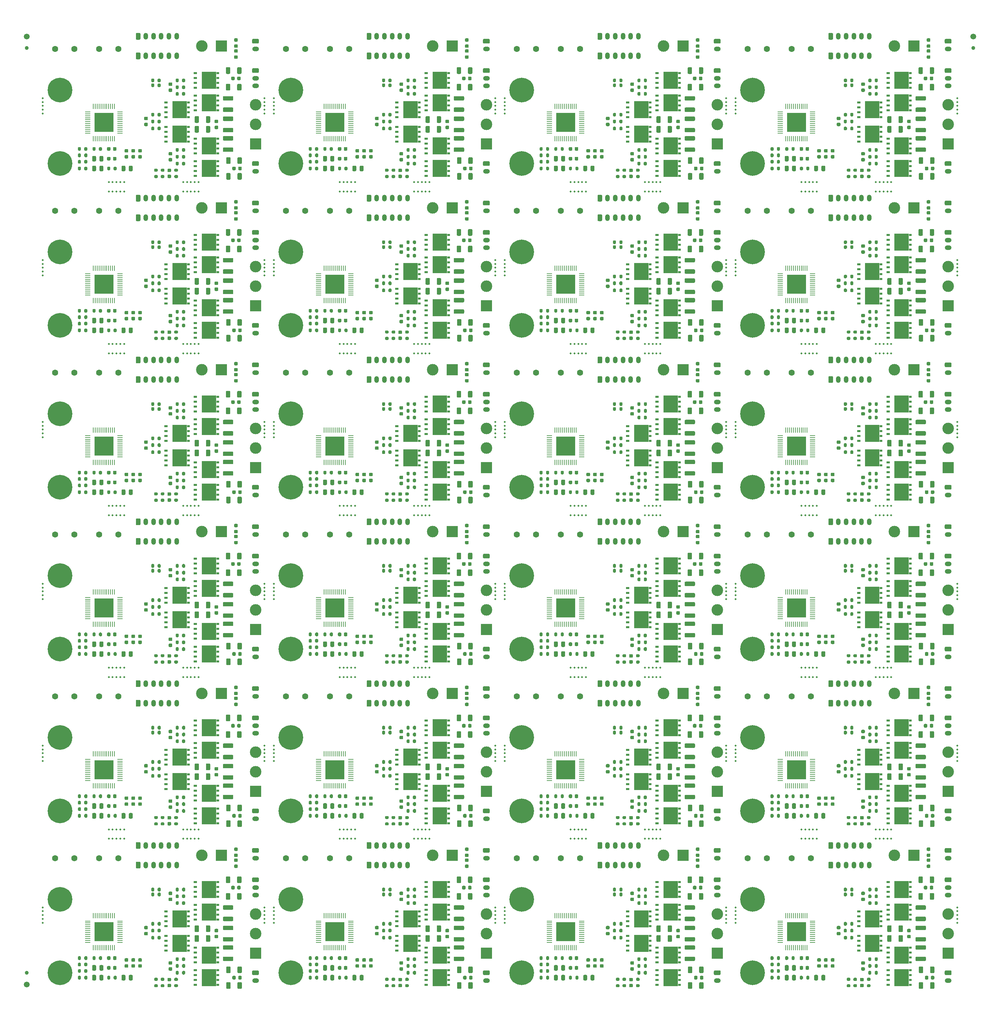
<source format=gts>
G04 #@! TF.GenerationSoftware,KiCad,Pcbnew,5.1.12-84ad8e8a86~92~ubuntu20.04.1*
G04 #@! TF.CreationDate,2021-12-26T16:55:45+02:00*
G04 #@! TF.ProjectId,panel.opm-inline,70616e65-6c2e-46f7-906d-2d696e6c696e,rev?*
G04 #@! TF.SameCoordinates,Original*
G04 #@! TF.FileFunction,Soldermask,Top*
G04 #@! TF.FilePolarity,Negative*
%FSLAX46Y46*%
G04 Gerber Fmt 4.6, Leading zero omitted, Abs format (unit mm)*
G04 Created by KiCad (PCBNEW 5.1.12-84ad8e8a86~92~ubuntu20.04.1) date 2021-12-26 16:55:45*
%MOMM*%
%LPD*%
G01*
G04 APERTURE LIST*
%ADD10C,0.500000*%
%ADD11C,1.000000*%
%ADD12C,1.500000*%
%ADD13R,3.000000X3.000000*%
%ADD14C,3.000000*%
%ADD15R,0.850000X0.500000*%
%ADD16R,0.800000X0.600000*%
%ADD17R,3.750000X4.410000*%
%ADD18O,1.200000X1.750000*%
%ADD19C,1.600000*%
%ADD20R,0.279400X1.346200*%
%ADD21R,1.346200X0.279400*%
%ADD22R,5.003800X5.003800*%
%ADD23C,6.400000*%
%ADD24O,1.750000X1.200000*%
G04 APERTURE END LIST*
D10*
G04 #@! TO.C,REF\u002A\u002A*
X241513000Y-240161000D03*
G04 #@! TD*
G04 #@! TO.C,REF\u002A\u002A*
X240513000Y-240161000D03*
G04 #@! TD*
G04 #@! TO.C,REF\u002A\u002A*
X239513000Y-240161000D03*
G04 #@! TD*
G04 #@! TO.C,REF\u002A\u002A*
X238513000Y-240161000D03*
G04 #@! TD*
G04 #@! TO.C,REF\u002A\u002A*
X237513000Y-240161000D03*
G04 #@! TD*
G04 #@! TO.C,REF\u002A\u002A*
X222197000Y-240161000D03*
G04 #@! TD*
G04 #@! TO.C,REF\u002A\u002A*
X221197000Y-240161000D03*
G04 #@! TD*
G04 #@! TO.C,REF\u002A\u002A*
X220197000Y-240161000D03*
G04 #@! TD*
G04 #@! TO.C,REF\u002A\u002A*
X219197000Y-240161000D03*
G04 #@! TD*
G04 #@! TO.C,REF\u002A\u002A*
X218197000Y-240161000D03*
G04 #@! TD*
G04 #@! TO.C,REF\u002A\u002A*
X258629000Y-261955000D03*
G04 #@! TD*
G04 #@! TO.C,REF\u002A\u002A*
X258629000Y-260955000D03*
G04 #@! TD*
G04 #@! TO.C,REF\u002A\u002A*
X258629000Y-259955000D03*
G04 #@! TD*
G04 #@! TO.C,REF\u002A\u002A*
X258629000Y-258955000D03*
G04 #@! TD*
G04 #@! TO.C,REF\u002A\u002A*
X258629000Y-257955000D03*
G04 #@! TD*
G04 #@! TO.C,REF\u002A\u002A*
X201081000Y-257955000D03*
G04 #@! TD*
G04 #@! TO.C,REF\u002A\u002A*
X201081000Y-258955000D03*
G04 #@! TD*
G04 #@! TO.C,REF\u002A\u002A*
X201081000Y-259955000D03*
G04 #@! TD*
G04 #@! TO.C,REF\u002A\u002A*
X201081000Y-260955000D03*
G04 #@! TD*
G04 #@! TO.C,REF\u002A\u002A*
X201081000Y-261955000D03*
G04 #@! TD*
G04 #@! TO.C,REF\u002A\u002A*
X181563000Y-240161000D03*
G04 #@! TD*
G04 #@! TO.C,REF\u002A\u002A*
X180563000Y-240161000D03*
G04 #@! TD*
G04 #@! TO.C,REF\u002A\u002A*
X179563000Y-240161000D03*
G04 #@! TD*
G04 #@! TO.C,REF\u002A\u002A*
X178563000Y-240161000D03*
G04 #@! TD*
G04 #@! TO.C,REF\u002A\u002A*
X177563000Y-240161000D03*
G04 #@! TD*
G04 #@! TO.C,REF\u002A\u002A*
X162247000Y-240161000D03*
G04 #@! TD*
G04 #@! TO.C,REF\u002A\u002A*
X161247000Y-240161000D03*
G04 #@! TD*
G04 #@! TO.C,REF\u002A\u002A*
X160247000Y-240161000D03*
G04 #@! TD*
G04 #@! TO.C,REF\u002A\u002A*
X159247000Y-240161000D03*
G04 #@! TD*
G04 #@! TO.C,REF\u002A\u002A*
X158247000Y-240161000D03*
G04 #@! TD*
G04 #@! TO.C,REF\u002A\u002A*
X198679000Y-261955000D03*
G04 #@! TD*
G04 #@! TO.C,REF\u002A\u002A*
X198679000Y-260955000D03*
G04 #@! TD*
G04 #@! TO.C,REF\u002A\u002A*
X198679000Y-259955000D03*
G04 #@! TD*
G04 #@! TO.C,REF\u002A\u002A*
X198679000Y-258955000D03*
G04 #@! TD*
G04 #@! TO.C,REF\u002A\u002A*
X198679000Y-257955000D03*
G04 #@! TD*
G04 #@! TO.C,REF\u002A\u002A*
X141131000Y-257955000D03*
G04 #@! TD*
G04 #@! TO.C,REF\u002A\u002A*
X141131000Y-258955000D03*
G04 #@! TD*
G04 #@! TO.C,REF\u002A\u002A*
X141131000Y-259955000D03*
G04 #@! TD*
G04 #@! TO.C,REF\u002A\u002A*
X141131000Y-260955000D03*
G04 #@! TD*
G04 #@! TO.C,REF\u002A\u002A*
X141131000Y-261955000D03*
G04 #@! TD*
G04 #@! TO.C,REF\u002A\u002A*
X121613000Y-240161000D03*
G04 #@! TD*
G04 #@! TO.C,REF\u002A\u002A*
X120613000Y-240161000D03*
G04 #@! TD*
G04 #@! TO.C,REF\u002A\u002A*
X119613000Y-240161000D03*
G04 #@! TD*
G04 #@! TO.C,REF\u002A\u002A*
X118613000Y-240161000D03*
G04 #@! TD*
G04 #@! TO.C,REF\u002A\u002A*
X117613000Y-240161000D03*
G04 #@! TD*
G04 #@! TO.C,REF\u002A\u002A*
X102297000Y-240161000D03*
G04 #@! TD*
G04 #@! TO.C,REF\u002A\u002A*
X101297000Y-240161000D03*
G04 #@! TD*
G04 #@! TO.C,REF\u002A\u002A*
X100297000Y-240161000D03*
G04 #@! TD*
G04 #@! TO.C,REF\u002A\u002A*
X99297000Y-240161000D03*
G04 #@! TD*
G04 #@! TO.C,REF\u002A\u002A*
X98297000Y-240161000D03*
G04 #@! TD*
G04 #@! TO.C,REF\u002A\u002A*
X138729000Y-261955000D03*
G04 #@! TD*
G04 #@! TO.C,REF\u002A\u002A*
X138729000Y-260955000D03*
G04 #@! TD*
G04 #@! TO.C,REF\u002A\u002A*
X138729000Y-259955000D03*
G04 #@! TD*
G04 #@! TO.C,REF\u002A\u002A*
X138729000Y-258955000D03*
G04 #@! TD*
G04 #@! TO.C,REF\u002A\u002A*
X138729000Y-257955000D03*
G04 #@! TD*
G04 #@! TO.C,REF\u002A\u002A*
X81181000Y-257955000D03*
G04 #@! TD*
G04 #@! TO.C,REF\u002A\u002A*
X81181000Y-258955000D03*
G04 #@! TD*
G04 #@! TO.C,REF\u002A\u002A*
X81181000Y-259955000D03*
G04 #@! TD*
G04 #@! TO.C,REF\u002A\u002A*
X81181000Y-260955000D03*
G04 #@! TD*
G04 #@! TO.C,REF\u002A\u002A*
X81181000Y-261955000D03*
G04 #@! TD*
G04 #@! TO.C,REF\u002A\u002A*
X61653000Y-240161000D03*
G04 #@! TD*
G04 #@! TO.C,REF\u002A\u002A*
X60653000Y-240161000D03*
G04 #@! TD*
G04 #@! TO.C,REF\u002A\u002A*
X59653000Y-240161000D03*
G04 #@! TD*
G04 #@! TO.C,REF\u002A\u002A*
X58653000Y-240161000D03*
G04 #@! TD*
G04 #@! TO.C,REF\u002A\u002A*
X57653000Y-240161000D03*
G04 #@! TD*
G04 #@! TO.C,REF\u002A\u002A*
X42337000Y-240161000D03*
G04 #@! TD*
G04 #@! TO.C,REF\u002A\u002A*
X41337000Y-240161000D03*
G04 #@! TD*
G04 #@! TO.C,REF\u002A\u002A*
X40337000Y-240161000D03*
G04 #@! TD*
G04 #@! TO.C,REF\u002A\u002A*
X39337000Y-240161000D03*
G04 #@! TD*
G04 #@! TO.C,REF\u002A\u002A*
X38337000Y-240161000D03*
G04 #@! TD*
G04 #@! TO.C,REF\u002A\u002A*
X78769000Y-261955000D03*
G04 #@! TD*
G04 #@! TO.C,REF\u002A\u002A*
X78769000Y-260955000D03*
G04 #@! TD*
G04 #@! TO.C,REF\u002A\u002A*
X78769000Y-259955000D03*
G04 #@! TD*
G04 #@! TO.C,REF\u002A\u002A*
X78769000Y-258955000D03*
G04 #@! TD*
G04 #@! TO.C,REF\u002A\u002A*
X78769000Y-257955000D03*
G04 #@! TD*
G04 #@! TO.C,REF\u002A\u002A*
X21221000Y-257955000D03*
G04 #@! TD*
G04 #@! TO.C,REF\u002A\u002A*
X21221000Y-258955000D03*
G04 #@! TD*
G04 #@! TO.C,REF\u002A\u002A*
X21221000Y-259955000D03*
G04 #@! TD*
G04 #@! TO.C,REF\u002A\u002A*
X21221000Y-260955000D03*
G04 #@! TD*
G04 #@! TO.C,REF\u002A\u002A*
X21221000Y-261955000D03*
G04 #@! TD*
G04 #@! TO.C,REF\u002A\u002A*
X237513000Y-237759000D03*
G04 #@! TD*
G04 #@! TO.C,REF\u002A\u002A*
X238513000Y-237759000D03*
G04 #@! TD*
G04 #@! TO.C,REF\u002A\u002A*
X239513000Y-237759000D03*
G04 #@! TD*
G04 #@! TO.C,REF\u002A\u002A*
X240513000Y-237759000D03*
G04 #@! TD*
G04 #@! TO.C,REF\u002A\u002A*
X241513000Y-237759000D03*
G04 #@! TD*
G04 #@! TO.C,REF\u002A\u002A*
X218197000Y-237759000D03*
G04 #@! TD*
G04 #@! TO.C,REF\u002A\u002A*
X219197000Y-237759000D03*
G04 #@! TD*
G04 #@! TO.C,REF\u002A\u002A*
X220197000Y-237759000D03*
G04 #@! TD*
G04 #@! TO.C,REF\u002A\u002A*
X221197000Y-237759000D03*
G04 #@! TD*
G04 #@! TO.C,REF\u002A\u002A*
X222197000Y-237759000D03*
G04 #@! TD*
G04 #@! TO.C,REF\u002A\u002A*
X241513000Y-198171000D03*
G04 #@! TD*
G04 #@! TO.C,REF\u002A\u002A*
X240513000Y-198171000D03*
G04 #@! TD*
G04 #@! TO.C,REF\u002A\u002A*
X239513000Y-198171000D03*
G04 #@! TD*
G04 #@! TO.C,REF\u002A\u002A*
X238513000Y-198171000D03*
G04 #@! TD*
G04 #@! TO.C,REF\u002A\u002A*
X237513000Y-198171000D03*
G04 #@! TD*
G04 #@! TO.C,REF\u002A\u002A*
X222197000Y-198171000D03*
G04 #@! TD*
G04 #@! TO.C,REF\u002A\u002A*
X221197000Y-198171000D03*
G04 #@! TD*
G04 #@! TO.C,REF\u002A\u002A*
X220197000Y-198171000D03*
G04 #@! TD*
G04 #@! TO.C,REF\u002A\u002A*
X219197000Y-198171000D03*
G04 #@! TD*
G04 #@! TO.C,REF\u002A\u002A*
X218197000Y-198171000D03*
G04 #@! TD*
G04 #@! TO.C,REF\u002A\u002A*
X258629000Y-219965000D03*
G04 #@! TD*
G04 #@! TO.C,REF\u002A\u002A*
X258629000Y-218965000D03*
G04 #@! TD*
G04 #@! TO.C,REF\u002A\u002A*
X258629000Y-217965000D03*
G04 #@! TD*
G04 #@! TO.C,REF\u002A\u002A*
X258629000Y-216965000D03*
G04 #@! TD*
G04 #@! TO.C,REF\u002A\u002A*
X258629000Y-215965000D03*
G04 #@! TD*
G04 #@! TO.C,REF\u002A\u002A*
X201081000Y-215965000D03*
G04 #@! TD*
G04 #@! TO.C,REF\u002A\u002A*
X201081000Y-216965000D03*
G04 #@! TD*
G04 #@! TO.C,REF\u002A\u002A*
X201081000Y-217965000D03*
G04 #@! TD*
G04 #@! TO.C,REF\u002A\u002A*
X201081000Y-218965000D03*
G04 #@! TD*
G04 #@! TO.C,REF\u002A\u002A*
X201081000Y-219965000D03*
G04 #@! TD*
G04 #@! TO.C,REF\u002A\u002A*
X177563000Y-237759000D03*
G04 #@! TD*
G04 #@! TO.C,REF\u002A\u002A*
X178563000Y-237759000D03*
G04 #@! TD*
G04 #@! TO.C,REF\u002A\u002A*
X179563000Y-237759000D03*
G04 #@! TD*
G04 #@! TO.C,REF\u002A\u002A*
X180563000Y-237759000D03*
G04 #@! TD*
G04 #@! TO.C,REF\u002A\u002A*
X181563000Y-237759000D03*
G04 #@! TD*
G04 #@! TO.C,REF\u002A\u002A*
X158247000Y-237759000D03*
G04 #@! TD*
G04 #@! TO.C,REF\u002A\u002A*
X159247000Y-237759000D03*
G04 #@! TD*
G04 #@! TO.C,REF\u002A\u002A*
X160247000Y-237759000D03*
G04 #@! TD*
G04 #@! TO.C,REF\u002A\u002A*
X161247000Y-237759000D03*
G04 #@! TD*
G04 #@! TO.C,REF\u002A\u002A*
X162247000Y-237759000D03*
G04 #@! TD*
G04 #@! TO.C,REF\u002A\u002A*
X181563000Y-198171000D03*
G04 #@! TD*
G04 #@! TO.C,REF\u002A\u002A*
X180563000Y-198171000D03*
G04 #@! TD*
G04 #@! TO.C,REF\u002A\u002A*
X179563000Y-198171000D03*
G04 #@! TD*
G04 #@! TO.C,REF\u002A\u002A*
X178563000Y-198171000D03*
G04 #@! TD*
G04 #@! TO.C,REF\u002A\u002A*
X177563000Y-198171000D03*
G04 #@! TD*
G04 #@! TO.C,REF\u002A\u002A*
X162247000Y-198171000D03*
G04 #@! TD*
G04 #@! TO.C,REF\u002A\u002A*
X161247000Y-198171000D03*
G04 #@! TD*
G04 #@! TO.C,REF\u002A\u002A*
X160247000Y-198171000D03*
G04 #@! TD*
G04 #@! TO.C,REF\u002A\u002A*
X159247000Y-198171000D03*
G04 #@! TD*
G04 #@! TO.C,REF\u002A\u002A*
X158247000Y-198171000D03*
G04 #@! TD*
G04 #@! TO.C,REF\u002A\u002A*
X198679000Y-219965000D03*
G04 #@! TD*
G04 #@! TO.C,REF\u002A\u002A*
X198679000Y-218965000D03*
G04 #@! TD*
G04 #@! TO.C,REF\u002A\u002A*
X198679000Y-217965000D03*
G04 #@! TD*
G04 #@! TO.C,REF\u002A\u002A*
X198679000Y-216965000D03*
G04 #@! TD*
G04 #@! TO.C,REF\u002A\u002A*
X198679000Y-215965000D03*
G04 #@! TD*
G04 #@! TO.C,REF\u002A\u002A*
X141131000Y-215965000D03*
G04 #@! TD*
G04 #@! TO.C,REF\u002A\u002A*
X141131000Y-216965000D03*
G04 #@! TD*
G04 #@! TO.C,REF\u002A\u002A*
X141131000Y-217965000D03*
G04 #@! TD*
G04 #@! TO.C,REF\u002A\u002A*
X141131000Y-218965000D03*
G04 #@! TD*
G04 #@! TO.C,REF\u002A\u002A*
X141131000Y-219965000D03*
G04 #@! TD*
G04 #@! TO.C,REF\u002A\u002A*
X117613000Y-237759000D03*
G04 #@! TD*
G04 #@! TO.C,REF\u002A\u002A*
X118613000Y-237759000D03*
G04 #@! TD*
G04 #@! TO.C,REF\u002A\u002A*
X119613000Y-237759000D03*
G04 #@! TD*
G04 #@! TO.C,REF\u002A\u002A*
X120613000Y-237759000D03*
G04 #@! TD*
G04 #@! TO.C,REF\u002A\u002A*
X121613000Y-237759000D03*
G04 #@! TD*
G04 #@! TO.C,REF\u002A\u002A*
X98297000Y-237759000D03*
G04 #@! TD*
G04 #@! TO.C,REF\u002A\u002A*
X99297000Y-237759000D03*
G04 #@! TD*
G04 #@! TO.C,REF\u002A\u002A*
X100297000Y-237759000D03*
G04 #@! TD*
G04 #@! TO.C,REF\u002A\u002A*
X101297000Y-237759000D03*
G04 #@! TD*
G04 #@! TO.C,REF\u002A\u002A*
X102297000Y-237759000D03*
G04 #@! TD*
G04 #@! TO.C,REF\u002A\u002A*
X121613000Y-198171000D03*
G04 #@! TD*
G04 #@! TO.C,REF\u002A\u002A*
X120613000Y-198171000D03*
G04 #@! TD*
G04 #@! TO.C,REF\u002A\u002A*
X119613000Y-198171000D03*
G04 #@! TD*
G04 #@! TO.C,REF\u002A\u002A*
X118613000Y-198171000D03*
G04 #@! TD*
G04 #@! TO.C,REF\u002A\u002A*
X117613000Y-198171000D03*
G04 #@! TD*
G04 #@! TO.C,REF\u002A\u002A*
X102297000Y-198171000D03*
G04 #@! TD*
G04 #@! TO.C,REF\u002A\u002A*
X101297000Y-198171000D03*
G04 #@! TD*
G04 #@! TO.C,REF\u002A\u002A*
X100297000Y-198171000D03*
G04 #@! TD*
G04 #@! TO.C,REF\u002A\u002A*
X99297000Y-198171000D03*
G04 #@! TD*
G04 #@! TO.C,REF\u002A\u002A*
X98297000Y-198171000D03*
G04 #@! TD*
G04 #@! TO.C,REF\u002A\u002A*
X138729000Y-219965000D03*
G04 #@! TD*
G04 #@! TO.C,REF\u002A\u002A*
X138729000Y-218965000D03*
G04 #@! TD*
G04 #@! TO.C,REF\u002A\u002A*
X138729000Y-217965000D03*
G04 #@! TD*
G04 #@! TO.C,REF\u002A\u002A*
X138729000Y-216965000D03*
G04 #@! TD*
G04 #@! TO.C,REF\u002A\u002A*
X138729000Y-215965000D03*
G04 #@! TD*
G04 #@! TO.C,REF\u002A\u002A*
X81181000Y-215965000D03*
G04 #@! TD*
G04 #@! TO.C,REF\u002A\u002A*
X81181000Y-216965000D03*
G04 #@! TD*
G04 #@! TO.C,REF\u002A\u002A*
X81181000Y-217965000D03*
G04 #@! TD*
G04 #@! TO.C,REF\u002A\u002A*
X81181000Y-218965000D03*
G04 #@! TD*
G04 #@! TO.C,REF\u002A\u002A*
X81181000Y-219965000D03*
G04 #@! TD*
G04 #@! TO.C,REF\u002A\u002A*
X57653000Y-237759000D03*
G04 #@! TD*
G04 #@! TO.C,REF\u002A\u002A*
X58653000Y-237759000D03*
G04 #@! TD*
G04 #@! TO.C,REF\u002A\u002A*
X59653000Y-237759000D03*
G04 #@! TD*
G04 #@! TO.C,REF\u002A\u002A*
X60653000Y-237759000D03*
G04 #@! TD*
G04 #@! TO.C,REF\u002A\u002A*
X61653000Y-237759000D03*
G04 #@! TD*
G04 #@! TO.C,REF\u002A\u002A*
X38337000Y-237759000D03*
G04 #@! TD*
G04 #@! TO.C,REF\u002A\u002A*
X39337000Y-237759000D03*
G04 #@! TD*
G04 #@! TO.C,REF\u002A\u002A*
X40337000Y-237759000D03*
G04 #@! TD*
G04 #@! TO.C,REF\u002A\u002A*
X41337000Y-237759000D03*
G04 #@! TD*
G04 #@! TO.C,REF\u002A\u002A*
X42337000Y-237759000D03*
G04 #@! TD*
G04 #@! TO.C,REF\u002A\u002A*
X61653000Y-198171000D03*
G04 #@! TD*
G04 #@! TO.C,REF\u002A\u002A*
X60653000Y-198171000D03*
G04 #@! TD*
G04 #@! TO.C,REF\u002A\u002A*
X59653000Y-198171000D03*
G04 #@! TD*
G04 #@! TO.C,REF\u002A\u002A*
X58653000Y-198171000D03*
G04 #@! TD*
G04 #@! TO.C,REF\u002A\u002A*
X57653000Y-198171000D03*
G04 #@! TD*
G04 #@! TO.C,REF\u002A\u002A*
X42337000Y-198171000D03*
G04 #@! TD*
G04 #@! TO.C,REF\u002A\u002A*
X41337000Y-198171000D03*
G04 #@! TD*
G04 #@! TO.C,REF\u002A\u002A*
X40337000Y-198171000D03*
G04 #@! TD*
G04 #@! TO.C,REF\u002A\u002A*
X39337000Y-198171000D03*
G04 #@! TD*
G04 #@! TO.C,REF\u002A\u002A*
X38337000Y-198171000D03*
G04 #@! TD*
G04 #@! TO.C,REF\u002A\u002A*
X78769000Y-219965000D03*
G04 #@! TD*
G04 #@! TO.C,REF\u002A\u002A*
X78769000Y-218965000D03*
G04 #@! TD*
G04 #@! TO.C,REF\u002A\u002A*
X78769000Y-217965000D03*
G04 #@! TD*
G04 #@! TO.C,REF\u002A\u002A*
X78769000Y-216965000D03*
G04 #@! TD*
G04 #@! TO.C,REF\u002A\u002A*
X78769000Y-215965000D03*
G04 #@! TD*
G04 #@! TO.C,REF\u002A\u002A*
X21221000Y-215965000D03*
G04 #@! TD*
G04 #@! TO.C,REF\u002A\u002A*
X21221000Y-216965000D03*
G04 #@! TD*
G04 #@! TO.C,REF\u002A\u002A*
X21221000Y-217965000D03*
G04 #@! TD*
G04 #@! TO.C,REF\u002A\u002A*
X21221000Y-218965000D03*
G04 #@! TD*
G04 #@! TO.C,REF\u002A\u002A*
X21221000Y-219965000D03*
G04 #@! TD*
G04 #@! TO.C,REF\u002A\u002A*
X237513000Y-195769000D03*
G04 #@! TD*
G04 #@! TO.C,REF\u002A\u002A*
X238513000Y-195769000D03*
G04 #@! TD*
G04 #@! TO.C,REF\u002A\u002A*
X239513000Y-195769000D03*
G04 #@! TD*
G04 #@! TO.C,REF\u002A\u002A*
X240513000Y-195769000D03*
G04 #@! TD*
G04 #@! TO.C,REF\u002A\u002A*
X241513000Y-195769000D03*
G04 #@! TD*
G04 #@! TO.C,REF\u002A\u002A*
X218197000Y-195769000D03*
G04 #@! TD*
G04 #@! TO.C,REF\u002A\u002A*
X219197000Y-195769000D03*
G04 #@! TD*
G04 #@! TO.C,REF\u002A\u002A*
X220197000Y-195769000D03*
G04 #@! TD*
G04 #@! TO.C,REF\u002A\u002A*
X221197000Y-195769000D03*
G04 #@! TD*
G04 #@! TO.C,REF\u002A\u002A*
X222197000Y-195769000D03*
G04 #@! TD*
G04 #@! TO.C,REF\u002A\u002A*
X241513000Y-156181000D03*
G04 #@! TD*
G04 #@! TO.C,REF\u002A\u002A*
X240513000Y-156181000D03*
G04 #@! TD*
G04 #@! TO.C,REF\u002A\u002A*
X239513000Y-156181000D03*
G04 #@! TD*
G04 #@! TO.C,REF\u002A\u002A*
X238513000Y-156181000D03*
G04 #@! TD*
G04 #@! TO.C,REF\u002A\u002A*
X237513000Y-156181000D03*
G04 #@! TD*
G04 #@! TO.C,REF\u002A\u002A*
X222197000Y-156181000D03*
G04 #@! TD*
G04 #@! TO.C,REF\u002A\u002A*
X221197000Y-156181000D03*
G04 #@! TD*
G04 #@! TO.C,REF\u002A\u002A*
X220197000Y-156181000D03*
G04 #@! TD*
G04 #@! TO.C,REF\u002A\u002A*
X219197000Y-156181000D03*
G04 #@! TD*
G04 #@! TO.C,REF\u002A\u002A*
X218197000Y-156181000D03*
G04 #@! TD*
G04 #@! TO.C,REF\u002A\u002A*
X258629000Y-177975000D03*
G04 #@! TD*
G04 #@! TO.C,REF\u002A\u002A*
X258629000Y-176975000D03*
G04 #@! TD*
G04 #@! TO.C,REF\u002A\u002A*
X258629000Y-175975000D03*
G04 #@! TD*
G04 #@! TO.C,REF\u002A\u002A*
X258629000Y-174975000D03*
G04 #@! TD*
G04 #@! TO.C,REF\u002A\u002A*
X258629000Y-173975000D03*
G04 #@! TD*
G04 #@! TO.C,REF\u002A\u002A*
X201081000Y-173975000D03*
G04 #@! TD*
G04 #@! TO.C,REF\u002A\u002A*
X201081000Y-174975000D03*
G04 #@! TD*
G04 #@! TO.C,REF\u002A\u002A*
X201081000Y-175975000D03*
G04 #@! TD*
G04 #@! TO.C,REF\u002A\u002A*
X201081000Y-176975000D03*
G04 #@! TD*
G04 #@! TO.C,REF\u002A\u002A*
X201081000Y-177975000D03*
G04 #@! TD*
G04 #@! TO.C,REF\u002A\u002A*
X177563000Y-195769000D03*
G04 #@! TD*
G04 #@! TO.C,REF\u002A\u002A*
X178563000Y-195769000D03*
G04 #@! TD*
G04 #@! TO.C,REF\u002A\u002A*
X179563000Y-195769000D03*
G04 #@! TD*
G04 #@! TO.C,REF\u002A\u002A*
X180563000Y-195769000D03*
G04 #@! TD*
G04 #@! TO.C,REF\u002A\u002A*
X181563000Y-195769000D03*
G04 #@! TD*
G04 #@! TO.C,REF\u002A\u002A*
X158247000Y-195769000D03*
G04 #@! TD*
G04 #@! TO.C,REF\u002A\u002A*
X159247000Y-195769000D03*
G04 #@! TD*
G04 #@! TO.C,REF\u002A\u002A*
X160247000Y-195769000D03*
G04 #@! TD*
G04 #@! TO.C,REF\u002A\u002A*
X161247000Y-195769000D03*
G04 #@! TD*
G04 #@! TO.C,REF\u002A\u002A*
X162247000Y-195769000D03*
G04 #@! TD*
G04 #@! TO.C,REF\u002A\u002A*
X181563000Y-156181000D03*
G04 #@! TD*
G04 #@! TO.C,REF\u002A\u002A*
X180563000Y-156181000D03*
G04 #@! TD*
G04 #@! TO.C,REF\u002A\u002A*
X179563000Y-156181000D03*
G04 #@! TD*
G04 #@! TO.C,REF\u002A\u002A*
X178563000Y-156181000D03*
G04 #@! TD*
G04 #@! TO.C,REF\u002A\u002A*
X177563000Y-156181000D03*
G04 #@! TD*
G04 #@! TO.C,REF\u002A\u002A*
X162247000Y-156181000D03*
G04 #@! TD*
G04 #@! TO.C,REF\u002A\u002A*
X161247000Y-156181000D03*
G04 #@! TD*
G04 #@! TO.C,REF\u002A\u002A*
X160247000Y-156181000D03*
G04 #@! TD*
G04 #@! TO.C,REF\u002A\u002A*
X159247000Y-156181000D03*
G04 #@! TD*
G04 #@! TO.C,REF\u002A\u002A*
X158247000Y-156181000D03*
G04 #@! TD*
G04 #@! TO.C,REF\u002A\u002A*
X198679000Y-177975000D03*
G04 #@! TD*
G04 #@! TO.C,REF\u002A\u002A*
X198679000Y-176975000D03*
G04 #@! TD*
G04 #@! TO.C,REF\u002A\u002A*
X198679000Y-175975000D03*
G04 #@! TD*
G04 #@! TO.C,REF\u002A\u002A*
X198679000Y-174975000D03*
G04 #@! TD*
G04 #@! TO.C,REF\u002A\u002A*
X198679000Y-173975000D03*
G04 #@! TD*
G04 #@! TO.C,REF\u002A\u002A*
X141131000Y-173975000D03*
G04 #@! TD*
G04 #@! TO.C,REF\u002A\u002A*
X141131000Y-174975000D03*
G04 #@! TD*
G04 #@! TO.C,REF\u002A\u002A*
X141131000Y-175975000D03*
G04 #@! TD*
G04 #@! TO.C,REF\u002A\u002A*
X141131000Y-176975000D03*
G04 #@! TD*
G04 #@! TO.C,REF\u002A\u002A*
X141131000Y-177975000D03*
G04 #@! TD*
G04 #@! TO.C,REF\u002A\u002A*
X117613000Y-195769000D03*
G04 #@! TD*
G04 #@! TO.C,REF\u002A\u002A*
X118613000Y-195769000D03*
G04 #@! TD*
G04 #@! TO.C,REF\u002A\u002A*
X119613000Y-195769000D03*
G04 #@! TD*
G04 #@! TO.C,REF\u002A\u002A*
X120613000Y-195769000D03*
G04 #@! TD*
G04 #@! TO.C,REF\u002A\u002A*
X121613000Y-195769000D03*
G04 #@! TD*
G04 #@! TO.C,REF\u002A\u002A*
X98297000Y-195769000D03*
G04 #@! TD*
G04 #@! TO.C,REF\u002A\u002A*
X99297000Y-195769000D03*
G04 #@! TD*
G04 #@! TO.C,REF\u002A\u002A*
X100297000Y-195769000D03*
G04 #@! TD*
G04 #@! TO.C,REF\u002A\u002A*
X101297000Y-195769000D03*
G04 #@! TD*
G04 #@! TO.C,REF\u002A\u002A*
X102297000Y-195769000D03*
G04 #@! TD*
G04 #@! TO.C,REF\u002A\u002A*
X121613000Y-156181000D03*
G04 #@! TD*
G04 #@! TO.C,REF\u002A\u002A*
X120613000Y-156181000D03*
G04 #@! TD*
G04 #@! TO.C,REF\u002A\u002A*
X119613000Y-156181000D03*
G04 #@! TD*
G04 #@! TO.C,REF\u002A\u002A*
X118613000Y-156181000D03*
G04 #@! TD*
G04 #@! TO.C,REF\u002A\u002A*
X117613000Y-156181000D03*
G04 #@! TD*
G04 #@! TO.C,REF\u002A\u002A*
X102297000Y-156181000D03*
G04 #@! TD*
G04 #@! TO.C,REF\u002A\u002A*
X101297000Y-156181000D03*
G04 #@! TD*
G04 #@! TO.C,REF\u002A\u002A*
X100297000Y-156181000D03*
G04 #@! TD*
G04 #@! TO.C,REF\u002A\u002A*
X99297000Y-156181000D03*
G04 #@! TD*
G04 #@! TO.C,REF\u002A\u002A*
X98297000Y-156181000D03*
G04 #@! TD*
G04 #@! TO.C,REF\u002A\u002A*
X138729000Y-177975000D03*
G04 #@! TD*
G04 #@! TO.C,REF\u002A\u002A*
X138729000Y-176975000D03*
G04 #@! TD*
G04 #@! TO.C,REF\u002A\u002A*
X138729000Y-175975000D03*
G04 #@! TD*
G04 #@! TO.C,REF\u002A\u002A*
X138729000Y-174975000D03*
G04 #@! TD*
G04 #@! TO.C,REF\u002A\u002A*
X138729000Y-173975000D03*
G04 #@! TD*
G04 #@! TO.C,REF\u002A\u002A*
X81181000Y-173975000D03*
G04 #@! TD*
G04 #@! TO.C,REF\u002A\u002A*
X81181000Y-174975000D03*
G04 #@! TD*
G04 #@! TO.C,REF\u002A\u002A*
X81181000Y-175975000D03*
G04 #@! TD*
G04 #@! TO.C,REF\u002A\u002A*
X81181000Y-176975000D03*
G04 #@! TD*
G04 #@! TO.C,REF\u002A\u002A*
X81181000Y-177975000D03*
G04 #@! TD*
G04 #@! TO.C,REF\u002A\u002A*
X57653000Y-195769000D03*
G04 #@! TD*
G04 #@! TO.C,REF\u002A\u002A*
X58653000Y-195769000D03*
G04 #@! TD*
G04 #@! TO.C,REF\u002A\u002A*
X59653000Y-195769000D03*
G04 #@! TD*
G04 #@! TO.C,REF\u002A\u002A*
X60653000Y-195769000D03*
G04 #@! TD*
G04 #@! TO.C,REF\u002A\u002A*
X61653000Y-195769000D03*
G04 #@! TD*
G04 #@! TO.C,REF\u002A\u002A*
X38337000Y-195769000D03*
G04 #@! TD*
G04 #@! TO.C,REF\u002A\u002A*
X39337000Y-195769000D03*
G04 #@! TD*
G04 #@! TO.C,REF\u002A\u002A*
X40337000Y-195769000D03*
G04 #@! TD*
G04 #@! TO.C,REF\u002A\u002A*
X41337000Y-195769000D03*
G04 #@! TD*
G04 #@! TO.C,REF\u002A\u002A*
X42337000Y-195769000D03*
G04 #@! TD*
G04 #@! TO.C,REF\u002A\u002A*
X61653000Y-156181000D03*
G04 #@! TD*
G04 #@! TO.C,REF\u002A\u002A*
X60653000Y-156181000D03*
G04 #@! TD*
G04 #@! TO.C,REF\u002A\u002A*
X59653000Y-156181000D03*
G04 #@! TD*
G04 #@! TO.C,REF\u002A\u002A*
X58653000Y-156181000D03*
G04 #@! TD*
G04 #@! TO.C,REF\u002A\u002A*
X57653000Y-156181000D03*
G04 #@! TD*
G04 #@! TO.C,REF\u002A\u002A*
X42337000Y-156181000D03*
G04 #@! TD*
G04 #@! TO.C,REF\u002A\u002A*
X41337000Y-156181000D03*
G04 #@! TD*
G04 #@! TO.C,REF\u002A\u002A*
X40337000Y-156181000D03*
G04 #@! TD*
G04 #@! TO.C,REF\u002A\u002A*
X39337000Y-156181000D03*
G04 #@! TD*
G04 #@! TO.C,REF\u002A\u002A*
X38337000Y-156181000D03*
G04 #@! TD*
G04 #@! TO.C,REF\u002A\u002A*
X78769000Y-177975000D03*
G04 #@! TD*
G04 #@! TO.C,REF\u002A\u002A*
X78769000Y-176975000D03*
G04 #@! TD*
G04 #@! TO.C,REF\u002A\u002A*
X78769000Y-175975000D03*
G04 #@! TD*
G04 #@! TO.C,REF\u002A\u002A*
X78769000Y-174975000D03*
G04 #@! TD*
G04 #@! TO.C,REF\u002A\u002A*
X78769000Y-173975000D03*
G04 #@! TD*
G04 #@! TO.C,REF\u002A\u002A*
X21221000Y-173975000D03*
G04 #@! TD*
G04 #@! TO.C,REF\u002A\u002A*
X21221000Y-174975000D03*
G04 #@! TD*
G04 #@! TO.C,REF\u002A\u002A*
X21221000Y-175975000D03*
G04 #@! TD*
G04 #@! TO.C,REF\u002A\u002A*
X21221000Y-176975000D03*
G04 #@! TD*
G04 #@! TO.C,REF\u002A\u002A*
X21221000Y-177975000D03*
G04 #@! TD*
G04 #@! TO.C,REF\u002A\u002A*
X237513000Y-153779000D03*
G04 #@! TD*
G04 #@! TO.C,REF\u002A\u002A*
X238513000Y-153779000D03*
G04 #@! TD*
G04 #@! TO.C,REF\u002A\u002A*
X239513000Y-153779000D03*
G04 #@! TD*
G04 #@! TO.C,REF\u002A\u002A*
X240513000Y-153779000D03*
G04 #@! TD*
G04 #@! TO.C,REF\u002A\u002A*
X241513000Y-153779000D03*
G04 #@! TD*
G04 #@! TO.C,REF\u002A\u002A*
X218197000Y-153779000D03*
G04 #@! TD*
G04 #@! TO.C,REF\u002A\u002A*
X219197000Y-153779000D03*
G04 #@! TD*
G04 #@! TO.C,REF\u002A\u002A*
X220197000Y-153779000D03*
G04 #@! TD*
G04 #@! TO.C,REF\u002A\u002A*
X221197000Y-153779000D03*
G04 #@! TD*
G04 #@! TO.C,REF\u002A\u002A*
X222197000Y-153779000D03*
G04 #@! TD*
G04 #@! TO.C,REF\u002A\u002A*
X241513000Y-114191000D03*
G04 #@! TD*
G04 #@! TO.C,REF\u002A\u002A*
X240513000Y-114191000D03*
G04 #@! TD*
G04 #@! TO.C,REF\u002A\u002A*
X239513000Y-114191000D03*
G04 #@! TD*
G04 #@! TO.C,REF\u002A\u002A*
X238513000Y-114191000D03*
G04 #@! TD*
G04 #@! TO.C,REF\u002A\u002A*
X237513000Y-114191000D03*
G04 #@! TD*
G04 #@! TO.C,REF\u002A\u002A*
X222197000Y-114191000D03*
G04 #@! TD*
G04 #@! TO.C,REF\u002A\u002A*
X221197000Y-114191000D03*
G04 #@! TD*
G04 #@! TO.C,REF\u002A\u002A*
X220197000Y-114191000D03*
G04 #@! TD*
G04 #@! TO.C,REF\u002A\u002A*
X219197000Y-114191000D03*
G04 #@! TD*
G04 #@! TO.C,REF\u002A\u002A*
X218197000Y-114191000D03*
G04 #@! TD*
G04 #@! TO.C,REF\u002A\u002A*
X258629000Y-135985000D03*
G04 #@! TD*
G04 #@! TO.C,REF\u002A\u002A*
X258629000Y-134985000D03*
G04 #@! TD*
G04 #@! TO.C,REF\u002A\u002A*
X258629000Y-133985000D03*
G04 #@! TD*
G04 #@! TO.C,REF\u002A\u002A*
X258629000Y-132985000D03*
G04 #@! TD*
G04 #@! TO.C,REF\u002A\u002A*
X258629000Y-131985000D03*
G04 #@! TD*
G04 #@! TO.C,REF\u002A\u002A*
X201081000Y-131985000D03*
G04 #@! TD*
G04 #@! TO.C,REF\u002A\u002A*
X201081000Y-132985000D03*
G04 #@! TD*
G04 #@! TO.C,REF\u002A\u002A*
X201081000Y-133985000D03*
G04 #@! TD*
G04 #@! TO.C,REF\u002A\u002A*
X201081000Y-134985000D03*
G04 #@! TD*
G04 #@! TO.C,REF\u002A\u002A*
X201081000Y-135985000D03*
G04 #@! TD*
G04 #@! TO.C,REF\u002A\u002A*
X177563000Y-153779000D03*
G04 #@! TD*
G04 #@! TO.C,REF\u002A\u002A*
X178563000Y-153779000D03*
G04 #@! TD*
G04 #@! TO.C,REF\u002A\u002A*
X179563000Y-153779000D03*
G04 #@! TD*
G04 #@! TO.C,REF\u002A\u002A*
X180563000Y-153779000D03*
G04 #@! TD*
G04 #@! TO.C,REF\u002A\u002A*
X181563000Y-153779000D03*
G04 #@! TD*
G04 #@! TO.C,REF\u002A\u002A*
X158247000Y-153779000D03*
G04 #@! TD*
G04 #@! TO.C,REF\u002A\u002A*
X159247000Y-153779000D03*
G04 #@! TD*
G04 #@! TO.C,REF\u002A\u002A*
X160247000Y-153779000D03*
G04 #@! TD*
G04 #@! TO.C,REF\u002A\u002A*
X161247000Y-153779000D03*
G04 #@! TD*
G04 #@! TO.C,REF\u002A\u002A*
X162247000Y-153779000D03*
G04 #@! TD*
G04 #@! TO.C,REF\u002A\u002A*
X181563000Y-114191000D03*
G04 #@! TD*
G04 #@! TO.C,REF\u002A\u002A*
X180563000Y-114191000D03*
G04 #@! TD*
G04 #@! TO.C,REF\u002A\u002A*
X179563000Y-114191000D03*
G04 #@! TD*
G04 #@! TO.C,REF\u002A\u002A*
X178563000Y-114191000D03*
G04 #@! TD*
G04 #@! TO.C,REF\u002A\u002A*
X177563000Y-114191000D03*
G04 #@! TD*
G04 #@! TO.C,REF\u002A\u002A*
X162247000Y-114191000D03*
G04 #@! TD*
G04 #@! TO.C,REF\u002A\u002A*
X161247000Y-114191000D03*
G04 #@! TD*
G04 #@! TO.C,REF\u002A\u002A*
X160247000Y-114191000D03*
G04 #@! TD*
G04 #@! TO.C,REF\u002A\u002A*
X159247000Y-114191000D03*
G04 #@! TD*
G04 #@! TO.C,REF\u002A\u002A*
X158247000Y-114191000D03*
G04 #@! TD*
G04 #@! TO.C,REF\u002A\u002A*
X198679000Y-135985000D03*
G04 #@! TD*
G04 #@! TO.C,REF\u002A\u002A*
X198679000Y-134985000D03*
G04 #@! TD*
G04 #@! TO.C,REF\u002A\u002A*
X198679000Y-133985000D03*
G04 #@! TD*
G04 #@! TO.C,REF\u002A\u002A*
X198679000Y-132985000D03*
G04 #@! TD*
G04 #@! TO.C,REF\u002A\u002A*
X198679000Y-131985000D03*
G04 #@! TD*
G04 #@! TO.C,REF\u002A\u002A*
X141131000Y-131985000D03*
G04 #@! TD*
G04 #@! TO.C,REF\u002A\u002A*
X141131000Y-132985000D03*
G04 #@! TD*
G04 #@! TO.C,REF\u002A\u002A*
X141131000Y-133985000D03*
G04 #@! TD*
G04 #@! TO.C,REF\u002A\u002A*
X141131000Y-134985000D03*
G04 #@! TD*
G04 #@! TO.C,REF\u002A\u002A*
X141131000Y-135985000D03*
G04 #@! TD*
G04 #@! TO.C,REF\u002A\u002A*
X117613000Y-153779000D03*
G04 #@! TD*
G04 #@! TO.C,REF\u002A\u002A*
X118613000Y-153779000D03*
G04 #@! TD*
G04 #@! TO.C,REF\u002A\u002A*
X119613000Y-153779000D03*
G04 #@! TD*
G04 #@! TO.C,REF\u002A\u002A*
X120613000Y-153779000D03*
G04 #@! TD*
G04 #@! TO.C,REF\u002A\u002A*
X121613000Y-153779000D03*
G04 #@! TD*
G04 #@! TO.C,REF\u002A\u002A*
X98297000Y-153779000D03*
G04 #@! TD*
G04 #@! TO.C,REF\u002A\u002A*
X99297000Y-153779000D03*
G04 #@! TD*
G04 #@! TO.C,REF\u002A\u002A*
X100297000Y-153779000D03*
G04 #@! TD*
G04 #@! TO.C,REF\u002A\u002A*
X101297000Y-153779000D03*
G04 #@! TD*
G04 #@! TO.C,REF\u002A\u002A*
X102297000Y-153779000D03*
G04 #@! TD*
G04 #@! TO.C,REF\u002A\u002A*
X121613000Y-114191000D03*
G04 #@! TD*
G04 #@! TO.C,REF\u002A\u002A*
X120613000Y-114191000D03*
G04 #@! TD*
G04 #@! TO.C,REF\u002A\u002A*
X119613000Y-114191000D03*
G04 #@! TD*
G04 #@! TO.C,REF\u002A\u002A*
X118613000Y-114191000D03*
G04 #@! TD*
G04 #@! TO.C,REF\u002A\u002A*
X117613000Y-114191000D03*
G04 #@! TD*
G04 #@! TO.C,REF\u002A\u002A*
X102297000Y-114191000D03*
G04 #@! TD*
G04 #@! TO.C,REF\u002A\u002A*
X101297000Y-114191000D03*
G04 #@! TD*
G04 #@! TO.C,REF\u002A\u002A*
X100297000Y-114191000D03*
G04 #@! TD*
G04 #@! TO.C,REF\u002A\u002A*
X99297000Y-114191000D03*
G04 #@! TD*
G04 #@! TO.C,REF\u002A\u002A*
X98297000Y-114191000D03*
G04 #@! TD*
G04 #@! TO.C,REF\u002A\u002A*
X138729000Y-135985000D03*
G04 #@! TD*
G04 #@! TO.C,REF\u002A\u002A*
X138729000Y-134985000D03*
G04 #@! TD*
G04 #@! TO.C,REF\u002A\u002A*
X138729000Y-133985000D03*
G04 #@! TD*
G04 #@! TO.C,REF\u002A\u002A*
X138729000Y-132985000D03*
G04 #@! TD*
G04 #@! TO.C,REF\u002A\u002A*
X138729000Y-131985000D03*
G04 #@! TD*
G04 #@! TO.C,REF\u002A\u002A*
X81181000Y-131985000D03*
G04 #@! TD*
G04 #@! TO.C,REF\u002A\u002A*
X81181000Y-132985000D03*
G04 #@! TD*
G04 #@! TO.C,REF\u002A\u002A*
X81181000Y-133985000D03*
G04 #@! TD*
G04 #@! TO.C,REF\u002A\u002A*
X81181000Y-134985000D03*
G04 #@! TD*
G04 #@! TO.C,REF\u002A\u002A*
X81181000Y-135985000D03*
G04 #@! TD*
G04 #@! TO.C,REF\u002A\u002A*
X57653000Y-153779000D03*
G04 #@! TD*
G04 #@! TO.C,REF\u002A\u002A*
X58653000Y-153779000D03*
G04 #@! TD*
G04 #@! TO.C,REF\u002A\u002A*
X59653000Y-153779000D03*
G04 #@! TD*
G04 #@! TO.C,REF\u002A\u002A*
X60653000Y-153779000D03*
G04 #@! TD*
G04 #@! TO.C,REF\u002A\u002A*
X61653000Y-153779000D03*
G04 #@! TD*
G04 #@! TO.C,REF\u002A\u002A*
X38337000Y-153779000D03*
G04 #@! TD*
G04 #@! TO.C,REF\u002A\u002A*
X39337000Y-153779000D03*
G04 #@! TD*
G04 #@! TO.C,REF\u002A\u002A*
X40337000Y-153779000D03*
G04 #@! TD*
G04 #@! TO.C,REF\u002A\u002A*
X41337000Y-153779000D03*
G04 #@! TD*
G04 #@! TO.C,REF\u002A\u002A*
X42337000Y-153779000D03*
G04 #@! TD*
G04 #@! TO.C,REF\u002A\u002A*
X61653000Y-114191000D03*
G04 #@! TD*
G04 #@! TO.C,REF\u002A\u002A*
X60653000Y-114191000D03*
G04 #@! TD*
G04 #@! TO.C,REF\u002A\u002A*
X59653000Y-114191000D03*
G04 #@! TD*
G04 #@! TO.C,REF\u002A\u002A*
X58653000Y-114191000D03*
G04 #@! TD*
G04 #@! TO.C,REF\u002A\u002A*
X57653000Y-114191000D03*
G04 #@! TD*
G04 #@! TO.C,REF\u002A\u002A*
X42337000Y-114191000D03*
G04 #@! TD*
G04 #@! TO.C,REF\u002A\u002A*
X41337000Y-114191000D03*
G04 #@! TD*
G04 #@! TO.C,REF\u002A\u002A*
X40337000Y-114191000D03*
G04 #@! TD*
G04 #@! TO.C,REF\u002A\u002A*
X39337000Y-114191000D03*
G04 #@! TD*
G04 #@! TO.C,REF\u002A\u002A*
X38337000Y-114191000D03*
G04 #@! TD*
G04 #@! TO.C,REF\u002A\u002A*
X78769000Y-135985000D03*
G04 #@! TD*
G04 #@! TO.C,REF\u002A\u002A*
X78769000Y-134985000D03*
G04 #@! TD*
G04 #@! TO.C,REF\u002A\u002A*
X78769000Y-133985000D03*
G04 #@! TD*
G04 #@! TO.C,REF\u002A\u002A*
X78769000Y-132985000D03*
G04 #@! TD*
G04 #@! TO.C,REF\u002A\u002A*
X78769000Y-131985000D03*
G04 #@! TD*
G04 #@! TO.C,REF\u002A\u002A*
X21221000Y-131985000D03*
G04 #@! TD*
G04 #@! TO.C,REF\u002A\u002A*
X21221000Y-132985000D03*
G04 #@! TD*
G04 #@! TO.C,REF\u002A\u002A*
X21221000Y-133985000D03*
G04 #@! TD*
G04 #@! TO.C,REF\u002A\u002A*
X21221000Y-134985000D03*
G04 #@! TD*
G04 #@! TO.C,REF\u002A\u002A*
X21221000Y-135985000D03*
G04 #@! TD*
G04 #@! TO.C,REF\u002A\u002A*
X237513000Y-111789000D03*
G04 #@! TD*
G04 #@! TO.C,REF\u002A\u002A*
X238513000Y-111789000D03*
G04 #@! TD*
G04 #@! TO.C,REF\u002A\u002A*
X239513000Y-111789000D03*
G04 #@! TD*
G04 #@! TO.C,REF\u002A\u002A*
X240513000Y-111789000D03*
G04 #@! TD*
G04 #@! TO.C,REF\u002A\u002A*
X241513000Y-111789000D03*
G04 #@! TD*
G04 #@! TO.C,REF\u002A\u002A*
X218197000Y-111789000D03*
G04 #@! TD*
G04 #@! TO.C,REF\u002A\u002A*
X219197000Y-111789000D03*
G04 #@! TD*
G04 #@! TO.C,REF\u002A\u002A*
X220197000Y-111789000D03*
G04 #@! TD*
G04 #@! TO.C,REF\u002A\u002A*
X221197000Y-111789000D03*
G04 #@! TD*
G04 #@! TO.C,REF\u002A\u002A*
X222197000Y-111789000D03*
G04 #@! TD*
G04 #@! TO.C,REF\u002A\u002A*
X241513000Y-72201000D03*
G04 #@! TD*
G04 #@! TO.C,REF\u002A\u002A*
X240513000Y-72201000D03*
G04 #@! TD*
G04 #@! TO.C,REF\u002A\u002A*
X239513000Y-72201000D03*
G04 #@! TD*
G04 #@! TO.C,REF\u002A\u002A*
X238513000Y-72201000D03*
G04 #@! TD*
G04 #@! TO.C,REF\u002A\u002A*
X237513000Y-72201000D03*
G04 #@! TD*
G04 #@! TO.C,REF\u002A\u002A*
X222197000Y-72201000D03*
G04 #@! TD*
G04 #@! TO.C,REF\u002A\u002A*
X221197000Y-72201000D03*
G04 #@! TD*
G04 #@! TO.C,REF\u002A\u002A*
X220197000Y-72201000D03*
G04 #@! TD*
G04 #@! TO.C,REF\u002A\u002A*
X219197000Y-72201000D03*
G04 #@! TD*
G04 #@! TO.C,REF\u002A\u002A*
X218197000Y-72201000D03*
G04 #@! TD*
G04 #@! TO.C,REF\u002A\u002A*
X258629000Y-93995000D03*
G04 #@! TD*
G04 #@! TO.C,REF\u002A\u002A*
X258629000Y-92995000D03*
G04 #@! TD*
G04 #@! TO.C,REF\u002A\u002A*
X258629000Y-91995000D03*
G04 #@! TD*
G04 #@! TO.C,REF\u002A\u002A*
X258629000Y-90995000D03*
G04 #@! TD*
G04 #@! TO.C,REF\u002A\u002A*
X258629000Y-89995000D03*
G04 #@! TD*
G04 #@! TO.C,REF\u002A\u002A*
X201081000Y-89995000D03*
G04 #@! TD*
G04 #@! TO.C,REF\u002A\u002A*
X201081000Y-90995000D03*
G04 #@! TD*
G04 #@! TO.C,REF\u002A\u002A*
X201081000Y-91995000D03*
G04 #@! TD*
G04 #@! TO.C,REF\u002A\u002A*
X201081000Y-92995000D03*
G04 #@! TD*
G04 #@! TO.C,REF\u002A\u002A*
X201081000Y-93995000D03*
G04 #@! TD*
G04 #@! TO.C,REF\u002A\u002A*
X177563000Y-111789000D03*
G04 #@! TD*
G04 #@! TO.C,REF\u002A\u002A*
X178563000Y-111789000D03*
G04 #@! TD*
G04 #@! TO.C,REF\u002A\u002A*
X179563000Y-111789000D03*
G04 #@! TD*
G04 #@! TO.C,REF\u002A\u002A*
X180563000Y-111789000D03*
G04 #@! TD*
G04 #@! TO.C,REF\u002A\u002A*
X181563000Y-111789000D03*
G04 #@! TD*
G04 #@! TO.C,REF\u002A\u002A*
X158247000Y-111789000D03*
G04 #@! TD*
G04 #@! TO.C,REF\u002A\u002A*
X159247000Y-111789000D03*
G04 #@! TD*
G04 #@! TO.C,REF\u002A\u002A*
X160247000Y-111789000D03*
G04 #@! TD*
G04 #@! TO.C,REF\u002A\u002A*
X161247000Y-111789000D03*
G04 #@! TD*
G04 #@! TO.C,REF\u002A\u002A*
X162247000Y-111789000D03*
G04 #@! TD*
G04 #@! TO.C,REF\u002A\u002A*
X181563000Y-72201000D03*
G04 #@! TD*
G04 #@! TO.C,REF\u002A\u002A*
X180563000Y-72201000D03*
G04 #@! TD*
G04 #@! TO.C,REF\u002A\u002A*
X179563000Y-72201000D03*
G04 #@! TD*
G04 #@! TO.C,REF\u002A\u002A*
X178563000Y-72201000D03*
G04 #@! TD*
G04 #@! TO.C,REF\u002A\u002A*
X177563000Y-72201000D03*
G04 #@! TD*
G04 #@! TO.C,REF\u002A\u002A*
X162247000Y-72201000D03*
G04 #@! TD*
G04 #@! TO.C,REF\u002A\u002A*
X161247000Y-72201000D03*
G04 #@! TD*
G04 #@! TO.C,REF\u002A\u002A*
X160247000Y-72201000D03*
G04 #@! TD*
G04 #@! TO.C,REF\u002A\u002A*
X159247000Y-72201000D03*
G04 #@! TD*
G04 #@! TO.C,REF\u002A\u002A*
X158247000Y-72201000D03*
G04 #@! TD*
G04 #@! TO.C,REF\u002A\u002A*
X198679000Y-93995000D03*
G04 #@! TD*
G04 #@! TO.C,REF\u002A\u002A*
X198679000Y-92995000D03*
G04 #@! TD*
G04 #@! TO.C,REF\u002A\u002A*
X198679000Y-91995000D03*
G04 #@! TD*
G04 #@! TO.C,REF\u002A\u002A*
X198679000Y-90995000D03*
G04 #@! TD*
G04 #@! TO.C,REF\u002A\u002A*
X198679000Y-89995000D03*
G04 #@! TD*
G04 #@! TO.C,REF\u002A\u002A*
X141131000Y-89995000D03*
G04 #@! TD*
G04 #@! TO.C,REF\u002A\u002A*
X141131000Y-90995000D03*
G04 #@! TD*
G04 #@! TO.C,REF\u002A\u002A*
X141131000Y-91995000D03*
G04 #@! TD*
G04 #@! TO.C,REF\u002A\u002A*
X141131000Y-92995000D03*
G04 #@! TD*
G04 #@! TO.C,REF\u002A\u002A*
X141131000Y-93995000D03*
G04 #@! TD*
G04 #@! TO.C,REF\u002A\u002A*
X117613000Y-111789000D03*
G04 #@! TD*
G04 #@! TO.C,REF\u002A\u002A*
X118613000Y-111789000D03*
G04 #@! TD*
G04 #@! TO.C,REF\u002A\u002A*
X119613000Y-111789000D03*
G04 #@! TD*
G04 #@! TO.C,REF\u002A\u002A*
X120613000Y-111789000D03*
G04 #@! TD*
G04 #@! TO.C,REF\u002A\u002A*
X121613000Y-111789000D03*
G04 #@! TD*
G04 #@! TO.C,REF\u002A\u002A*
X98297000Y-111789000D03*
G04 #@! TD*
G04 #@! TO.C,REF\u002A\u002A*
X99297000Y-111789000D03*
G04 #@! TD*
G04 #@! TO.C,REF\u002A\u002A*
X100297000Y-111789000D03*
G04 #@! TD*
G04 #@! TO.C,REF\u002A\u002A*
X101297000Y-111789000D03*
G04 #@! TD*
G04 #@! TO.C,REF\u002A\u002A*
X102297000Y-111789000D03*
G04 #@! TD*
G04 #@! TO.C,REF\u002A\u002A*
X121613000Y-72201000D03*
G04 #@! TD*
G04 #@! TO.C,REF\u002A\u002A*
X120613000Y-72201000D03*
G04 #@! TD*
G04 #@! TO.C,REF\u002A\u002A*
X119613000Y-72201000D03*
G04 #@! TD*
G04 #@! TO.C,REF\u002A\u002A*
X118613000Y-72201000D03*
G04 #@! TD*
G04 #@! TO.C,REF\u002A\u002A*
X117613000Y-72201000D03*
G04 #@! TD*
G04 #@! TO.C,REF\u002A\u002A*
X102297000Y-72201000D03*
G04 #@! TD*
G04 #@! TO.C,REF\u002A\u002A*
X101297000Y-72201000D03*
G04 #@! TD*
G04 #@! TO.C,REF\u002A\u002A*
X100297000Y-72201000D03*
G04 #@! TD*
G04 #@! TO.C,REF\u002A\u002A*
X99297000Y-72201000D03*
G04 #@! TD*
G04 #@! TO.C,REF\u002A\u002A*
X98297000Y-72201000D03*
G04 #@! TD*
G04 #@! TO.C,REF\u002A\u002A*
X138729000Y-93995000D03*
G04 #@! TD*
G04 #@! TO.C,REF\u002A\u002A*
X138729000Y-92995000D03*
G04 #@! TD*
G04 #@! TO.C,REF\u002A\u002A*
X138729000Y-91995000D03*
G04 #@! TD*
G04 #@! TO.C,REF\u002A\u002A*
X138729000Y-90995000D03*
G04 #@! TD*
G04 #@! TO.C,REF\u002A\u002A*
X138729000Y-89995000D03*
G04 #@! TD*
G04 #@! TO.C,REF\u002A\u002A*
X81181000Y-89995000D03*
G04 #@! TD*
G04 #@! TO.C,REF\u002A\u002A*
X81181000Y-90995000D03*
G04 #@! TD*
G04 #@! TO.C,REF\u002A\u002A*
X81181000Y-91995000D03*
G04 #@! TD*
G04 #@! TO.C,REF\u002A\u002A*
X81181000Y-92995000D03*
G04 #@! TD*
G04 #@! TO.C,REF\u002A\u002A*
X81181000Y-93995000D03*
G04 #@! TD*
G04 #@! TO.C,REF\u002A\u002A*
X57653000Y-111789000D03*
G04 #@! TD*
G04 #@! TO.C,REF\u002A\u002A*
X58653000Y-111789000D03*
G04 #@! TD*
G04 #@! TO.C,REF\u002A\u002A*
X59653000Y-111789000D03*
G04 #@! TD*
G04 #@! TO.C,REF\u002A\u002A*
X60653000Y-111789000D03*
G04 #@! TD*
G04 #@! TO.C,REF\u002A\u002A*
X61653000Y-111789000D03*
G04 #@! TD*
G04 #@! TO.C,REF\u002A\u002A*
X38337000Y-111789000D03*
G04 #@! TD*
G04 #@! TO.C,REF\u002A\u002A*
X39337000Y-111789000D03*
G04 #@! TD*
G04 #@! TO.C,REF\u002A\u002A*
X40337000Y-111789000D03*
G04 #@! TD*
G04 #@! TO.C,REF\u002A\u002A*
X41337000Y-111789000D03*
G04 #@! TD*
G04 #@! TO.C,REF\u002A\u002A*
X42337000Y-111789000D03*
G04 #@! TD*
G04 #@! TO.C,REF\u002A\u002A*
X61653000Y-72201000D03*
G04 #@! TD*
G04 #@! TO.C,REF\u002A\u002A*
X60653000Y-72201000D03*
G04 #@! TD*
G04 #@! TO.C,REF\u002A\u002A*
X59653000Y-72201000D03*
G04 #@! TD*
G04 #@! TO.C,REF\u002A\u002A*
X58653000Y-72201000D03*
G04 #@! TD*
G04 #@! TO.C,REF\u002A\u002A*
X57653000Y-72201000D03*
G04 #@! TD*
G04 #@! TO.C,REF\u002A\u002A*
X42337000Y-72201000D03*
G04 #@! TD*
G04 #@! TO.C,REF\u002A\u002A*
X41337000Y-72201000D03*
G04 #@! TD*
G04 #@! TO.C,REF\u002A\u002A*
X40337000Y-72201000D03*
G04 #@! TD*
G04 #@! TO.C,REF\u002A\u002A*
X39337000Y-72201000D03*
G04 #@! TD*
G04 #@! TO.C,REF\u002A\u002A*
X38337000Y-72201000D03*
G04 #@! TD*
G04 #@! TO.C,REF\u002A\u002A*
X78769000Y-93995000D03*
G04 #@! TD*
G04 #@! TO.C,REF\u002A\u002A*
X78769000Y-92995000D03*
G04 #@! TD*
G04 #@! TO.C,REF\u002A\u002A*
X78769000Y-91995000D03*
G04 #@! TD*
G04 #@! TO.C,REF\u002A\u002A*
X78769000Y-90995000D03*
G04 #@! TD*
G04 #@! TO.C,REF\u002A\u002A*
X78769000Y-89995000D03*
G04 #@! TD*
G04 #@! TO.C,REF\u002A\u002A*
X21221000Y-89995000D03*
G04 #@! TD*
G04 #@! TO.C,REF\u002A\u002A*
X21221000Y-90995000D03*
G04 #@! TD*
G04 #@! TO.C,REF\u002A\u002A*
X21221000Y-91995000D03*
G04 #@! TD*
G04 #@! TO.C,REF\u002A\u002A*
X21221000Y-92995000D03*
G04 #@! TD*
G04 #@! TO.C,REF\u002A\u002A*
X21221000Y-93995000D03*
G04 #@! TD*
G04 #@! TO.C,REF\u002A\u002A*
X237513000Y-69789000D03*
G04 #@! TD*
G04 #@! TO.C,REF\u002A\u002A*
X238513000Y-69789000D03*
G04 #@! TD*
G04 #@! TO.C,REF\u002A\u002A*
X239513000Y-69789000D03*
G04 #@! TD*
G04 #@! TO.C,REF\u002A\u002A*
X240513000Y-69789000D03*
G04 #@! TD*
G04 #@! TO.C,REF\u002A\u002A*
X241513000Y-69789000D03*
G04 #@! TD*
G04 #@! TO.C,REF\u002A\u002A*
X218197000Y-69789000D03*
G04 #@! TD*
G04 #@! TO.C,REF\u002A\u002A*
X219197000Y-69789000D03*
G04 #@! TD*
G04 #@! TO.C,REF\u002A\u002A*
X220197000Y-69789000D03*
G04 #@! TD*
G04 #@! TO.C,REF\u002A\u002A*
X221197000Y-69789000D03*
G04 #@! TD*
G04 #@! TO.C,REF\u002A\u002A*
X222197000Y-69789000D03*
G04 #@! TD*
G04 #@! TO.C,REF\u002A\u002A*
X258629000Y-51995000D03*
G04 #@! TD*
G04 #@! TO.C,REF\u002A\u002A*
X258629000Y-50995000D03*
G04 #@! TD*
G04 #@! TO.C,REF\u002A\u002A*
X258629000Y-49995000D03*
G04 #@! TD*
G04 #@! TO.C,REF\u002A\u002A*
X258629000Y-48995000D03*
G04 #@! TD*
G04 #@! TO.C,REF\u002A\u002A*
X258629000Y-47995000D03*
G04 #@! TD*
G04 #@! TO.C,REF\u002A\u002A*
X201081000Y-47995000D03*
G04 #@! TD*
G04 #@! TO.C,REF\u002A\u002A*
X201081000Y-48995000D03*
G04 #@! TD*
G04 #@! TO.C,REF\u002A\u002A*
X201081000Y-49995000D03*
G04 #@! TD*
G04 #@! TO.C,REF\u002A\u002A*
X201081000Y-50995000D03*
G04 #@! TD*
G04 #@! TO.C,REF\u002A\u002A*
X201081000Y-51995000D03*
G04 #@! TD*
G04 #@! TO.C,REF\u002A\u002A*
X177563000Y-69789000D03*
G04 #@! TD*
G04 #@! TO.C,REF\u002A\u002A*
X178563000Y-69789000D03*
G04 #@! TD*
G04 #@! TO.C,REF\u002A\u002A*
X179563000Y-69789000D03*
G04 #@! TD*
G04 #@! TO.C,REF\u002A\u002A*
X180563000Y-69789000D03*
G04 #@! TD*
G04 #@! TO.C,REF\u002A\u002A*
X181563000Y-69789000D03*
G04 #@! TD*
G04 #@! TO.C,REF\u002A\u002A*
X158247000Y-69789000D03*
G04 #@! TD*
G04 #@! TO.C,REF\u002A\u002A*
X159247000Y-69789000D03*
G04 #@! TD*
G04 #@! TO.C,REF\u002A\u002A*
X160247000Y-69789000D03*
G04 #@! TD*
G04 #@! TO.C,REF\u002A\u002A*
X161247000Y-69789000D03*
G04 #@! TD*
G04 #@! TO.C,REF\u002A\u002A*
X162247000Y-69789000D03*
G04 #@! TD*
G04 #@! TO.C,REF\u002A\u002A*
X198679000Y-51995000D03*
G04 #@! TD*
G04 #@! TO.C,REF\u002A\u002A*
X198679000Y-50995000D03*
G04 #@! TD*
G04 #@! TO.C,REF\u002A\u002A*
X198679000Y-49995000D03*
G04 #@! TD*
G04 #@! TO.C,REF\u002A\u002A*
X198679000Y-48995000D03*
G04 #@! TD*
G04 #@! TO.C,REF\u002A\u002A*
X198679000Y-47995000D03*
G04 #@! TD*
G04 #@! TO.C,REF\u002A\u002A*
X141131000Y-47995000D03*
G04 #@! TD*
G04 #@! TO.C,REF\u002A\u002A*
X141131000Y-48995000D03*
G04 #@! TD*
G04 #@! TO.C,REF\u002A\u002A*
X141131000Y-49995000D03*
G04 #@! TD*
G04 #@! TO.C,REF\u002A\u002A*
X141131000Y-50995000D03*
G04 #@! TD*
G04 #@! TO.C,REF\u002A\u002A*
X141131000Y-51995000D03*
G04 #@! TD*
G04 #@! TO.C,REF\u002A\u002A*
X117613000Y-69789000D03*
G04 #@! TD*
G04 #@! TO.C,REF\u002A\u002A*
X118613000Y-69789000D03*
G04 #@! TD*
G04 #@! TO.C,REF\u002A\u002A*
X119613000Y-69789000D03*
G04 #@! TD*
G04 #@! TO.C,REF\u002A\u002A*
X120613000Y-69789000D03*
G04 #@! TD*
G04 #@! TO.C,REF\u002A\u002A*
X121613000Y-69789000D03*
G04 #@! TD*
G04 #@! TO.C,REF\u002A\u002A*
X98297000Y-69789000D03*
G04 #@! TD*
G04 #@! TO.C,REF\u002A\u002A*
X99297000Y-69789000D03*
G04 #@! TD*
G04 #@! TO.C,REF\u002A\u002A*
X100297000Y-69789000D03*
G04 #@! TD*
G04 #@! TO.C,REF\u002A\u002A*
X101297000Y-69789000D03*
G04 #@! TD*
G04 #@! TO.C,REF\u002A\u002A*
X102297000Y-69789000D03*
G04 #@! TD*
G04 #@! TO.C,REF\u002A\u002A*
X138729000Y-51995000D03*
G04 #@! TD*
G04 #@! TO.C,REF\u002A\u002A*
X138729000Y-50995000D03*
G04 #@! TD*
G04 #@! TO.C,REF\u002A\u002A*
X138729000Y-49995000D03*
G04 #@! TD*
G04 #@! TO.C,REF\u002A\u002A*
X138729000Y-48995000D03*
G04 #@! TD*
G04 #@! TO.C,REF\u002A\u002A*
X138729000Y-47995000D03*
G04 #@! TD*
G04 #@! TO.C,REF\u002A\u002A*
X81181000Y-47995000D03*
G04 #@! TD*
G04 #@! TO.C,REF\u002A\u002A*
X81181000Y-48995000D03*
G04 #@! TD*
G04 #@! TO.C,REF\u002A\u002A*
X81181000Y-49995000D03*
G04 #@! TD*
G04 #@! TO.C,REF\u002A\u002A*
X81181000Y-50995000D03*
G04 #@! TD*
G04 #@! TO.C,REF\u002A\u002A*
X81181000Y-51995000D03*
G04 #@! TD*
G04 #@! TO.C,REF\u002A\u002A*
X57653000Y-69789000D03*
G04 #@! TD*
G04 #@! TO.C,REF\u002A\u002A*
X58653000Y-69789000D03*
G04 #@! TD*
G04 #@! TO.C,REF\u002A\u002A*
X59653000Y-69789000D03*
G04 #@! TD*
G04 #@! TO.C,REF\u002A\u002A*
X60653000Y-69789000D03*
G04 #@! TD*
G04 #@! TO.C,REF\u002A\u002A*
X61653000Y-69789000D03*
G04 #@! TD*
G04 #@! TO.C,REF\u002A\u002A*
X38337000Y-69789000D03*
G04 #@! TD*
G04 #@! TO.C,REF\u002A\u002A*
X39337000Y-69789000D03*
G04 #@! TD*
G04 #@! TO.C,REF\u002A\u002A*
X40337000Y-69789000D03*
G04 #@! TD*
G04 #@! TO.C,REF\u002A\u002A*
X41337000Y-69789000D03*
G04 #@! TD*
G04 #@! TO.C,REF\u002A\u002A*
X42337000Y-69789000D03*
G04 #@! TD*
G04 #@! TO.C,REF\u002A\u002A*
X78769000Y-51995000D03*
G04 #@! TD*
G04 #@! TO.C,REF\u002A\u002A*
X78769000Y-50995000D03*
G04 #@! TD*
G04 #@! TO.C,REF\u002A\u002A*
X78769000Y-49995000D03*
G04 #@! TD*
G04 #@! TO.C,REF\u002A\u002A*
X78769000Y-48995000D03*
G04 #@! TD*
G04 #@! TO.C,REF\u002A\u002A*
X78769000Y-47995000D03*
G04 #@! TD*
G04 #@! TO.C,REF\u002A\u002A*
X21221000Y-47995000D03*
G04 #@! TD*
G04 #@! TO.C,REF\u002A\u002A*
X21221000Y-48995000D03*
G04 #@! TD*
G04 #@! TO.C,REF\u002A\u002A*
X21221000Y-49995000D03*
G04 #@! TD*
G04 #@! TO.C,REF\u002A\u002A*
X21221000Y-50995000D03*
G04 #@! TD*
G04 #@! TO.C,REF\u002A\u002A*
X21221000Y-51995000D03*
G04 #@! TD*
D11*
G04 #@! TO.C,REF\u002A\u002A*
X17023000Y-274951000D03*
G04 #@! TD*
G04 #@! TO.C,REF\u002A\u002A*
X262828000Y-34999000D03*
G04 #@! TD*
G04 #@! TO.C,REF\u002A\u002A*
X17023000Y-34999000D03*
G04 #@! TD*
D12*
G04 #@! TO.C,REF\u002A\u002A*
X17023000Y-277951000D03*
G04 #@! TD*
G04 #@! TO.C,REF\u002A\u002A*
X262828000Y-31999000D03*
G04 #@! TD*
G04 #@! TO.C,REF\u002A\u002A*
X17023000Y-31999000D03*
G04 #@! TD*
D13*
G04 #@! TO.C,U3*
X256285014Y-269835024D03*
D14*
X256285014Y-264755024D03*
X256285014Y-259675024D03*
G04 #@! TD*
D13*
G04 #@! TO.C,U2*
X247395014Y-244435024D03*
D14*
X242315014Y-244435024D03*
G04 #@! TD*
D15*
G04 #@! TO.C,Q6*
X233065014Y-265390024D03*
X233065014Y-269200024D03*
X233065014Y-266660024D03*
X233065014Y-267930024D03*
D16*
X238890014Y-269200024D03*
X238890014Y-267930024D03*
X238890014Y-266660024D03*
X238890014Y-265390024D03*
D17*
X236615014Y-267295024D03*
G04 #@! TD*
D15*
G04 #@! TO.C,Q5*
X233065014Y-259040024D03*
X233065014Y-262850024D03*
X233065014Y-260310024D03*
X233065014Y-261580024D03*
D16*
X238890014Y-262850024D03*
X238890014Y-261580024D03*
X238890014Y-260310024D03*
X238890014Y-259040024D03*
D17*
X236615014Y-260945024D03*
G04 #@! TD*
D15*
G04 #@! TO.C,Q4*
X240685014Y-274280024D03*
X240685014Y-278090024D03*
X240685014Y-275550024D03*
X240685014Y-276820024D03*
D16*
X246510014Y-278090024D03*
X246510014Y-276820024D03*
X246510014Y-275550024D03*
X246510014Y-274280024D03*
D17*
X244235014Y-276185024D03*
G04 #@! TD*
D15*
G04 #@! TO.C,Q3*
X240685014Y-268430024D03*
X240685014Y-272240024D03*
X240685014Y-269700024D03*
X240685014Y-270970024D03*
D16*
X246510014Y-272240024D03*
X246510014Y-270970024D03*
X246510014Y-269700024D03*
X246510014Y-268430024D03*
D17*
X244235014Y-270335024D03*
G04 #@! TD*
D15*
G04 #@! TO.C,Q2*
X240685014Y-257270024D03*
X240685014Y-261080024D03*
X240685014Y-258540024D03*
X240685014Y-259810024D03*
D16*
X246510014Y-261080024D03*
X246510014Y-259810024D03*
X246510014Y-258540024D03*
X246510014Y-257270024D03*
D17*
X244235014Y-259175024D03*
G04 #@! TD*
D15*
G04 #@! TO.C,Q1*
X240685014Y-251420024D03*
X240685014Y-255230024D03*
X240685014Y-252690024D03*
X240685014Y-253960024D03*
D16*
X246510014Y-255230024D03*
X246510014Y-253960024D03*
X246510014Y-252690024D03*
X246510014Y-251420024D03*
D17*
X244235014Y-253325024D03*
G04 #@! TD*
G04 #@! TO.C,J3*
G36*
G01*
X225205014Y-242520025D02*
X225205014Y-241270023D01*
G75*
G02*
X225455013Y-241020024I249999J0D01*
G01*
X226155015Y-241020024D01*
G75*
G02*
X226405014Y-241270023I0J-249999D01*
G01*
X226405014Y-242520025D01*
G75*
G02*
X226155015Y-242770024I-249999J0D01*
G01*
X225455013Y-242770024D01*
G75*
G02*
X225205014Y-242520025I0J249999D01*
G01*
G37*
D18*
X227805014Y-241895024D03*
X229805014Y-241895024D03*
X231805014Y-241895024D03*
X233805014Y-241895024D03*
X235805014Y-241895024D03*
G04 #@! TD*
G04 #@! TO.C,J1*
G36*
G01*
X225205014Y-247600025D02*
X225205014Y-246350023D01*
G75*
G02*
X225455013Y-246100024I249999J0D01*
G01*
X226155015Y-246100024D01*
G75*
G02*
X226405014Y-246350023I0J-249999D01*
G01*
X226405014Y-247600025D01*
G75*
G02*
X226155015Y-247850024I-249999J0D01*
G01*
X225455013Y-247850024D01*
G75*
G02*
X225205014Y-247600025I0J249999D01*
G01*
G37*
X227805014Y-246975024D03*
X229805014Y-246975024D03*
X231805014Y-246975024D03*
X233805014Y-246975024D03*
X235805014Y-246975024D03*
G04 #@! TD*
G04 #@! TO.C,C9*
G36*
G01*
X250265015Y-266805024D02*
X248065013Y-266805024D01*
G75*
G02*
X247815014Y-266555025I0J249999D01*
G01*
X247815014Y-265905023D01*
G75*
G02*
X248065013Y-265655024I249999J0D01*
G01*
X250265015Y-265655024D01*
G75*
G02*
X250515014Y-265905023I0J-249999D01*
G01*
X250515014Y-266555025D01*
G75*
G02*
X250265015Y-266805024I-249999J0D01*
G01*
G37*
G36*
G01*
X250265015Y-263855024D02*
X248065013Y-263855024D01*
G75*
G02*
X247815014Y-263605025I0J249999D01*
G01*
X247815014Y-262955023D01*
G75*
G02*
X248065013Y-262705024I249999J0D01*
G01*
X250265015Y-262705024D01*
G75*
G02*
X250515014Y-262955023I0J-249999D01*
G01*
X250515014Y-263605025D01*
G75*
G02*
X250265015Y-263855024I-249999J0D01*
G01*
G37*
G04 #@! TD*
G04 #@! TO.C,C8*
G36*
G01*
X250265015Y-271885024D02*
X248065013Y-271885024D01*
G75*
G02*
X247815014Y-271635025I0J249999D01*
G01*
X247815014Y-270985023D01*
G75*
G02*
X248065013Y-270735024I249999J0D01*
G01*
X250265015Y-270735024D01*
G75*
G02*
X250515014Y-270985023I0J-249999D01*
G01*
X250515014Y-271635025D01*
G75*
G02*
X250265015Y-271885024I-249999J0D01*
G01*
G37*
G36*
G01*
X250265015Y-268935024D02*
X248065013Y-268935024D01*
G75*
G02*
X247815014Y-268685025I0J249999D01*
G01*
X247815014Y-268035023D01*
G75*
G02*
X248065013Y-267785024I249999J0D01*
G01*
X250265015Y-267785024D01*
G75*
G02*
X250515014Y-268035023I0J-249999D01*
G01*
X250515014Y-268685025D01*
G75*
G02*
X250265015Y-268935024I-249999J0D01*
G01*
G37*
G04 #@! TD*
G04 #@! TO.C,C7*
G36*
G01*
X250265015Y-261520024D02*
X248065013Y-261520024D01*
G75*
G02*
X247815014Y-261270025I0J249999D01*
G01*
X247815014Y-260620023D01*
G75*
G02*
X248065013Y-260370024I249999J0D01*
G01*
X250265015Y-260370024D01*
G75*
G02*
X250515014Y-260620023I0J-249999D01*
G01*
X250515014Y-261270025D01*
G75*
G02*
X250265015Y-261520024I-249999J0D01*
G01*
G37*
G36*
G01*
X250265015Y-258570024D02*
X248065013Y-258570024D01*
G75*
G02*
X247815014Y-258320025I0J249999D01*
G01*
X247815014Y-257670023D01*
G75*
G02*
X248065013Y-257420024I249999J0D01*
G01*
X250265015Y-257420024D01*
G75*
G02*
X250515014Y-257670023I0J-249999D01*
G01*
X250515014Y-258320025D01*
G75*
G02*
X250265015Y-258570024I-249999J0D01*
G01*
G37*
G04 #@! TD*
G04 #@! TO.C,R15*
G36*
G01*
X240482514Y-266650025D02*
X240482514Y-265400023D01*
G75*
G02*
X240732513Y-265150024I249999J0D01*
G01*
X241357515Y-265150024D01*
G75*
G02*
X241607514Y-265400023I0J-249999D01*
G01*
X241607514Y-266650025D01*
G75*
G02*
X241357515Y-266900024I-249999J0D01*
G01*
X240732513Y-266900024D01*
G75*
G02*
X240482514Y-266650025I0J249999D01*
G01*
G37*
G36*
G01*
X243407514Y-266650025D02*
X243407514Y-265400023D01*
G75*
G02*
X243657513Y-265150024I249999J0D01*
G01*
X244282515Y-265150024D01*
G75*
G02*
X244532514Y-265400023I0J-249999D01*
G01*
X244532514Y-266650025D01*
G75*
G02*
X244282515Y-266900024I-249999J0D01*
G01*
X243657513Y-266900024D01*
G75*
G02*
X243407514Y-266650025I0J249999D01*
G01*
G37*
G04 #@! TD*
G04 #@! TO.C,R14*
G36*
G01*
X240482514Y-264110025D02*
X240482514Y-262860023D01*
G75*
G02*
X240732513Y-262610024I249999J0D01*
G01*
X241357515Y-262610024D01*
G75*
G02*
X241607514Y-262860023I0J-249999D01*
G01*
X241607514Y-264110025D01*
G75*
G02*
X241357515Y-264360024I-249999J0D01*
G01*
X240732513Y-264360024D01*
G75*
G02*
X240482514Y-264110025I0J249999D01*
G01*
G37*
G36*
G01*
X243407514Y-264110025D02*
X243407514Y-262860023D01*
G75*
G02*
X243657513Y-262610024I249999J0D01*
G01*
X244282515Y-262610024D01*
G75*
G02*
X244532514Y-262860023I0J-249999D01*
G01*
X244532514Y-264110025D01*
G75*
G02*
X244282515Y-264360024I-249999J0D01*
G01*
X243657513Y-264360024D01*
G75*
G02*
X243407514Y-264110025I0J249999D01*
G01*
G37*
G04 #@! TD*
G04 #@! TO.C,R10*
G36*
G01*
X248680014Y-278850025D02*
X248680014Y-277600023D01*
G75*
G02*
X248930013Y-277350024I249999J0D01*
G01*
X249555015Y-277350024D01*
G75*
G02*
X249805014Y-277600023I0J-249999D01*
G01*
X249805014Y-278850025D01*
G75*
G02*
X249555015Y-279100024I-249999J0D01*
G01*
X248930013Y-279100024D01*
G75*
G02*
X248680014Y-278850025I0J249999D01*
G01*
G37*
G36*
G01*
X251605014Y-278850025D02*
X251605014Y-277600023D01*
G75*
G02*
X251855013Y-277350024I249999J0D01*
G01*
X252480015Y-277350024D01*
G75*
G02*
X252730014Y-277600023I0J-249999D01*
G01*
X252730014Y-278850025D01*
G75*
G02*
X252480015Y-279100024I-249999J0D01*
G01*
X251855013Y-279100024D01*
G75*
G02*
X251605014Y-278850025I0J249999D01*
G01*
G37*
G04 #@! TD*
G04 #@! TO.C,R9*
G36*
G01*
X248680014Y-274770025D02*
X248680014Y-273520023D01*
G75*
G02*
X248930013Y-273270024I249999J0D01*
G01*
X249555015Y-273270024D01*
G75*
G02*
X249805014Y-273520023I0J-249999D01*
G01*
X249805014Y-274770025D01*
G75*
G02*
X249555015Y-275020024I-249999J0D01*
G01*
X248930013Y-275020024D01*
G75*
G02*
X248680014Y-274770025I0J249999D01*
G01*
G37*
G36*
G01*
X251605014Y-274770025D02*
X251605014Y-273520023D01*
G75*
G02*
X251855013Y-273270024I249999J0D01*
G01*
X252480015Y-273270024D01*
G75*
G02*
X252730014Y-273520023I0J-249999D01*
G01*
X252730014Y-274770025D01*
G75*
G02*
X252480015Y-275020024I-249999J0D01*
G01*
X251855013Y-275020024D01*
G75*
G02*
X251605014Y-274770025I0J249999D01*
G01*
G37*
G04 #@! TD*
G04 #@! TO.C,R8*
G36*
G01*
X248602514Y-255720025D02*
X248602514Y-254470023D01*
G75*
G02*
X248852513Y-254220024I249999J0D01*
G01*
X249477515Y-254220024D01*
G75*
G02*
X249727514Y-254470023I0J-249999D01*
G01*
X249727514Y-255720025D01*
G75*
G02*
X249477515Y-255970024I-249999J0D01*
G01*
X248852513Y-255970024D01*
G75*
G02*
X248602514Y-255720025I0J249999D01*
G01*
G37*
G36*
G01*
X251527514Y-255720025D02*
X251527514Y-254470023D01*
G75*
G02*
X251777513Y-254220024I249999J0D01*
G01*
X252402515Y-254220024D01*
G75*
G02*
X252652514Y-254470023I0J-249999D01*
G01*
X252652514Y-255720025D01*
G75*
G02*
X252402515Y-255970024I-249999J0D01*
G01*
X251777513Y-255970024D01*
G75*
G02*
X251527514Y-255720025I0J249999D01*
G01*
G37*
G04 #@! TD*
G04 #@! TO.C,R7*
G36*
G01*
X248602514Y-251410025D02*
X248602514Y-250160023D01*
G75*
G02*
X248852513Y-249910024I249999J0D01*
G01*
X249477515Y-249910024D01*
G75*
G02*
X249727514Y-250160023I0J-249999D01*
G01*
X249727514Y-251410025D01*
G75*
G02*
X249477515Y-251660024I-249999J0D01*
G01*
X248852513Y-251660024D01*
G75*
G02*
X248602514Y-251410025I0J249999D01*
G01*
G37*
G36*
G01*
X251527514Y-251410025D02*
X251527514Y-250160023D01*
G75*
G02*
X251777513Y-249910024I249999J0D01*
G01*
X252402515Y-249910024D01*
G75*
G02*
X252652514Y-250160023I0J-249999D01*
G01*
X252652514Y-251410025D01*
G75*
G02*
X252402515Y-251660024I-249999J0D01*
G01*
X251777513Y-251660024D01*
G75*
G02*
X251527514Y-251410025I0J249999D01*
G01*
G37*
G04 #@! TD*
G04 #@! TO.C,R26*
G36*
G01*
X210165014Y-276460024D02*
X210165014Y-275910024D01*
G75*
G02*
X210365014Y-275710024I200000J0D01*
G01*
X210765014Y-275710024D01*
G75*
G02*
X210965014Y-275910024I0J-200000D01*
G01*
X210965014Y-276460024D01*
G75*
G02*
X210765014Y-276660024I-200000J0D01*
G01*
X210365014Y-276660024D01*
G75*
G02*
X210165014Y-276460024I0J200000D01*
G01*
G37*
G36*
G01*
X211815014Y-276460024D02*
X211815014Y-275910024D01*
G75*
G02*
X212015014Y-275710024I200000J0D01*
G01*
X212415014Y-275710024D01*
G75*
G02*
X212615014Y-275910024I0J-200000D01*
G01*
X212615014Y-276460024D01*
G75*
G02*
X212415014Y-276660024I-200000J0D01*
G01*
X212015014Y-276660024D01*
G75*
G02*
X211815014Y-276460024I0J200000D01*
G01*
G37*
G04 #@! TD*
G04 #@! TO.C,R25*
G36*
G01*
X220235014Y-275910024D02*
X220235014Y-276460024D01*
G75*
G02*
X220035014Y-276660024I-200000J0D01*
G01*
X219635014Y-276660024D01*
G75*
G02*
X219435014Y-276460024I0J200000D01*
G01*
X219435014Y-275910024D01*
G75*
G02*
X219635014Y-275710024I200000J0D01*
G01*
X220035014Y-275710024D01*
G75*
G02*
X220235014Y-275910024I0J-200000D01*
G01*
G37*
G36*
G01*
X218585014Y-275910024D02*
X218585014Y-276460024D01*
G75*
G02*
X218385014Y-276660024I-200000J0D01*
G01*
X217985014Y-276660024D01*
G75*
G02*
X217785014Y-276460024I0J200000D01*
G01*
X217785014Y-275910024D01*
G75*
G02*
X217985014Y-275710024I200000J0D01*
G01*
X218385014Y-275710024D01*
G75*
G02*
X218585014Y-275910024I0J-200000D01*
G01*
G37*
G04 #@! TD*
G04 #@! TO.C,C20*
G36*
G01*
X217735014Y-271355024D02*
X217735014Y-270855024D01*
G75*
G02*
X217960014Y-270630024I225000J0D01*
G01*
X218410014Y-270630024D01*
G75*
G02*
X218635014Y-270855024I0J-225000D01*
G01*
X218635014Y-271355024D01*
G75*
G02*
X218410014Y-271580024I-225000J0D01*
G01*
X217960014Y-271580024D01*
G75*
G02*
X217735014Y-271355024I0J225000D01*
G01*
G37*
G36*
G01*
X219285014Y-271355024D02*
X219285014Y-270855024D01*
G75*
G02*
X219510014Y-270630024I225000J0D01*
G01*
X219960014Y-270630024D01*
G75*
G02*
X220185014Y-270855024I0J-225000D01*
G01*
X220185014Y-271355024D01*
G75*
G02*
X219960014Y-271580024I-225000J0D01*
G01*
X219510014Y-271580024D01*
G75*
G02*
X219285014Y-271355024I0J225000D01*
G01*
G37*
G04 #@! TD*
G04 #@! TO.C,C19*
G36*
G01*
X213875014Y-274120024D02*
X213875014Y-273170024D01*
G75*
G02*
X214125014Y-272920024I250000J0D01*
G01*
X214625014Y-272920024D01*
G75*
G02*
X214875014Y-273170024I0J-250000D01*
G01*
X214875014Y-274120024D01*
G75*
G02*
X214625014Y-274370024I-250000J0D01*
G01*
X214125014Y-274370024D01*
G75*
G02*
X213875014Y-274120024I0J250000D01*
G01*
G37*
G36*
G01*
X215775014Y-274120024D02*
X215775014Y-273170024D01*
G75*
G02*
X216025014Y-272920024I250000J0D01*
G01*
X216525014Y-272920024D01*
G75*
G02*
X216775014Y-273170024I0J-250000D01*
G01*
X216775014Y-274120024D01*
G75*
G02*
X216525014Y-274370024I-250000J0D01*
G01*
X216025014Y-274370024D01*
G75*
G02*
X215775014Y-274120024I0J250000D01*
G01*
G37*
G04 #@! TD*
G04 #@! TO.C,C18*
G36*
G01*
X213875014Y-276660024D02*
X213875014Y-275710024D01*
G75*
G02*
X214125014Y-275460024I250000J0D01*
G01*
X214625014Y-275460024D01*
G75*
G02*
X214875014Y-275710024I0J-250000D01*
G01*
X214875014Y-276660024D01*
G75*
G02*
X214625014Y-276910024I-250000J0D01*
G01*
X214125014Y-276910024D01*
G75*
G02*
X213875014Y-276660024I0J250000D01*
G01*
G37*
G36*
G01*
X215775014Y-276660024D02*
X215775014Y-275710024D01*
G75*
G02*
X216025014Y-275460024I250000J0D01*
G01*
X216525014Y-275460024D01*
G75*
G02*
X216775014Y-275710024I0J-250000D01*
G01*
X216775014Y-276660024D01*
G75*
G02*
X216525014Y-276910024I-250000J0D01*
G01*
X216025014Y-276910024D01*
G75*
G02*
X215775014Y-276660024I0J250000D01*
G01*
G37*
G04 #@! TD*
G04 #@! TO.C,C13*
G36*
G01*
X221495014Y-276660024D02*
X221495014Y-275710024D01*
G75*
G02*
X221745014Y-275460024I250000J0D01*
G01*
X222245014Y-275460024D01*
G75*
G02*
X222495014Y-275710024I0J-250000D01*
G01*
X222495014Y-276660024D01*
G75*
G02*
X222245014Y-276910024I-250000J0D01*
G01*
X221745014Y-276910024D01*
G75*
G02*
X221495014Y-276660024I0J250000D01*
G01*
G37*
G36*
G01*
X223395014Y-276660024D02*
X223395014Y-275710024D01*
G75*
G02*
X223645014Y-275460024I250000J0D01*
G01*
X224145014Y-275460024D01*
G75*
G02*
X224395014Y-275710024I0J-250000D01*
G01*
X224395014Y-276660024D01*
G75*
G02*
X224145014Y-276910024I-250000J0D01*
G01*
X223645014Y-276910024D01*
G75*
G02*
X223395014Y-276660024I0J250000D01*
G01*
G37*
G04 #@! TD*
D19*
G04 #@! TO.C,C16*
X204215014Y-245205024D03*
X209215014Y-245205024D03*
G04 #@! TD*
G04 #@! TO.C,C15*
X215645014Y-245205024D03*
X220645014Y-245205024D03*
G04 #@! TD*
G04 #@! TO.C,R24*
G36*
G01*
X213975014Y-271380024D02*
X213975014Y-270830024D01*
G75*
G02*
X214175014Y-270630024I200000J0D01*
G01*
X214575014Y-270630024D01*
G75*
G02*
X214775014Y-270830024I0J-200000D01*
G01*
X214775014Y-271380024D01*
G75*
G02*
X214575014Y-271580024I-200000J0D01*
G01*
X214175014Y-271580024D01*
G75*
G02*
X213975014Y-271380024I0J200000D01*
G01*
G37*
G36*
G01*
X215625014Y-271380024D02*
X215625014Y-270830024D01*
G75*
G02*
X215825014Y-270630024I200000J0D01*
G01*
X216225014Y-270630024D01*
G75*
G02*
X216425014Y-270830024I0J-200000D01*
G01*
X216425014Y-271380024D01*
G75*
G02*
X216225014Y-271580024I-200000J0D01*
G01*
X215825014Y-271580024D01*
G75*
G02*
X215625014Y-271380024I0J200000D01*
G01*
G37*
G04 #@! TD*
G04 #@! TO.C,R23*
G36*
G01*
X210165014Y-274720024D02*
X210165014Y-274170024D01*
G75*
G02*
X210365014Y-273970024I200000J0D01*
G01*
X210765014Y-273970024D01*
G75*
G02*
X210965014Y-274170024I0J-200000D01*
G01*
X210965014Y-274720024D01*
G75*
G02*
X210765014Y-274920024I-200000J0D01*
G01*
X210365014Y-274920024D01*
G75*
G02*
X210165014Y-274720024I0J200000D01*
G01*
G37*
G36*
G01*
X211815014Y-274720024D02*
X211815014Y-274170024D01*
G75*
G02*
X212015014Y-273970024I200000J0D01*
G01*
X212415014Y-273970024D01*
G75*
G02*
X212615014Y-274170024I0J-200000D01*
G01*
X212615014Y-274720024D01*
G75*
G02*
X212415014Y-274920024I-200000J0D01*
G01*
X212015014Y-274920024D01*
G75*
G02*
X211815014Y-274720024I0J200000D01*
G01*
G37*
G04 #@! TD*
G04 #@! TO.C,R22*
G36*
G01*
X210165014Y-271380024D02*
X210165014Y-270830024D01*
G75*
G02*
X210365014Y-270630024I200000J0D01*
G01*
X210765014Y-270630024D01*
G75*
G02*
X210965014Y-270830024I0J-200000D01*
G01*
X210965014Y-271380024D01*
G75*
G02*
X210765014Y-271580024I-200000J0D01*
G01*
X210365014Y-271580024D01*
G75*
G02*
X210165014Y-271380024I0J200000D01*
G01*
G37*
G36*
G01*
X211815014Y-271380024D02*
X211815014Y-270830024D01*
G75*
G02*
X212015014Y-270630024I200000J0D01*
G01*
X212415014Y-270630024D01*
G75*
G02*
X212615014Y-270830024I0J-200000D01*
G01*
X212615014Y-271380024D01*
G75*
G02*
X212415014Y-271580024I-200000J0D01*
G01*
X212015014Y-271580024D01*
G75*
G02*
X211815014Y-271380024I0J200000D01*
G01*
G37*
G04 #@! TD*
G04 #@! TO.C,R21*
G36*
G01*
X210165014Y-273050024D02*
X210165014Y-272500024D01*
G75*
G02*
X210365014Y-272300024I200000J0D01*
G01*
X210765014Y-272300024D01*
G75*
G02*
X210965014Y-272500024I0J-200000D01*
G01*
X210965014Y-273050024D01*
G75*
G02*
X210765014Y-273250024I-200000J0D01*
G01*
X210365014Y-273250024D01*
G75*
G02*
X210165014Y-273050024I0J200000D01*
G01*
G37*
G36*
G01*
X211815014Y-273050024D02*
X211815014Y-272500024D01*
G75*
G02*
X212015014Y-272300024I200000J0D01*
G01*
X212415014Y-272300024D01*
G75*
G02*
X212615014Y-272500024I0J-200000D01*
G01*
X212615014Y-273050024D01*
G75*
G02*
X212415014Y-273250024I-200000J0D01*
G01*
X212015014Y-273250024D01*
G75*
G02*
X211815014Y-273050024I0J200000D01*
G01*
G37*
G04 #@! TD*
G04 #@! TO.C,R20*
G36*
G01*
X229215014Y-253600024D02*
X229215014Y-253050024D01*
G75*
G02*
X229415014Y-252850024I200000J0D01*
G01*
X229815014Y-252850024D01*
G75*
G02*
X230015014Y-253050024I0J-200000D01*
G01*
X230015014Y-253600024D01*
G75*
G02*
X229815014Y-253800024I-200000J0D01*
G01*
X229415014Y-253800024D01*
G75*
G02*
X229215014Y-253600024I0J200000D01*
G01*
G37*
G36*
G01*
X230865014Y-253600024D02*
X230865014Y-253050024D01*
G75*
G02*
X231065014Y-252850024I200000J0D01*
G01*
X231465014Y-252850024D01*
G75*
G02*
X231665014Y-253050024I0J-200000D01*
G01*
X231665014Y-253600024D01*
G75*
G02*
X231465014Y-253800024I-200000J0D01*
G01*
X231065014Y-253800024D01*
G75*
G02*
X230865014Y-253600024I0J200000D01*
G01*
G37*
G04 #@! TD*
G04 #@! TO.C,R19*
G36*
G01*
X229215014Y-254870024D02*
X229215014Y-254320024D01*
G75*
G02*
X229415014Y-254120024I200000J0D01*
G01*
X229815014Y-254120024D01*
G75*
G02*
X230015014Y-254320024I0J-200000D01*
G01*
X230015014Y-254870024D01*
G75*
G02*
X229815014Y-255070024I-200000J0D01*
G01*
X229415014Y-255070024D01*
G75*
G02*
X229215014Y-254870024I0J200000D01*
G01*
G37*
G36*
G01*
X230865014Y-254870024D02*
X230865014Y-254320024D01*
G75*
G02*
X231065014Y-254120024I200000J0D01*
G01*
X231465014Y-254120024D01*
G75*
G02*
X231665014Y-254320024I0J-200000D01*
G01*
X231665014Y-254870024D01*
G75*
G02*
X231465014Y-255070024I-200000J0D01*
G01*
X231065014Y-255070024D01*
G75*
G02*
X230865014Y-254870024I0J200000D01*
G01*
G37*
G04 #@! TD*
G04 #@! TO.C,R18*
G36*
G01*
X235390014Y-276230024D02*
X235940014Y-276230024D01*
G75*
G02*
X236140014Y-276430024I0J-200000D01*
G01*
X236140014Y-276830024D01*
G75*
G02*
X235940014Y-277030024I-200000J0D01*
G01*
X235390014Y-277030024D01*
G75*
G02*
X235190014Y-276830024I0J200000D01*
G01*
X235190014Y-276430024D01*
G75*
G02*
X235390014Y-276230024I200000J0D01*
G01*
G37*
G36*
G01*
X235390014Y-277880024D02*
X235940014Y-277880024D01*
G75*
G02*
X236140014Y-278080024I0J-200000D01*
G01*
X236140014Y-278480024D01*
G75*
G02*
X235940014Y-278680024I-200000J0D01*
G01*
X235390014Y-278680024D01*
G75*
G02*
X235190014Y-278480024I0J200000D01*
G01*
X235190014Y-278080024D01*
G75*
G02*
X235390014Y-277880024I200000J0D01*
G01*
G37*
G04 #@! TD*
G04 #@! TO.C,R17*
G36*
G01*
X231880014Y-276230024D02*
X232430014Y-276230024D01*
G75*
G02*
X232630014Y-276430024I0J-200000D01*
G01*
X232630014Y-276830024D01*
G75*
G02*
X232430014Y-277030024I-200000J0D01*
G01*
X231880014Y-277030024D01*
G75*
G02*
X231680014Y-276830024I0J200000D01*
G01*
X231680014Y-276430024D01*
G75*
G02*
X231880014Y-276230024I200000J0D01*
G01*
G37*
G36*
G01*
X231880014Y-277880024D02*
X232430014Y-277880024D01*
G75*
G02*
X232630014Y-278080024I0J-200000D01*
G01*
X232630014Y-278480024D01*
G75*
G02*
X232430014Y-278680024I-200000J0D01*
G01*
X231880014Y-278680024D01*
G75*
G02*
X231680014Y-278480024I0J200000D01*
G01*
X231680014Y-278080024D01*
G75*
G02*
X231880014Y-277880024I200000J0D01*
G01*
G37*
G04 #@! TD*
G04 #@! TO.C,R16*
G36*
G01*
X230165014Y-276230024D02*
X230715014Y-276230024D01*
G75*
G02*
X230915014Y-276430024I0J-200000D01*
G01*
X230915014Y-276830024D01*
G75*
G02*
X230715014Y-277030024I-200000J0D01*
G01*
X230165014Y-277030024D01*
G75*
G02*
X229965014Y-276830024I0J200000D01*
G01*
X229965014Y-276430024D01*
G75*
G02*
X230165014Y-276230024I200000J0D01*
G01*
G37*
G36*
G01*
X230165014Y-277880024D02*
X230715014Y-277880024D01*
G75*
G02*
X230915014Y-278080024I0J-200000D01*
G01*
X230915014Y-278480024D01*
G75*
G02*
X230715014Y-278680024I-200000J0D01*
G01*
X230165014Y-278680024D01*
G75*
G02*
X229965014Y-278480024I0J200000D01*
G01*
X229965014Y-278080024D01*
G75*
G02*
X230165014Y-277880024I200000J0D01*
G01*
G37*
G04 #@! TD*
G04 #@! TO.C,R13*
G36*
G01*
X229215014Y-266100024D02*
X229215014Y-265550024D01*
G75*
G02*
X229415014Y-265350024I200000J0D01*
G01*
X229815014Y-265350024D01*
G75*
G02*
X230015014Y-265550024I0J-200000D01*
G01*
X230015014Y-266100024D01*
G75*
G02*
X229815014Y-266300024I-200000J0D01*
G01*
X229415014Y-266300024D01*
G75*
G02*
X229215014Y-266100024I0J200000D01*
G01*
G37*
G36*
G01*
X230865014Y-266100024D02*
X230865014Y-265550024D01*
G75*
G02*
X231065014Y-265350024I200000J0D01*
G01*
X231465014Y-265350024D01*
G75*
G02*
X231665014Y-265550024I0J-200000D01*
G01*
X231665014Y-266100024D01*
G75*
G02*
X231465014Y-266300024I-200000J0D01*
G01*
X231065014Y-266300024D01*
G75*
G02*
X230865014Y-266100024I0J200000D01*
G01*
G37*
G04 #@! TD*
G04 #@! TO.C,R12*
G36*
G01*
X229210014Y-264260024D02*
X229210014Y-263710024D01*
G75*
G02*
X229410014Y-263510024I200000J0D01*
G01*
X229810014Y-263510024D01*
G75*
G02*
X230010014Y-263710024I0J-200000D01*
G01*
X230010014Y-264260024D01*
G75*
G02*
X229810014Y-264460024I-200000J0D01*
G01*
X229410014Y-264460024D01*
G75*
G02*
X229210014Y-264260024I0J200000D01*
G01*
G37*
G36*
G01*
X230860014Y-264260024D02*
X230860014Y-263710024D01*
G75*
G02*
X231060014Y-263510024I200000J0D01*
G01*
X231460014Y-263510024D01*
G75*
G02*
X231660014Y-263710024I0J-200000D01*
G01*
X231660014Y-264260024D01*
G75*
G02*
X231460014Y-264460024I-200000J0D01*
G01*
X231060014Y-264460024D01*
G75*
G02*
X230860014Y-264260024I0J200000D01*
G01*
G37*
G04 #@! TD*
G04 #@! TO.C,R11*
G36*
G01*
X229215014Y-262490024D02*
X229215014Y-261940024D01*
G75*
G02*
X229415014Y-261740024I200000J0D01*
G01*
X229815014Y-261740024D01*
G75*
G02*
X230015014Y-261940024I0J-200000D01*
G01*
X230015014Y-262490024D01*
G75*
G02*
X229815014Y-262690024I-200000J0D01*
G01*
X229415014Y-262690024D01*
G75*
G02*
X229215014Y-262490024I0J200000D01*
G01*
G37*
G36*
G01*
X230865014Y-262490024D02*
X230865014Y-261940024D01*
G75*
G02*
X231065014Y-261740024I200000J0D01*
G01*
X231465014Y-261740024D01*
G75*
G02*
X231665014Y-261940024I0J-200000D01*
G01*
X231665014Y-262490024D01*
G75*
G02*
X231465014Y-262690024I-200000J0D01*
G01*
X231065014Y-262690024D01*
G75*
G02*
X230865014Y-262490024I0J200000D01*
G01*
G37*
G04 #@! TD*
G04 #@! TO.C,R6*
G36*
G01*
X235560014Y-275190024D02*
X235560014Y-274640024D01*
G75*
G02*
X235760014Y-274440024I200000J0D01*
G01*
X236160014Y-274440024D01*
G75*
G02*
X236360014Y-274640024I0J-200000D01*
G01*
X236360014Y-275190024D01*
G75*
G02*
X236160014Y-275390024I-200000J0D01*
G01*
X235760014Y-275390024D01*
G75*
G02*
X235560014Y-275190024I0J200000D01*
G01*
G37*
G36*
G01*
X237210014Y-275190024D02*
X237210014Y-274640024D01*
G75*
G02*
X237410014Y-274440024I200000J0D01*
G01*
X237810014Y-274440024D01*
G75*
G02*
X238010014Y-274640024I0J-200000D01*
G01*
X238010014Y-275190024D01*
G75*
G02*
X237810014Y-275390024I-200000J0D01*
G01*
X237410014Y-275390024D01*
G75*
G02*
X237210014Y-275190024I0J200000D01*
G01*
G37*
G04 #@! TD*
G04 #@! TO.C,R5*
G36*
G01*
X235565014Y-273420024D02*
X235565014Y-272870024D01*
G75*
G02*
X235765014Y-272670024I200000J0D01*
G01*
X236165014Y-272670024D01*
G75*
G02*
X236365014Y-272870024I0J-200000D01*
G01*
X236365014Y-273420024D01*
G75*
G02*
X236165014Y-273620024I-200000J0D01*
G01*
X235765014Y-273620024D01*
G75*
G02*
X235565014Y-273420024I0J200000D01*
G01*
G37*
G36*
G01*
X237215014Y-273420024D02*
X237215014Y-272870024D01*
G75*
G02*
X237415014Y-272670024I200000J0D01*
G01*
X237815014Y-272670024D01*
G75*
G02*
X238015014Y-272870024I0J-200000D01*
G01*
X238015014Y-273420024D01*
G75*
G02*
X237815014Y-273620024I-200000J0D01*
G01*
X237415014Y-273620024D01*
G75*
G02*
X237215014Y-273420024I0J200000D01*
G01*
G37*
G04 #@! TD*
G04 #@! TO.C,R4*
G36*
G01*
X235560014Y-271650024D02*
X235560014Y-271100024D01*
G75*
G02*
X235760014Y-270900024I200000J0D01*
G01*
X236160014Y-270900024D01*
G75*
G02*
X236360014Y-271100024I0J-200000D01*
G01*
X236360014Y-271650024D01*
G75*
G02*
X236160014Y-271850024I-200000J0D01*
G01*
X235760014Y-271850024D01*
G75*
G02*
X235560014Y-271650024I0J200000D01*
G01*
G37*
G36*
G01*
X237210014Y-271650024D02*
X237210014Y-271100024D01*
G75*
G02*
X237410014Y-270900024I200000J0D01*
G01*
X237810014Y-270900024D01*
G75*
G02*
X238010014Y-271100024I0J-200000D01*
G01*
X238010014Y-271650024D01*
G75*
G02*
X237810014Y-271850024I-200000J0D01*
G01*
X237410014Y-271850024D01*
G75*
G02*
X237210014Y-271650024I0J200000D01*
G01*
G37*
G04 #@! TD*
G04 #@! TO.C,R3*
G36*
G01*
X235565014Y-257110024D02*
X235565014Y-256560024D01*
G75*
G02*
X235765014Y-256360024I200000J0D01*
G01*
X236165014Y-256360024D01*
G75*
G02*
X236365014Y-256560024I0J-200000D01*
G01*
X236365014Y-257110024D01*
G75*
G02*
X236165014Y-257310024I-200000J0D01*
G01*
X235765014Y-257310024D01*
G75*
G02*
X235565014Y-257110024I0J200000D01*
G01*
G37*
G36*
G01*
X237215014Y-257110024D02*
X237215014Y-256560024D01*
G75*
G02*
X237415014Y-256360024I200000J0D01*
G01*
X237815014Y-256360024D01*
G75*
G02*
X238015014Y-256560024I0J-200000D01*
G01*
X238015014Y-257110024D01*
G75*
G02*
X237815014Y-257310024I-200000J0D01*
G01*
X237415014Y-257310024D01*
G75*
G02*
X237215014Y-257110024I0J200000D01*
G01*
G37*
G04 #@! TD*
G04 #@! TO.C,R2*
G36*
G01*
X235565014Y-255370024D02*
X235565014Y-254820024D01*
G75*
G02*
X235765014Y-254620024I200000J0D01*
G01*
X236165014Y-254620024D01*
G75*
G02*
X236365014Y-254820024I0J-200000D01*
G01*
X236365014Y-255370024D01*
G75*
G02*
X236165014Y-255570024I-200000J0D01*
G01*
X235765014Y-255570024D01*
G75*
G02*
X235565014Y-255370024I0J200000D01*
G01*
G37*
G36*
G01*
X237215014Y-255370024D02*
X237215014Y-254820024D01*
G75*
G02*
X237415014Y-254620024I200000J0D01*
G01*
X237815014Y-254620024D01*
G75*
G02*
X238015014Y-254820024I0J-200000D01*
G01*
X238015014Y-255370024D01*
G75*
G02*
X237815014Y-255570024I-200000J0D01*
G01*
X237415014Y-255570024D01*
G75*
G02*
X237215014Y-255370024I0J200000D01*
G01*
G37*
G04 #@! TD*
G04 #@! TO.C,R1*
G36*
G01*
X235565014Y-253600024D02*
X235565014Y-253050024D01*
G75*
G02*
X235765014Y-252850024I200000J0D01*
G01*
X236165014Y-252850024D01*
G75*
G02*
X236365014Y-253050024I0J-200000D01*
G01*
X236365014Y-253600024D01*
G75*
G02*
X236165014Y-253800024I-200000J0D01*
G01*
X235765014Y-253800024D01*
G75*
G02*
X235565014Y-253600024I0J200000D01*
G01*
G37*
G36*
G01*
X237215014Y-253600024D02*
X237215014Y-253050024D01*
G75*
G02*
X237415014Y-252850024I200000J0D01*
G01*
X237815014Y-252850024D01*
G75*
G02*
X238015014Y-253050024I0J-200000D01*
G01*
X238015014Y-253600024D01*
G75*
G02*
X237815014Y-253800024I-200000J0D01*
G01*
X237415014Y-253800024D01*
G75*
G02*
X237215014Y-253600024I0J200000D01*
G01*
G37*
G04 #@! TD*
D20*
G04 #@! TO.C,IC1*
X219665014Y-260076724D03*
X219165015Y-260076724D03*
X218665013Y-260076724D03*
X218165014Y-260076724D03*
X217665015Y-260076724D03*
X217165014Y-260076724D03*
X216665014Y-260076724D03*
X216165013Y-260076724D03*
X215665014Y-260076724D03*
X215165015Y-260076724D03*
X214665013Y-260076724D03*
X214165014Y-260076724D03*
D21*
X212736714Y-261505024D03*
X212736714Y-262005023D03*
X212736714Y-262505025D03*
X212736714Y-263005024D03*
X212736714Y-263505023D03*
X212736714Y-264005024D03*
X212736714Y-264505024D03*
X212736714Y-265005025D03*
X212736714Y-265505024D03*
X212736714Y-266005023D03*
X212736714Y-266505025D03*
X212736714Y-267005024D03*
D20*
X214165014Y-268433324D03*
X214665013Y-268433324D03*
X215165015Y-268433324D03*
X215665014Y-268433324D03*
X216165013Y-268433324D03*
X216665014Y-268433324D03*
X217165014Y-268433324D03*
X217665015Y-268433324D03*
X218165014Y-268433324D03*
X218665013Y-268433324D03*
X219165015Y-268433324D03*
X219665014Y-268433324D03*
D21*
X221093314Y-267005024D03*
X221093314Y-266505025D03*
X221093314Y-266005023D03*
X221093314Y-265505024D03*
X221093314Y-265005025D03*
X221093314Y-264505024D03*
X221093314Y-264005024D03*
X221093314Y-263505023D03*
X221093314Y-263005024D03*
X221093314Y-262505025D03*
X221093314Y-262005023D03*
X221093314Y-261505024D03*
D22*
X216915014Y-264255024D03*
G04 #@! TD*
D23*
G04 #@! TO.C,H202*
X205485014Y-255865024D03*
G04 #@! TD*
G04 #@! TO.C,H201*
X205485014Y-274915024D03*
G04 #@! TD*
G04 #@! TO.C,D2*
G36*
G01*
X251461264Y-244872524D02*
X250948764Y-244872524D01*
G75*
G02*
X250730014Y-244653774I0J218750D01*
G01*
X250730014Y-244216274D01*
G75*
G02*
X250948764Y-243997524I218750J0D01*
G01*
X251461264Y-243997524D01*
G75*
G02*
X251680014Y-244216274I0J-218750D01*
G01*
X251680014Y-244653774D01*
G75*
G02*
X251461264Y-244872524I-218750J0D01*
G01*
G37*
G36*
G01*
X251461264Y-243297524D02*
X250948764Y-243297524D01*
G75*
G02*
X250730014Y-243078774I0J218750D01*
G01*
X250730014Y-242641274D01*
G75*
G02*
X250948764Y-242422524I218750J0D01*
G01*
X251461264Y-242422524D01*
G75*
G02*
X251680014Y-242641274I0J-218750D01*
G01*
X251680014Y-243078774D01*
G75*
G02*
X251461264Y-243297524I-218750J0D01*
G01*
G37*
G04 #@! TD*
G04 #@! TO.C,D1*
G36*
G01*
X251461264Y-247717524D02*
X250948764Y-247717524D01*
G75*
G02*
X250730014Y-247498774I0J218750D01*
G01*
X250730014Y-247061274D01*
G75*
G02*
X250948764Y-246842524I218750J0D01*
G01*
X251461264Y-246842524D01*
G75*
G02*
X251680014Y-247061274I0J-218750D01*
G01*
X251680014Y-247498774D01*
G75*
G02*
X251461264Y-247717524I-218750J0D01*
G01*
G37*
G36*
G01*
X251461264Y-246142524D02*
X250948764Y-246142524D01*
G75*
G02*
X250730014Y-245923774I0J218750D01*
G01*
X250730014Y-245486274D01*
G75*
G02*
X250948764Y-245267524I218750J0D01*
G01*
X251461264Y-245267524D01*
G75*
G02*
X251680014Y-245486274I0J-218750D01*
G01*
X251680014Y-245923774D01*
G75*
G02*
X251461264Y-246142524I-218750J0D01*
G01*
G37*
G04 #@! TD*
G04 #@! TO.C,C17*
G36*
G01*
X233645014Y-276235024D02*
X234145014Y-276235024D01*
G75*
G02*
X234370014Y-276460024I0J-225000D01*
G01*
X234370014Y-276910024D01*
G75*
G02*
X234145014Y-277135024I-225000J0D01*
G01*
X233645014Y-277135024D01*
G75*
G02*
X233420014Y-276910024I0J225000D01*
G01*
X233420014Y-276460024D01*
G75*
G02*
X233645014Y-276235024I225000J0D01*
G01*
G37*
G36*
G01*
X233645014Y-277785024D02*
X234145014Y-277785024D01*
G75*
G02*
X234370014Y-278010024I0J-225000D01*
G01*
X234370014Y-278460024D01*
G75*
G02*
X234145014Y-278685024I-225000J0D01*
G01*
X233645014Y-278685024D01*
G75*
G02*
X233420014Y-278460024I0J225000D01*
G01*
X233420014Y-278010024D01*
G75*
G02*
X233645014Y-277785024I225000J0D01*
G01*
G37*
G04 #@! TD*
G04 #@! TO.C,C14*
G36*
G01*
X250255014Y-276435024D02*
X250255014Y-275935024D01*
G75*
G02*
X250480014Y-275710024I225000J0D01*
G01*
X250930014Y-275710024D01*
G75*
G02*
X251155014Y-275935024I0J-225000D01*
G01*
X251155014Y-276435024D01*
G75*
G02*
X250930014Y-276660024I-225000J0D01*
G01*
X250480014Y-276660024D01*
G75*
G02*
X250255014Y-276435024I0J225000D01*
G01*
G37*
G36*
G01*
X251805014Y-276435024D02*
X251805014Y-275935024D01*
G75*
G02*
X252030014Y-275710024I225000J0D01*
G01*
X252480014Y-275710024D01*
G75*
G02*
X252705014Y-275935024I0J-225000D01*
G01*
X252705014Y-276435024D01*
G75*
G02*
X252480014Y-276660024I-225000J0D01*
G01*
X252030014Y-276660024D01*
G75*
G02*
X251805014Y-276435024I0J225000D01*
G01*
G37*
G04 #@! TD*
G04 #@! TO.C,C12*
G36*
G01*
X246375014Y-265980024D02*
X245875014Y-265980024D01*
G75*
G02*
X245650014Y-265755024I0J225000D01*
G01*
X245650014Y-265305024D01*
G75*
G02*
X245875014Y-265080024I225000J0D01*
G01*
X246375014Y-265080024D01*
G75*
G02*
X246600014Y-265305024I0J-225000D01*
G01*
X246600014Y-265755024D01*
G75*
G02*
X246375014Y-265980024I-225000J0D01*
G01*
G37*
G36*
G01*
X246375014Y-264430024D02*
X245875014Y-264430024D01*
G75*
G02*
X245650014Y-264205024I0J225000D01*
G01*
X245650014Y-263755024D01*
G75*
G02*
X245875014Y-263530024I225000J0D01*
G01*
X246375014Y-263530024D01*
G75*
G02*
X246600014Y-263755024I0J-225000D01*
G01*
X246600014Y-264205024D01*
G75*
G02*
X246375014Y-264430024I-225000J0D01*
G01*
G37*
G04 #@! TD*
G04 #@! TO.C,C11*
G36*
G01*
X249980014Y-253075024D02*
X249980014Y-252575024D01*
G75*
G02*
X250205014Y-252350024I225000J0D01*
G01*
X250655014Y-252350024D01*
G75*
G02*
X250880014Y-252575024I0J-225000D01*
G01*
X250880014Y-253075024D01*
G75*
G02*
X250655014Y-253300024I-225000J0D01*
G01*
X250205014Y-253300024D01*
G75*
G02*
X249980014Y-253075024I0J225000D01*
G01*
G37*
G36*
G01*
X251530014Y-253075024D02*
X251530014Y-252575024D01*
G75*
G02*
X251755014Y-252350024I225000J0D01*
G01*
X252205014Y-252350024D01*
G75*
G02*
X252430014Y-252575024I0J-225000D01*
G01*
X252430014Y-253075024D01*
G75*
G02*
X252205014Y-253300024I-225000J0D01*
G01*
X251755014Y-253300024D01*
G75*
G02*
X251530014Y-253075024I0J225000D01*
G01*
G37*
G04 #@! TD*
G04 #@! TO.C,C10*
G36*
G01*
X217735014Y-273895024D02*
X217735014Y-273395024D01*
G75*
G02*
X217960014Y-273170024I225000J0D01*
G01*
X218410014Y-273170024D01*
G75*
G02*
X218635014Y-273395024I0J-225000D01*
G01*
X218635014Y-273895024D01*
G75*
G02*
X218410014Y-274120024I-225000J0D01*
G01*
X217960014Y-274120024D01*
G75*
G02*
X217735014Y-273895024I0J225000D01*
G01*
G37*
G36*
G01*
X219285014Y-273895024D02*
X219285014Y-273395024D01*
G75*
G02*
X219510014Y-273170024I225000J0D01*
G01*
X219960014Y-273170024D01*
G75*
G02*
X220185014Y-273395024I0J-225000D01*
G01*
X220185014Y-273895024D01*
G75*
G02*
X219960014Y-274120024I-225000J0D01*
G01*
X219510014Y-274120024D01*
G75*
G02*
X219285014Y-273895024I0J225000D01*
G01*
G37*
G04 #@! TD*
G04 #@! TO.C,C6*
G36*
G01*
X228100014Y-265210024D02*
X227600014Y-265210024D01*
G75*
G02*
X227375014Y-264985024I0J225000D01*
G01*
X227375014Y-264535024D01*
G75*
G02*
X227600014Y-264310024I225000J0D01*
G01*
X228100014Y-264310024D01*
G75*
G02*
X228325014Y-264535024I0J-225000D01*
G01*
X228325014Y-264985024D01*
G75*
G02*
X228100014Y-265210024I-225000J0D01*
G01*
G37*
G36*
G01*
X228100014Y-263660024D02*
X227600014Y-263660024D01*
G75*
G02*
X227375014Y-263435024I0J225000D01*
G01*
X227375014Y-262985024D01*
G75*
G02*
X227600014Y-262760024I225000J0D01*
G01*
X228100014Y-262760024D01*
G75*
G02*
X228325014Y-262985024I0J-225000D01*
G01*
X228325014Y-263435024D01*
G75*
G02*
X228100014Y-263660024I-225000J0D01*
G01*
G37*
G04 #@! TD*
G04 #@! TO.C,C5*
G36*
G01*
X234445014Y-274370024D02*
X233945014Y-274370024D01*
G75*
G02*
X233720014Y-274145024I0J225000D01*
G01*
X233720014Y-273695024D01*
G75*
G02*
X233945014Y-273470024I225000J0D01*
G01*
X234445014Y-273470024D01*
G75*
G02*
X234670014Y-273695024I0J-225000D01*
G01*
X234670014Y-274145024D01*
G75*
G02*
X234445014Y-274370024I-225000J0D01*
G01*
G37*
G36*
G01*
X234445014Y-272820024D02*
X233945014Y-272820024D01*
G75*
G02*
X233720014Y-272595024I0J225000D01*
G01*
X233720014Y-272145024D01*
G75*
G02*
X233945014Y-271920024I225000J0D01*
G01*
X234445014Y-271920024D01*
G75*
G02*
X234670014Y-272145024I0J-225000D01*
G01*
X234670014Y-272595024D01*
G75*
G02*
X234445014Y-272820024I-225000J0D01*
G01*
G37*
G04 #@! TD*
G04 #@! TO.C,C4*
G36*
G01*
X234445014Y-256320024D02*
X233945014Y-256320024D01*
G75*
G02*
X233720014Y-256095024I0J225000D01*
G01*
X233720014Y-255645024D01*
G75*
G02*
X233945014Y-255420024I225000J0D01*
G01*
X234445014Y-255420024D01*
G75*
G02*
X234670014Y-255645024I0J-225000D01*
G01*
X234670014Y-256095024D01*
G75*
G02*
X234445014Y-256320024I-225000J0D01*
G01*
G37*
G36*
G01*
X234445014Y-254770024D02*
X233945014Y-254770024D01*
G75*
G02*
X233720014Y-254545024I0J225000D01*
G01*
X233720014Y-254095024D01*
G75*
G02*
X233945014Y-253870024I225000J0D01*
G01*
X234445014Y-253870024D01*
G75*
G02*
X234670014Y-254095024I0J-225000D01*
G01*
X234670014Y-254545024D01*
G75*
G02*
X234445014Y-254770024I-225000J0D01*
G01*
G37*
G04 #@! TD*
G04 #@! TO.C,C3*
G36*
G01*
X226055014Y-271150024D02*
X226555014Y-271150024D01*
G75*
G02*
X226780014Y-271375024I0J-225000D01*
G01*
X226780014Y-271825024D01*
G75*
G02*
X226555014Y-272050024I-225000J0D01*
G01*
X226055014Y-272050024D01*
G75*
G02*
X225830014Y-271825024I0J225000D01*
G01*
X225830014Y-271375024D01*
G75*
G02*
X226055014Y-271150024I225000J0D01*
G01*
G37*
G36*
G01*
X226055014Y-272700024D02*
X226555014Y-272700024D01*
G75*
G02*
X226780014Y-272925024I0J-225000D01*
G01*
X226780014Y-273375024D01*
G75*
G02*
X226555014Y-273600024I-225000J0D01*
G01*
X226055014Y-273600024D01*
G75*
G02*
X225830014Y-273375024I0J225000D01*
G01*
X225830014Y-272925024D01*
G75*
G02*
X226055014Y-272700024I225000J0D01*
G01*
G37*
G04 #@! TD*
G04 #@! TO.C,C2*
G36*
G01*
X224285014Y-271150024D02*
X224785014Y-271150024D01*
G75*
G02*
X225010014Y-271375024I0J-225000D01*
G01*
X225010014Y-271825024D01*
G75*
G02*
X224785014Y-272050024I-225000J0D01*
G01*
X224285014Y-272050024D01*
G75*
G02*
X224060014Y-271825024I0J225000D01*
G01*
X224060014Y-271375024D01*
G75*
G02*
X224285014Y-271150024I225000J0D01*
G01*
G37*
G36*
G01*
X224285014Y-272700024D02*
X224785014Y-272700024D01*
G75*
G02*
X225010014Y-272925024I0J-225000D01*
G01*
X225010014Y-273375024D01*
G75*
G02*
X224785014Y-273600024I-225000J0D01*
G01*
X224285014Y-273600024D01*
G75*
G02*
X224060014Y-273375024I0J225000D01*
G01*
X224060014Y-272925024D01*
G75*
G02*
X224285014Y-272700024I225000J0D01*
G01*
G37*
G04 #@! TD*
G04 #@! TO.C,C1*
G36*
G01*
X222520014Y-271150024D02*
X223020014Y-271150024D01*
G75*
G02*
X223245014Y-271375024I0J-225000D01*
G01*
X223245014Y-271825024D01*
G75*
G02*
X223020014Y-272050024I-225000J0D01*
G01*
X222520014Y-272050024D01*
G75*
G02*
X222295014Y-271825024I0J225000D01*
G01*
X222295014Y-271375024D01*
G75*
G02*
X222520014Y-271150024I225000J0D01*
G01*
G37*
G36*
G01*
X222520014Y-272700024D02*
X223020014Y-272700024D01*
G75*
G02*
X223245014Y-272925024I0J-225000D01*
G01*
X223245014Y-273375024D01*
G75*
G02*
X223020014Y-273600024I-225000J0D01*
G01*
X222520014Y-273600024D01*
G75*
G02*
X222295014Y-273375024I0J225000D01*
G01*
X222295014Y-272925024D01*
G75*
G02*
X222520014Y-272700024I225000J0D01*
G01*
G37*
G04 #@! TD*
G04 #@! TO.C,J2*
G36*
G01*
X255660013Y-242565024D02*
X256910015Y-242565024D01*
G75*
G02*
X257160014Y-242815023I0J-249999D01*
G01*
X257160014Y-243515025D01*
G75*
G02*
X256910015Y-243765024I-249999J0D01*
G01*
X255660013Y-243765024D01*
G75*
G02*
X255410014Y-243515025I0J249999D01*
G01*
X255410014Y-242815023D01*
G75*
G02*
X255660013Y-242565024I249999J0D01*
G01*
G37*
D24*
X256285014Y-245165024D03*
G04 #@! TD*
G04 #@! TO.C,J5*
G36*
G01*
X255660013Y-274315024D02*
X256910015Y-274315024D01*
G75*
G02*
X257160014Y-274565023I0J-249999D01*
G01*
X257160014Y-275265025D01*
G75*
G02*
X256910015Y-275515024I-249999J0D01*
G01*
X255660013Y-275515024D01*
G75*
G02*
X255410014Y-275265025I0J249999D01*
G01*
X255410014Y-274565023D01*
G75*
G02*
X255660013Y-274315024I249999J0D01*
G01*
G37*
X256285014Y-276915024D03*
G04 #@! TD*
G04 #@! TO.C,J6*
G36*
G01*
X255660013Y-250185024D02*
X256910015Y-250185024D01*
G75*
G02*
X257160014Y-250435023I0J-249999D01*
G01*
X257160014Y-251135025D01*
G75*
G02*
X256910015Y-251385024I-249999J0D01*
G01*
X255660013Y-251385024D01*
G75*
G02*
X255410014Y-251135025I0J249999D01*
G01*
X255410014Y-250435023D01*
G75*
G02*
X255660013Y-250185024I249999J0D01*
G01*
G37*
X256285014Y-252785024D03*
X256285014Y-254785024D03*
G04 #@! TD*
D13*
G04 #@! TO.C,U3*
X196335009Y-269835024D03*
D14*
X196335009Y-264755024D03*
X196335009Y-259675024D03*
G04 #@! TD*
D13*
G04 #@! TO.C,U2*
X187445009Y-244435024D03*
D14*
X182365009Y-244435024D03*
G04 #@! TD*
D15*
G04 #@! TO.C,Q6*
X173115009Y-265390024D03*
X173115009Y-269200024D03*
X173115009Y-266660024D03*
X173115009Y-267930024D03*
D16*
X178940009Y-269200024D03*
X178940009Y-267930024D03*
X178940009Y-266660024D03*
X178940009Y-265390024D03*
D17*
X176665009Y-267295024D03*
G04 #@! TD*
D15*
G04 #@! TO.C,Q5*
X173115009Y-259040024D03*
X173115009Y-262850024D03*
X173115009Y-260310024D03*
X173115009Y-261580024D03*
D16*
X178940009Y-262850024D03*
X178940009Y-261580024D03*
X178940009Y-260310024D03*
X178940009Y-259040024D03*
D17*
X176665009Y-260945024D03*
G04 #@! TD*
D15*
G04 #@! TO.C,Q4*
X180735009Y-274280024D03*
X180735009Y-278090024D03*
X180735009Y-275550024D03*
X180735009Y-276820024D03*
D16*
X186560009Y-278090024D03*
X186560009Y-276820024D03*
X186560009Y-275550024D03*
X186560009Y-274280024D03*
D17*
X184285009Y-276185024D03*
G04 #@! TD*
D15*
G04 #@! TO.C,Q3*
X180735009Y-268430024D03*
X180735009Y-272240024D03*
X180735009Y-269700024D03*
X180735009Y-270970024D03*
D16*
X186560009Y-272240024D03*
X186560009Y-270970024D03*
X186560009Y-269700024D03*
X186560009Y-268430024D03*
D17*
X184285009Y-270335024D03*
G04 #@! TD*
D15*
G04 #@! TO.C,Q2*
X180735009Y-257270024D03*
X180735009Y-261080024D03*
X180735009Y-258540024D03*
X180735009Y-259810024D03*
D16*
X186560009Y-261080024D03*
X186560009Y-259810024D03*
X186560009Y-258540024D03*
X186560009Y-257270024D03*
D17*
X184285009Y-259175024D03*
G04 #@! TD*
D15*
G04 #@! TO.C,Q1*
X180735009Y-251420024D03*
X180735009Y-255230024D03*
X180735009Y-252690024D03*
X180735009Y-253960024D03*
D16*
X186560009Y-255230024D03*
X186560009Y-253960024D03*
X186560009Y-252690024D03*
X186560009Y-251420024D03*
D17*
X184285009Y-253325024D03*
G04 #@! TD*
G04 #@! TO.C,J3*
G36*
G01*
X165255009Y-242520025D02*
X165255009Y-241270023D01*
G75*
G02*
X165505008Y-241020024I249999J0D01*
G01*
X166205010Y-241020024D01*
G75*
G02*
X166455009Y-241270023I0J-249999D01*
G01*
X166455009Y-242520025D01*
G75*
G02*
X166205010Y-242770024I-249999J0D01*
G01*
X165505008Y-242770024D01*
G75*
G02*
X165255009Y-242520025I0J249999D01*
G01*
G37*
D18*
X167855009Y-241895024D03*
X169855009Y-241895024D03*
X171855009Y-241895024D03*
X173855009Y-241895024D03*
X175855009Y-241895024D03*
G04 #@! TD*
G04 #@! TO.C,J1*
G36*
G01*
X165255009Y-247600025D02*
X165255009Y-246350023D01*
G75*
G02*
X165505008Y-246100024I249999J0D01*
G01*
X166205010Y-246100024D01*
G75*
G02*
X166455009Y-246350023I0J-249999D01*
G01*
X166455009Y-247600025D01*
G75*
G02*
X166205010Y-247850024I-249999J0D01*
G01*
X165505008Y-247850024D01*
G75*
G02*
X165255009Y-247600025I0J249999D01*
G01*
G37*
X167855009Y-246975024D03*
X169855009Y-246975024D03*
X171855009Y-246975024D03*
X173855009Y-246975024D03*
X175855009Y-246975024D03*
G04 #@! TD*
G04 #@! TO.C,C9*
G36*
G01*
X190315010Y-266805024D02*
X188115008Y-266805024D01*
G75*
G02*
X187865009Y-266555025I0J249999D01*
G01*
X187865009Y-265905023D01*
G75*
G02*
X188115008Y-265655024I249999J0D01*
G01*
X190315010Y-265655024D01*
G75*
G02*
X190565009Y-265905023I0J-249999D01*
G01*
X190565009Y-266555025D01*
G75*
G02*
X190315010Y-266805024I-249999J0D01*
G01*
G37*
G36*
G01*
X190315010Y-263855024D02*
X188115008Y-263855024D01*
G75*
G02*
X187865009Y-263605025I0J249999D01*
G01*
X187865009Y-262955023D01*
G75*
G02*
X188115008Y-262705024I249999J0D01*
G01*
X190315010Y-262705024D01*
G75*
G02*
X190565009Y-262955023I0J-249999D01*
G01*
X190565009Y-263605025D01*
G75*
G02*
X190315010Y-263855024I-249999J0D01*
G01*
G37*
G04 #@! TD*
G04 #@! TO.C,C8*
G36*
G01*
X190315010Y-271885024D02*
X188115008Y-271885024D01*
G75*
G02*
X187865009Y-271635025I0J249999D01*
G01*
X187865009Y-270985023D01*
G75*
G02*
X188115008Y-270735024I249999J0D01*
G01*
X190315010Y-270735024D01*
G75*
G02*
X190565009Y-270985023I0J-249999D01*
G01*
X190565009Y-271635025D01*
G75*
G02*
X190315010Y-271885024I-249999J0D01*
G01*
G37*
G36*
G01*
X190315010Y-268935024D02*
X188115008Y-268935024D01*
G75*
G02*
X187865009Y-268685025I0J249999D01*
G01*
X187865009Y-268035023D01*
G75*
G02*
X188115008Y-267785024I249999J0D01*
G01*
X190315010Y-267785024D01*
G75*
G02*
X190565009Y-268035023I0J-249999D01*
G01*
X190565009Y-268685025D01*
G75*
G02*
X190315010Y-268935024I-249999J0D01*
G01*
G37*
G04 #@! TD*
G04 #@! TO.C,C7*
G36*
G01*
X190315010Y-261520024D02*
X188115008Y-261520024D01*
G75*
G02*
X187865009Y-261270025I0J249999D01*
G01*
X187865009Y-260620023D01*
G75*
G02*
X188115008Y-260370024I249999J0D01*
G01*
X190315010Y-260370024D01*
G75*
G02*
X190565009Y-260620023I0J-249999D01*
G01*
X190565009Y-261270025D01*
G75*
G02*
X190315010Y-261520024I-249999J0D01*
G01*
G37*
G36*
G01*
X190315010Y-258570024D02*
X188115008Y-258570024D01*
G75*
G02*
X187865009Y-258320025I0J249999D01*
G01*
X187865009Y-257670023D01*
G75*
G02*
X188115008Y-257420024I249999J0D01*
G01*
X190315010Y-257420024D01*
G75*
G02*
X190565009Y-257670023I0J-249999D01*
G01*
X190565009Y-258320025D01*
G75*
G02*
X190315010Y-258570024I-249999J0D01*
G01*
G37*
G04 #@! TD*
G04 #@! TO.C,R15*
G36*
G01*
X180532509Y-266650025D02*
X180532509Y-265400023D01*
G75*
G02*
X180782508Y-265150024I249999J0D01*
G01*
X181407510Y-265150024D01*
G75*
G02*
X181657509Y-265400023I0J-249999D01*
G01*
X181657509Y-266650025D01*
G75*
G02*
X181407510Y-266900024I-249999J0D01*
G01*
X180782508Y-266900024D01*
G75*
G02*
X180532509Y-266650025I0J249999D01*
G01*
G37*
G36*
G01*
X183457509Y-266650025D02*
X183457509Y-265400023D01*
G75*
G02*
X183707508Y-265150024I249999J0D01*
G01*
X184332510Y-265150024D01*
G75*
G02*
X184582509Y-265400023I0J-249999D01*
G01*
X184582509Y-266650025D01*
G75*
G02*
X184332510Y-266900024I-249999J0D01*
G01*
X183707508Y-266900024D01*
G75*
G02*
X183457509Y-266650025I0J249999D01*
G01*
G37*
G04 #@! TD*
G04 #@! TO.C,R14*
G36*
G01*
X180532509Y-264110025D02*
X180532509Y-262860023D01*
G75*
G02*
X180782508Y-262610024I249999J0D01*
G01*
X181407510Y-262610024D01*
G75*
G02*
X181657509Y-262860023I0J-249999D01*
G01*
X181657509Y-264110025D01*
G75*
G02*
X181407510Y-264360024I-249999J0D01*
G01*
X180782508Y-264360024D01*
G75*
G02*
X180532509Y-264110025I0J249999D01*
G01*
G37*
G36*
G01*
X183457509Y-264110025D02*
X183457509Y-262860023D01*
G75*
G02*
X183707508Y-262610024I249999J0D01*
G01*
X184332510Y-262610024D01*
G75*
G02*
X184582509Y-262860023I0J-249999D01*
G01*
X184582509Y-264110025D01*
G75*
G02*
X184332510Y-264360024I-249999J0D01*
G01*
X183707508Y-264360024D01*
G75*
G02*
X183457509Y-264110025I0J249999D01*
G01*
G37*
G04 #@! TD*
G04 #@! TO.C,R10*
G36*
G01*
X188730009Y-278850025D02*
X188730009Y-277600023D01*
G75*
G02*
X188980008Y-277350024I249999J0D01*
G01*
X189605010Y-277350024D01*
G75*
G02*
X189855009Y-277600023I0J-249999D01*
G01*
X189855009Y-278850025D01*
G75*
G02*
X189605010Y-279100024I-249999J0D01*
G01*
X188980008Y-279100024D01*
G75*
G02*
X188730009Y-278850025I0J249999D01*
G01*
G37*
G36*
G01*
X191655009Y-278850025D02*
X191655009Y-277600023D01*
G75*
G02*
X191905008Y-277350024I249999J0D01*
G01*
X192530010Y-277350024D01*
G75*
G02*
X192780009Y-277600023I0J-249999D01*
G01*
X192780009Y-278850025D01*
G75*
G02*
X192530010Y-279100024I-249999J0D01*
G01*
X191905008Y-279100024D01*
G75*
G02*
X191655009Y-278850025I0J249999D01*
G01*
G37*
G04 #@! TD*
G04 #@! TO.C,R9*
G36*
G01*
X188730009Y-274770025D02*
X188730009Y-273520023D01*
G75*
G02*
X188980008Y-273270024I249999J0D01*
G01*
X189605010Y-273270024D01*
G75*
G02*
X189855009Y-273520023I0J-249999D01*
G01*
X189855009Y-274770025D01*
G75*
G02*
X189605010Y-275020024I-249999J0D01*
G01*
X188980008Y-275020024D01*
G75*
G02*
X188730009Y-274770025I0J249999D01*
G01*
G37*
G36*
G01*
X191655009Y-274770025D02*
X191655009Y-273520023D01*
G75*
G02*
X191905008Y-273270024I249999J0D01*
G01*
X192530010Y-273270024D01*
G75*
G02*
X192780009Y-273520023I0J-249999D01*
G01*
X192780009Y-274770025D01*
G75*
G02*
X192530010Y-275020024I-249999J0D01*
G01*
X191905008Y-275020024D01*
G75*
G02*
X191655009Y-274770025I0J249999D01*
G01*
G37*
G04 #@! TD*
G04 #@! TO.C,R8*
G36*
G01*
X188652509Y-255720025D02*
X188652509Y-254470023D01*
G75*
G02*
X188902508Y-254220024I249999J0D01*
G01*
X189527510Y-254220024D01*
G75*
G02*
X189777509Y-254470023I0J-249999D01*
G01*
X189777509Y-255720025D01*
G75*
G02*
X189527510Y-255970024I-249999J0D01*
G01*
X188902508Y-255970024D01*
G75*
G02*
X188652509Y-255720025I0J249999D01*
G01*
G37*
G36*
G01*
X191577509Y-255720025D02*
X191577509Y-254470023D01*
G75*
G02*
X191827508Y-254220024I249999J0D01*
G01*
X192452510Y-254220024D01*
G75*
G02*
X192702509Y-254470023I0J-249999D01*
G01*
X192702509Y-255720025D01*
G75*
G02*
X192452510Y-255970024I-249999J0D01*
G01*
X191827508Y-255970024D01*
G75*
G02*
X191577509Y-255720025I0J249999D01*
G01*
G37*
G04 #@! TD*
G04 #@! TO.C,R7*
G36*
G01*
X188652509Y-251410025D02*
X188652509Y-250160023D01*
G75*
G02*
X188902508Y-249910024I249999J0D01*
G01*
X189527510Y-249910024D01*
G75*
G02*
X189777509Y-250160023I0J-249999D01*
G01*
X189777509Y-251410025D01*
G75*
G02*
X189527510Y-251660024I-249999J0D01*
G01*
X188902508Y-251660024D01*
G75*
G02*
X188652509Y-251410025I0J249999D01*
G01*
G37*
G36*
G01*
X191577509Y-251410025D02*
X191577509Y-250160023D01*
G75*
G02*
X191827508Y-249910024I249999J0D01*
G01*
X192452510Y-249910024D01*
G75*
G02*
X192702509Y-250160023I0J-249999D01*
G01*
X192702509Y-251410025D01*
G75*
G02*
X192452510Y-251660024I-249999J0D01*
G01*
X191827508Y-251660024D01*
G75*
G02*
X191577509Y-251410025I0J249999D01*
G01*
G37*
G04 #@! TD*
G04 #@! TO.C,R26*
G36*
G01*
X150215009Y-276460024D02*
X150215009Y-275910024D01*
G75*
G02*
X150415009Y-275710024I200000J0D01*
G01*
X150815009Y-275710024D01*
G75*
G02*
X151015009Y-275910024I0J-200000D01*
G01*
X151015009Y-276460024D01*
G75*
G02*
X150815009Y-276660024I-200000J0D01*
G01*
X150415009Y-276660024D01*
G75*
G02*
X150215009Y-276460024I0J200000D01*
G01*
G37*
G36*
G01*
X151865009Y-276460024D02*
X151865009Y-275910024D01*
G75*
G02*
X152065009Y-275710024I200000J0D01*
G01*
X152465009Y-275710024D01*
G75*
G02*
X152665009Y-275910024I0J-200000D01*
G01*
X152665009Y-276460024D01*
G75*
G02*
X152465009Y-276660024I-200000J0D01*
G01*
X152065009Y-276660024D01*
G75*
G02*
X151865009Y-276460024I0J200000D01*
G01*
G37*
G04 #@! TD*
G04 #@! TO.C,R25*
G36*
G01*
X160285009Y-275910024D02*
X160285009Y-276460024D01*
G75*
G02*
X160085009Y-276660024I-200000J0D01*
G01*
X159685009Y-276660024D01*
G75*
G02*
X159485009Y-276460024I0J200000D01*
G01*
X159485009Y-275910024D01*
G75*
G02*
X159685009Y-275710024I200000J0D01*
G01*
X160085009Y-275710024D01*
G75*
G02*
X160285009Y-275910024I0J-200000D01*
G01*
G37*
G36*
G01*
X158635009Y-275910024D02*
X158635009Y-276460024D01*
G75*
G02*
X158435009Y-276660024I-200000J0D01*
G01*
X158035009Y-276660024D01*
G75*
G02*
X157835009Y-276460024I0J200000D01*
G01*
X157835009Y-275910024D01*
G75*
G02*
X158035009Y-275710024I200000J0D01*
G01*
X158435009Y-275710024D01*
G75*
G02*
X158635009Y-275910024I0J-200000D01*
G01*
G37*
G04 #@! TD*
G04 #@! TO.C,C20*
G36*
G01*
X157785009Y-271355024D02*
X157785009Y-270855024D01*
G75*
G02*
X158010009Y-270630024I225000J0D01*
G01*
X158460009Y-270630024D01*
G75*
G02*
X158685009Y-270855024I0J-225000D01*
G01*
X158685009Y-271355024D01*
G75*
G02*
X158460009Y-271580024I-225000J0D01*
G01*
X158010009Y-271580024D01*
G75*
G02*
X157785009Y-271355024I0J225000D01*
G01*
G37*
G36*
G01*
X159335009Y-271355024D02*
X159335009Y-270855024D01*
G75*
G02*
X159560009Y-270630024I225000J0D01*
G01*
X160010009Y-270630024D01*
G75*
G02*
X160235009Y-270855024I0J-225000D01*
G01*
X160235009Y-271355024D01*
G75*
G02*
X160010009Y-271580024I-225000J0D01*
G01*
X159560009Y-271580024D01*
G75*
G02*
X159335009Y-271355024I0J225000D01*
G01*
G37*
G04 #@! TD*
G04 #@! TO.C,C19*
G36*
G01*
X153925009Y-274120024D02*
X153925009Y-273170024D01*
G75*
G02*
X154175009Y-272920024I250000J0D01*
G01*
X154675009Y-272920024D01*
G75*
G02*
X154925009Y-273170024I0J-250000D01*
G01*
X154925009Y-274120024D01*
G75*
G02*
X154675009Y-274370024I-250000J0D01*
G01*
X154175009Y-274370024D01*
G75*
G02*
X153925009Y-274120024I0J250000D01*
G01*
G37*
G36*
G01*
X155825009Y-274120024D02*
X155825009Y-273170024D01*
G75*
G02*
X156075009Y-272920024I250000J0D01*
G01*
X156575009Y-272920024D01*
G75*
G02*
X156825009Y-273170024I0J-250000D01*
G01*
X156825009Y-274120024D01*
G75*
G02*
X156575009Y-274370024I-250000J0D01*
G01*
X156075009Y-274370024D01*
G75*
G02*
X155825009Y-274120024I0J250000D01*
G01*
G37*
G04 #@! TD*
G04 #@! TO.C,C18*
G36*
G01*
X153925009Y-276660024D02*
X153925009Y-275710024D01*
G75*
G02*
X154175009Y-275460024I250000J0D01*
G01*
X154675009Y-275460024D01*
G75*
G02*
X154925009Y-275710024I0J-250000D01*
G01*
X154925009Y-276660024D01*
G75*
G02*
X154675009Y-276910024I-250000J0D01*
G01*
X154175009Y-276910024D01*
G75*
G02*
X153925009Y-276660024I0J250000D01*
G01*
G37*
G36*
G01*
X155825009Y-276660024D02*
X155825009Y-275710024D01*
G75*
G02*
X156075009Y-275460024I250000J0D01*
G01*
X156575009Y-275460024D01*
G75*
G02*
X156825009Y-275710024I0J-250000D01*
G01*
X156825009Y-276660024D01*
G75*
G02*
X156575009Y-276910024I-250000J0D01*
G01*
X156075009Y-276910024D01*
G75*
G02*
X155825009Y-276660024I0J250000D01*
G01*
G37*
G04 #@! TD*
G04 #@! TO.C,C13*
G36*
G01*
X161545009Y-276660024D02*
X161545009Y-275710024D01*
G75*
G02*
X161795009Y-275460024I250000J0D01*
G01*
X162295009Y-275460024D01*
G75*
G02*
X162545009Y-275710024I0J-250000D01*
G01*
X162545009Y-276660024D01*
G75*
G02*
X162295009Y-276910024I-250000J0D01*
G01*
X161795009Y-276910024D01*
G75*
G02*
X161545009Y-276660024I0J250000D01*
G01*
G37*
G36*
G01*
X163445009Y-276660024D02*
X163445009Y-275710024D01*
G75*
G02*
X163695009Y-275460024I250000J0D01*
G01*
X164195009Y-275460024D01*
G75*
G02*
X164445009Y-275710024I0J-250000D01*
G01*
X164445009Y-276660024D01*
G75*
G02*
X164195009Y-276910024I-250000J0D01*
G01*
X163695009Y-276910024D01*
G75*
G02*
X163445009Y-276660024I0J250000D01*
G01*
G37*
G04 #@! TD*
D19*
G04 #@! TO.C,C16*
X144265009Y-245205024D03*
X149265009Y-245205024D03*
G04 #@! TD*
G04 #@! TO.C,C15*
X155695009Y-245205024D03*
X160695009Y-245205024D03*
G04 #@! TD*
G04 #@! TO.C,R24*
G36*
G01*
X154025009Y-271380024D02*
X154025009Y-270830024D01*
G75*
G02*
X154225009Y-270630024I200000J0D01*
G01*
X154625009Y-270630024D01*
G75*
G02*
X154825009Y-270830024I0J-200000D01*
G01*
X154825009Y-271380024D01*
G75*
G02*
X154625009Y-271580024I-200000J0D01*
G01*
X154225009Y-271580024D01*
G75*
G02*
X154025009Y-271380024I0J200000D01*
G01*
G37*
G36*
G01*
X155675009Y-271380024D02*
X155675009Y-270830024D01*
G75*
G02*
X155875009Y-270630024I200000J0D01*
G01*
X156275009Y-270630024D01*
G75*
G02*
X156475009Y-270830024I0J-200000D01*
G01*
X156475009Y-271380024D01*
G75*
G02*
X156275009Y-271580024I-200000J0D01*
G01*
X155875009Y-271580024D01*
G75*
G02*
X155675009Y-271380024I0J200000D01*
G01*
G37*
G04 #@! TD*
G04 #@! TO.C,R23*
G36*
G01*
X150215009Y-274720024D02*
X150215009Y-274170024D01*
G75*
G02*
X150415009Y-273970024I200000J0D01*
G01*
X150815009Y-273970024D01*
G75*
G02*
X151015009Y-274170024I0J-200000D01*
G01*
X151015009Y-274720024D01*
G75*
G02*
X150815009Y-274920024I-200000J0D01*
G01*
X150415009Y-274920024D01*
G75*
G02*
X150215009Y-274720024I0J200000D01*
G01*
G37*
G36*
G01*
X151865009Y-274720024D02*
X151865009Y-274170024D01*
G75*
G02*
X152065009Y-273970024I200000J0D01*
G01*
X152465009Y-273970024D01*
G75*
G02*
X152665009Y-274170024I0J-200000D01*
G01*
X152665009Y-274720024D01*
G75*
G02*
X152465009Y-274920024I-200000J0D01*
G01*
X152065009Y-274920024D01*
G75*
G02*
X151865009Y-274720024I0J200000D01*
G01*
G37*
G04 #@! TD*
G04 #@! TO.C,R22*
G36*
G01*
X150215009Y-271380024D02*
X150215009Y-270830024D01*
G75*
G02*
X150415009Y-270630024I200000J0D01*
G01*
X150815009Y-270630024D01*
G75*
G02*
X151015009Y-270830024I0J-200000D01*
G01*
X151015009Y-271380024D01*
G75*
G02*
X150815009Y-271580024I-200000J0D01*
G01*
X150415009Y-271580024D01*
G75*
G02*
X150215009Y-271380024I0J200000D01*
G01*
G37*
G36*
G01*
X151865009Y-271380024D02*
X151865009Y-270830024D01*
G75*
G02*
X152065009Y-270630024I200000J0D01*
G01*
X152465009Y-270630024D01*
G75*
G02*
X152665009Y-270830024I0J-200000D01*
G01*
X152665009Y-271380024D01*
G75*
G02*
X152465009Y-271580024I-200000J0D01*
G01*
X152065009Y-271580024D01*
G75*
G02*
X151865009Y-271380024I0J200000D01*
G01*
G37*
G04 #@! TD*
G04 #@! TO.C,R21*
G36*
G01*
X150215009Y-273050024D02*
X150215009Y-272500024D01*
G75*
G02*
X150415009Y-272300024I200000J0D01*
G01*
X150815009Y-272300024D01*
G75*
G02*
X151015009Y-272500024I0J-200000D01*
G01*
X151015009Y-273050024D01*
G75*
G02*
X150815009Y-273250024I-200000J0D01*
G01*
X150415009Y-273250024D01*
G75*
G02*
X150215009Y-273050024I0J200000D01*
G01*
G37*
G36*
G01*
X151865009Y-273050024D02*
X151865009Y-272500024D01*
G75*
G02*
X152065009Y-272300024I200000J0D01*
G01*
X152465009Y-272300024D01*
G75*
G02*
X152665009Y-272500024I0J-200000D01*
G01*
X152665009Y-273050024D01*
G75*
G02*
X152465009Y-273250024I-200000J0D01*
G01*
X152065009Y-273250024D01*
G75*
G02*
X151865009Y-273050024I0J200000D01*
G01*
G37*
G04 #@! TD*
G04 #@! TO.C,R20*
G36*
G01*
X169265009Y-253600024D02*
X169265009Y-253050024D01*
G75*
G02*
X169465009Y-252850024I200000J0D01*
G01*
X169865009Y-252850024D01*
G75*
G02*
X170065009Y-253050024I0J-200000D01*
G01*
X170065009Y-253600024D01*
G75*
G02*
X169865009Y-253800024I-200000J0D01*
G01*
X169465009Y-253800024D01*
G75*
G02*
X169265009Y-253600024I0J200000D01*
G01*
G37*
G36*
G01*
X170915009Y-253600024D02*
X170915009Y-253050024D01*
G75*
G02*
X171115009Y-252850024I200000J0D01*
G01*
X171515009Y-252850024D01*
G75*
G02*
X171715009Y-253050024I0J-200000D01*
G01*
X171715009Y-253600024D01*
G75*
G02*
X171515009Y-253800024I-200000J0D01*
G01*
X171115009Y-253800024D01*
G75*
G02*
X170915009Y-253600024I0J200000D01*
G01*
G37*
G04 #@! TD*
G04 #@! TO.C,R19*
G36*
G01*
X169265009Y-254870024D02*
X169265009Y-254320024D01*
G75*
G02*
X169465009Y-254120024I200000J0D01*
G01*
X169865009Y-254120024D01*
G75*
G02*
X170065009Y-254320024I0J-200000D01*
G01*
X170065009Y-254870024D01*
G75*
G02*
X169865009Y-255070024I-200000J0D01*
G01*
X169465009Y-255070024D01*
G75*
G02*
X169265009Y-254870024I0J200000D01*
G01*
G37*
G36*
G01*
X170915009Y-254870024D02*
X170915009Y-254320024D01*
G75*
G02*
X171115009Y-254120024I200000J0D01*
G01*
X171515009Y-254120024D01*
G75*
G02*
X171715009Y-254320024I0J-200000D01*
G01*
X171715009Y-254870024D01*
G75*
G02*
X171515009Y-255070024I-200000J0D01*
G01*
X171115009Y-255070024D01*
G75*
G02*
X170915009Y-254870024I0J200000D01*
G01*
G37*
G04 #@! TD*
G04 #@! TO.C,R18*
G36*
G01*
X175440009Y-276230024D02*
X175990009Y-276230024D01*
G75*
G02*
X176190009Y-276430024I0J-200000D01*
G01*
X176190009Y-276830024D01*
G75*
G02*
X175990009Y-277030024I-200000J0D01*
G01*
X175440009Y-277030024D01*
G75*
G02*
X175240009Y-276830024I0J200000D01*
G01*
X175240009Y-276430024D01*
G75*
G02*
X175440009Y-276230024I200000J0D01*
G01*
G37*
G36*
G01*
X175440009Y-277880024D02*
X175990009Y-277880024D01*
G75*
G02*
X176190009Y-278080024I0J-200000D01*
G01*
X176190009Y-278480024D01*
G75*
G02*
X175990009Y-278680024I-200000J0D01*
G01*
X175440009Y-278680024D01*
G75*
G02*
X175240009Y-278480024I0J200000D01*
G01*
X175240009Y-278080024D01*
G75*
G02*
X175440009Y-277880024I200000J0D01*
G01*
G37*
G04 #@! TD*
G04 #@! TO.C,R17*
G36*
G01*
X171930009Y-276230024D02*
X172480009Y-276230024D01*
G75*
G02*
X172680009Y-276430024I0J-200000D01*
G01*
X172680009Y-276830024D01*
G75*
G02*
X172480009Y-277030024I-200000J0D01*
G01*
X171930009Y-277030024D01*
G75*
G02*
X171730009Y-276830024I0J200000D01*
G01*
X171730009Y-276430024D01*
G75*
G02*
X171930009Y-276230024I200000J0D01*
G01*
G37*
G36*
G01*
X171930009Y-277880024D02*
X172480009Y-277880024D01*
G75*
G02*
X172680009Y-278080024I0J-200000D01*
G01*
X172680009Y-278480024D01*
G75*
G02*
X172480009Y-278680024I-200000J0D01*
G01*
X171930009Y-278680024D01*
G75*
G02*
X171730009Y-278480024I0J200000D01*
G01*
X171730009Y-278080024D01*
G75*
G02*
X171930009Y-277880024I200000J0D01*
G01*
G37*
G04 #@! TD*
G04 #@! TO.C,R16*
G36*
G01*
X170215009Y-276230024D02*
X170765009Y-276230024D01*
G75*
G02*
X170965009Y-276430024I0J-200000D01*
G01*
X170965009Y-276830024D01*
G75*
G02*
X170765009Y-277030024I-200000J0D01*
G01*
X170215009Y-277030024D01*
G75*
G02*
X170015009Y-276830024I0J200000D01*
G01*
X170015009Y-276430024D01*
G75*
G02*
X170215009Y-276230024I200000J0D01*
G01*
G37*
G36*
G01*
X170215009Y-277880024D02*
X170765009Y-277880024D01*
G75*
G02*
X170965009Y-278080024I0J-200000D01*
G01*
X170965009Y-278480024D01*
G75*
G02*
X170765009Y-278680024I-200000J0D01*
G01*
X170215009Y-278680024D01*
G75*
G02*
X170015009Y-278480024I0J200000D01*
G01*
X170015009Y-278080024D01*
G75*
G02*
X170215009Y-277880024I200000J0D01*
G01*
G37*
G04 #@! TD*
G04 #@! TO.C,R13*
G36*
G01*
X169265009Y-266100024D02*
X169265009Y-265550024D01*
G75*
G02*
X169465009Y-265350024I200000J0D01*
G01*
X169865009Y-265350024D01*
G75*
G02*
X170065009Y-265550024I0J-200000D01*
G01*
X170065009Y-266100024D01*
G75*
G02*
X169865009Y-266300024I-200000J0D01*
G01*
X169465009Y-266300024D01*
G75*
G02*
X169265009Y-266100024I0J200000D01*
G01*
G37*
G36*
G01*
X170915009Y-266100024D02*
X170915009Y-265550024D01*
G75*
G02*
X171115009Y-265350024I200000J0D01*
G01*
X171515009Y-265350024D01*
G75*
G02*
X171715009Y-265550024I0J-200000D01*
G01*
X171715009Y-266100024D01*
G75*
G02*
X171515009Y-266300024I-200000J0D01*
G01*
X171115009Y-266300024D01*
G75*
G02*
X170915009Y-266100024I0J200000D01*
G01*
G37*
G04 #@! TD*
G04 #@! TO.C,R12*
G36*
G01*
X169260009Y-264260024D02*
X169260009Y-263710024D01*
G75*
G02*
X169460009Y-263510024I200000J0D01*
G01*
X169860009Y-263510024D01*
G75*
G02*
X170060009Y-263710024I0J-200000D01*
G01*
X170060009Y-264260024D01*
G75*
G02*
X169860009Y-264460024I-200000J0D01*
G01*
X169460009Y-264460024D01*
G75*
G02*
X169260009Y-264260024I0J200000D01*
G01*
G37*
G36*
G01*
X170910009Y-264260024D02*
X170910009Y-263710024D01*
G75*
G02*
X171110009Y-263510024I200000J0D01*
G01*
X171510009Y-263510024D01*
G75*
G02*
X171710009Y-263710024I0J-200000D01*
G01*
X171710009Y-264260024D01*
G75*
G02*
X171510009Y-264460024I-200000J0D01*
G01*
X171110009Y-264460024D01*
G75*
G02*
X170910009Y-264260024I0J200000D01*
G01*
G37*
G04 #@! TD*
G04 #@! TO.C,R11*
G36*
G01*
X169265009Y-262490024D02*
X169265009Y-261940024D01*
G75*
G02*
X169465009Y-261740024I200000J0D01*
G01*
X169865009Y-261740024D01*
G75*
G02*
X170065009Y-261940024I0J-200000D01*
G01*
X170065009Y-262490024D01*
G75*
G02*
X169865009Y-262690024I-200000J0D01*
G01*
X169465009Y-262690024D01*
G75*
G02*
X169265009Y-262490024I0J200000D01*
G01*
G37*
G36*
G01*
X170915009Y-262490024D02*
X170915009Y-261940024D01*
G75*
G02*
X171115009Y-261740024I200000J0D01*
G01*
X171515009Y-261740024D01*
G75*
G02*
X171715009Y-261940024I0J-200000D01*
G01*
X171715009Y-262490024D01*
G75*
G02*
X171515009Y-262690024I-200000J0D01*
G01*
X171115009Y-262690024D01*
G75*
G02*
X170915009Y-262490024I0J200000D01*
G01*
G37*
G04 #@! TD*
G04 #@! TO.C,R6*
G36*
G01*
X175610009Y-275190024D02*
X175610009Y-274640024D01*
G75*
G02*
X175810009Y-274440024I200000J0D01*
G01*
X176210009Y-274440024D01*
G75*
G02*
X176410009Y-274640024I0J-200000D01*
G01*
X176410009Y-275190024D01*
G75*
G02*
X176210009Y-275390024I-200000J0D01*
G01*
X175810009Y-275390024D01*
G75*
G02*
X175610009Y-275190024I0J200000D01*
G01*
G37*
G36*
G01*
X177260009Y-275190024D02*
X177260009Y-274640024D01*
G75*
G02*
X177460009Y-274440024I200000J0D01*
G01*
X177860009Y-274440024D01*
G75*
G02*
X178060009Y-274640024I0J-200000D01*
G01*
X178060009Y-275190024D01*
G75*
G02*
X177860009Y-275390024I-200000J0D01*
G01*
X177460009Y-275390024D01*
G75*
G02*
X177260009Y-275190024I0J200000D01*
G01*
G37*
G04 #@! TD*
G04 #@! TO.C,R5*
G36*
G01*
X175615009Y-273420024D02*
X175615009Y-272870024D01*
G75*
G02*
X175815009Y-272670024I200000J0D01*
G01*
X176215009Y-272670024D01*
G75*
G02*
X176415009Y-272870024I0J-200000D01*
G01*
X176415009Y-273420024D01*
G75*
G02*
X176215009Y-273620024I-200000J0D01*
G01*
X175815009Y-273620024D01*
G75*
G02*
X175615009Y-273420024I0J200000D01*
G01*
G37*
G36*
G01*
X177265009Y-273420024D02*
X177265009Y-272870024D01*
G75*
G02*
X177465009Y-272670024I200000J0D01*
G01*
X177865009Y-272670024D01*
G75*
G02*
X178065009Y-272870024I0J-200000D01*
G01*
X178065009Y-273420024D01*
G75*
G02*
X177865009Y-273620024I-200000J0D01*
G01*
X177465009Y-273620024D01*
G75*
G02*
X177265009Y-273420024I0J200000D01*
G01*
G37*
G04 #@! TD*
G04 #@! TO.C,R4*
G36*
G01*
X175610009Y-271650024D02*
X175610009Y-271100024D01*
G75*
G02*
X175810009Y-270900024I200000J0D01*
G01*
X176210009Y-270900024D01*
G75*
G02*
X176410009Y-271100024I0J-200000D01*
G01*
X176410009Y-271650024D01*
G75*
G02*
X176210009Y-271850024I-200000J0D01*
G01*
X175810009Y-271850024D01*
G75*
G02*
X175610009Y-271650024I0J200000D01*
G01*
G37*
G36*
G01*
X177260009Y-271650024D02*
X177260009Y-271100024D01*
G75*
G02*
X177460009Y-270900024I200000J0D01*
G01*
X177860009Y-270900024D01*
G75*
G02*
X178060009Y-271100024I0J-200000D01*
G01*
X178060009Y-271650024D01*
G75*
G02*
X177860009Y-271850024I-200000J0D01*
G01*
X177460009Y-271850024D01*
G75*
G02*
X177260009Y-271650024I0J200000D01*
G01*
G37*
G04 #@! TD*
G04 #@! TO.C,R3*
G36*
G01*
X175615009Y-257110024D02*
X175615009Y-256560024D01*
G75*
G02*
X175815009Y-256360024I200000J0D01*
G01*
X176215009Y-256360024D01*
G75*
G02*
X176415009Y-256560024I0J-200000D01*
G01*
X176415009Y-257110024D01*
G75*
G02*
X176215009Y-257310024I-200000J0D01*
G01*
X175815009Y-257310024D01*
G75*
G02*
X175615009Y-257110024I0J200000D01*
G01*
G37*
G36*
G01*
X177265009Y-257110024D02*
X177265009Y-256560024D01*
G75*
G02*
X177465009Y-256360024I200000J0D01*
G01*
X177865009Y-256360024D01*
G75*
G02*
X178065009Y-256560024I0J-200000D01*
G01*
X178065009Y-257110024D01*
G75*
G02*
X177865009Y-257310024I-200000J0D01*
G01*
X177465009Y-257310024D01*
G75*
G02*
X177265009Y-257110024I0J200000D01*
G01*
G37*
G04 #@! TD*
G04 #@! TO.C,R2*
G36*
G01*
X175615009Y-255370024D02*
X175615009Y-254820024D01*
G75*
G02*
X175815009Y-254620024I200000J0D01*
G01*
X176215009Y-254620024D01*
G75*
G02*
X176415009Y-254820024I0J-200000D01*
G01*
X176415009Y-255370024D01*
G75*
G02*
X176215009Y-255570024I-200000J0D01*
G01*
X175815009Y-255570024D01*
G75*
G02*
X175615009Y-255370024I0J200000D01*
G01*
G37*
G36*
G01*
X177265009Y-255370024D02*
X177265009Y-254820024D01*
G75*
G02*
X177465009Y-254620024I200000J0D01*
G01*
X177865009Y-254620024D01*
G75*
G02*
X178065009Y-254820024I0J-200000D01*
G01*
X178065009Y-255370024D01*
G75*
G02*
X177865009Y-255570024I-200000J0D01*
G01*
X177465009Y-255570024D01*
G75*
G02*
X177265009Y-255370024I0J200000D01*
G01*
G37*
G04 #@! TD*
G04 #@! TO.C,R1*
G36*
G01*
X175615009Y-253600024D02*
X175615009Y-253050024D01*
G75*
G02*
X175815009Y-252850024I200000J0D01*
G01*
X176215009Y-252850024D01*
G75*
G02*
X176415009Y-253050024I0J-200000D01*
G01*
X176415009Y-253600024D01*
G75*
G02*
X176215009Y-253800024I-200000J0D01*
G01*
X175815009Y-253800024D01*
G75*
G02*
X175615009Y-253600024I0J200000D01*
G01*
G37*
G36*
G01*
X177265009Y-253600024D02*
X177265009Y-253050024D01*
G75*
G02*
X177465009Y-252850024I200000J0D01*
G01*
X177865009Y-252850024D01*
G75*
G02*
X178065009Y-253050024I0J-200000D01*
G01*
X178065009Y-253600024D01*
G75*
G02*
X177865009Y-253800024I-200000J0D01*
G01*
X177465009Y-253800024D01*
G75*
G02*
X177265009Y-253600024I0J200000D01*
G01*
G37*
G04 #@! TD*
D20*
G04 #@! TO.C,IC1*
X159715009Y-260076724D03*
X159215010Y-260076724D03*
X158715008Y-260076724D03*
X158215009Y-260076724D03*
X157715010Y-260076724D03*
X157215009Y-260076724D03*
X156715009Y-260076724D03*
X156215008Y-260076724D03*
X155715009Y-260076724D03*
X155215010Y-260076724D03*
X154715008Y-260076724D03*
X154215009Y-260076724D03*
D21*
X152786709Y-261505024D03*
X152786709Y-262005023D03*
X152786709Y-262505025D03*
X152786709Y-263005024D03*
X152786709Y-263505023D03*
X152786709Y-264005024D03*
X152786709Y-264505024D03*
X152786709Y-265005025D03*
X152786709Y-265505024D03*
X152786709Y-266005023D03*
X152786709Y-266505025D03*
X152786709Y-267005024D03*
D20*
X154215009Y-268433324D03*
X154715008Y-268433324D03*
X155215010Y-268433324D03*
X155715009Y-268433324D03*
X156215008Y-268433324D03*
X156715009Y-268433324D03*
X157215009Y-268433324D03*
X157715010Y-268433324D03*
X158215009Y-268433324D03*
X158715008Y-268433324D03*
X159215010Y-268433324D03*
X159715009Y-268433324D03*
D21*
X161143309Y-267005024D03*
X161143309Y-266505025D03*
X161143309Y-266005023D03*
X161143309Y-265505024D03*
X161143309Y-265005025D03*
X161143309Y-264505024D03*
X161143309Y-264005024D03*
X161143309Y-263505023D03*
X161143309Y-263005024D03*
X161143309Y-262505025D03*
X161143309Y-262005023D03*
X161143309Y-261505024D03*
D22*
X156965009Y-264255024D03*
G04 #@! TD*
D23*
G04 #@! TO.C,H202*
X145535009Y-255865024D03*
G04 #@! TD*
G04 #@! TO.C,H201*
X145535009Y-274915024D03*
G04 #@! TD*
G04 #@! TO.C,D2*
G36*
G01*
X191511259Y-244872524D02*
X190998759Y-244872524D01*
G75*
G02*
X190780009Y-244653774I0J218750D01*
G01*
X190780009Y-244216274D01*
G75*
G02*
X190998759Y-243997524I218750J0D01*
G01*
X191511259Y-243997524D01*
G75*
G02*
X191730009Y-244216274I0J-218750D01*
G01*
X191730009Y-244653774D01*
G75*
G02*
X191511259Y-244872524I-218750J0D01*
G01*
G37*
G36*
G01*
X191511259Y-243297524D02*
X190998759Y-243297524D01*
G75*
G02*
X190780009Y-243078774I0J218750D01*
G01*
X190780009Y-242641274D01*
G75*
G02*
X190998759Y-242422524I218750J0D01*
G01*
X191511259Y-242422524D01*
G75*
G02*
X191730009Y-242641274I0J-218750D01*
G01*
X191730009Y-243078774D01*
G75*
G02*
X191511259Y-243297524I-218750J0D01*
G01*
G37*
G04 #@! TD*
G04 #@! TO.C,D1*
G36*
G01*
X191511259Y-247717524D02*
X190998759Y-247717524D01*
G75*
G02*
X190780009Y-247498774I0J218750D01*
G01*
X190780009Y-247061274D01*
G75*
G02*
X190998759Y-246842524I218750J0D01*
G01*
X191511259Y-246842524D01*
G75*
G02*
X191730009Y-247061274I0J-218750D01*
G01*
X191730009Y-247498774D01*
G75*
G02*
X191511259Y-247717524I-218750J0D01*
G01*
G37*
G36*
G01*
X191511259Y-246142524D02*
X190998759Y-246142524D01*
G75*
G02*
X190780009Y-245923774I0J218750D01*
G01*
X190780009Y-245486274D01*
G75*
G02*
X190998759Y-245267524I218750J0D01*
G01*
X191511259Y-245267524D01*
G75*
G02*
X191730009Y-245486274I0J-218750D01*
G01*
X191730009Y-245923774D01*
G75*
G02*
X191511259Y-246142524I-218750J0D01*
G01*
G37*
G04 #@! TD*
G04 #@! TO.C,C17*
G36*
G01*
X173695009Y-276235024D02*
X174195009Y-276235024D01*
G75*
G02*
X174420009Y-276460024I0J-225000D01*
G01*
X174420009Y-276910024D01*
G75*
G02*
X174195009Y-277135024I-225000J0D01*
G01*
X173695009Y-277135024D01*
G75*
G02*
X173470009Y-276910024I0J225000D01*
G01*
X173470009Y-276460024D01*
G75*
G02*
X173695009Y-276235024I225000J0D01*
G01*
G37*
G36*
G01*
X173695009Y-277785024D02*
X174195009Y-277785024D01*
G75*
G02*
X174420009Y-278010024I0J-225000D01*
G01*
X174420009Y-278460024D01*
G75*
G02*
X174195009Y-278685024I-225000J0D01*
G01*
X173695009Y-278685024D01*
G75*
G02*
X173470009Y-278460024I0J225000D01*
G01*
X173470009Y-278010024D01*
G75*
G02*
X173695009Y-277785024I225000J0D01*
G01*
G37*
G04 #@! TD*
G04 #@! TO.C,C14*
G36*
G01*
X190305009Y-276435024D02*
X190305009Y-275935024D01*
G75*
G02*
X190530009Y-275710024I225000J0D01*
G01*
X190980009Y-275710024D01*
G75*
G02*
X191205009Y-275935024I0J-225000D01*
G01*
X191205009Y-276435024D01*
G75*
G02*
X190980009Y-276660024I-225000J0D01*
G01*
X190530009Y-276660024D01*
G75*
G02*
X190305009Y-276435024I0J225000D01*
G01*
G37*
G36*
G01*
X191855009Y-276435024D02*
X191855009Y-275935024D01*
G75*
G02*
X192080009Y-275710024I225000J0D01*
G01*
X192530009Y-275710024D01*
G75*
G02*
X192755009Y-275935024I0J-225000D01*
G01*
X192755009Y-276435024D01*
G75*
G02*
X192530009Y-276660024I-225000J0D01*
G01*
X192080009Y-276660024D01*
G75*
G02*
X191855009Y-276435024I0J225000D01*
G01*
G37*
G04 #@! TD*
G04 #@! TO.C,C12*
G36*
G01*
X186425009Y-265980024D02*
X185925009Y-265980024D01*
G75*
G02*
X185700009Y-265755024I0J225000D01*
G01*
X185700009Y-265305024D01*
G75*
G02*
X185925009Y-265080024I225000J0D01*
G01*
X186425009Y-265080024D01*
G75*
G02*
X186650009Y-265305024I0J-225000D01*
G01*
X186650009Y-265755024D01*
G75*
G02*
X186425009Y-265980024I-225000J0D01*
G01*
G37*
G36*
G01*
X186425009Y-264430024D02*
X185925009Y-264430024D01*
G75*
G02*
X185700009Y-264205024I0J225000D01*
G01*
X185700009Y-263755024D01*
G75*
G02*
X185925009Y-263530024I225000J0D01*
G01*
X186425009Y-263530024D01*
G75*
G02*
X186650009Y-263755024I0J-225000D01*
G01*
X186650009Y-264205024D01*
G75*
G02*
X186425009Y-264430024I-225000J0D01*
G01*
G37*
G04 #@! TD*
G04 #@! TO.C,C11*
G36*
G01*
X190030009Y-253075024D02*
X190030009Y-252575024D01*
G75*
G02*
X190255009Y-252350024I225000J0D01*
G01*
X190705009Y-252350024D01*
G75*
G02*
X190930009Y-252575024I0J-225000D01*
G01*
X190930009Y-253075024D01*
G75*
G02*
X190705009Y-253300024I-225000J0D01*
G01*
X190255009Y-253300024D01*
G75*
G02*
X190030009Y-253075024I0J225000D01*
G01*
G37*
G36*
G01*
X191580009Y-253075024D02*
X191580009Y-252575024D01*
G75*
G02*
X191805009Y-252350024I225000J0D01*
G01*
X192255009Y-252350024D01*
G75*
G02*
X192480009Y-252575024I0J-225000D01*
G01*
X192480009Y-253075024D01*
G75*
G02*
X192255009Y-253300024I-225000J0D01*
G01*
X191805009Y-253300024D01*
G75*
G02*
X191580009Y-253075024I0J225000D01*
G01*
G37*
G04 #@! TD*
G04 #@! TO.C,C10*
G36*
G01*
X157785009Y-273895024D02*
X157785009Y-273395024D01*
G75*
G02*
X158010009Y-273170024I225000J0D01*
G01*
X158460009Y-273170024D01*
G75*
G02*
X158685009Y-273395024I0J-225000D01*
G01*
X158685009Y-273895024D01*
G75*
G02*
X158460009Y-274120024I-225000J0D01*
G01*
X158010009Y-274120024D01*
G75*
G02*
X157785009Y-273895024I0J225000D01*
G01*
G37*
G36*
G01*
X159335009Y-273895024D02*
X159335009Y-273395024D01*
G75*
G02*
X159560009Y-273170024I225000J0D01*
G01*
X160010009Y-273170024D01*
G75*
G02*
X160235009Y-273395024I0J-225000D01*
G01*
X160235009Y-273895024D01*
G75*
G02*
X160010009Y-274120024I-225000J0D01*
G01*
X159560009Y-274120024D01*
G75*
G02*
X159335009Y-273895024I0J225000D01*
G01*
G37*
G04 #@! TD*
G04 #@! TO.C,C6*
G36*
G01*
X168150009Y-265210024D02*
X167650009Y-265210024D01*
G75*
G02*
X167425009Y-264985024I0J225000D01*
G01*
X167425009Y-264535024D01*
G75*
G02*
X167650009Y-264310024I225000J0D01*
G01*
X168150009Y-264310024D01*
G75*
G02*
X168375009Y-264535024I0J-225000D01*
G01*
X168375009Y-264985024D01*
G75*
G02*
X168150009Y-265210024I-225000J0D01*
G01*
G37*
G36*
G01*
X168150009Y-263660024D02*
X167650009Y-263660024D01*
G75*
G02*
X167425009Y-263435024I0J225000D01*
G01*
X167425009Y-262985024D01*
G75*
G02*
X167650009Y-262760024I225000J0D01*
G01*
X168150009Y-262760024D01*
G75*
G02*
X168375009Y-262985024I0J-225000D01*
G01*
X168375009Y-263435024D01*
G75*
G02*
X168150009Y-263660024I-225000J0D01*
G01*
G37*
G04 #@! TD*
G04 #@! TO.C,C5*
G36*
G01*
X174495009Y-274370024D02*
X173995009Y-274370024D01*
G75*
G02*
X173770009Y-274145024I0J225000D01*
G01*
X173770009Y-273695024D01*
G75*
G02*
X173995009Y-273470024I225000J0D01*
G01*
X174495009Y-273470024D01*
G75*
G02*
X174720009Y-273695024I0J-225000D01*
G01*
X174720009Y-274145024D01*
G75*
G02*
X174495009Y-274370024I-225000J0D01*
G01*
G37*
G36*
G01*
X174495009Y-272820024D02*
X173995009Y-272820024D01*
G75*
G02*
X173770009Y-272595024I0J225000D01*
G01*
X173770009Y-272145024D01*
G75*
G02*
X173995009Y-271920024I225000J0D01*
G01*
X174495009Y-271920024D01*
G75*
G02*
X174720009Y-272145024I0J-225000D01*
G01*
X174720009Y-272595024D01*
G75*
G02*
X174495009Y-272820024I-225000J0D01*
G01*
G37*
G04 #@! TD*
G04 #@! TO.C,C4*
G36*
G01*
X174495009Y-256320024D02*
X173995009Y-256320024D01*
G75*
G02*
X173770009Y-256095024I0J225000D01*
G01*
X173770009Y-255645024D01*
G75*
G02*
X173995009Y-255420024I225000J0D01*
G01*
X174495009Y-255420024D01*
G75*
G02*
X174720009Y-255645024I0J-225000D01*
G01*
X174720009Y-256095024D01*
G75*
G02*
X174495009Y-256320024I-225000J0D01*
G01*
G37*
G36*
G01*
X174495009Y-254770024D02*
X173995009Y-254770024D01*
G75*
G02*
X173770009Y-254545024I0J225000D01*
G01*
X173770009Y-254095024D01*
G75*
G02*
X173995009Y-253870024I225000J0D01*
G01*
X174495009Y-253870024D01*
G75*
G02*
X174720009Y-254095024I0J-225000D01*
G01*
X174720009Y-254545024D01*
G75*
G02*
X174495009Y-254770024I-225000J0D01*
G01*
G37*
G04 #@! TD*
G04 #@! TO.C,C3*
G36*
G01*
X166105009Y-271150024D02*
X166605009Y-271150024D01*
G75*
G02*
X166830009Y-271375024I0J-225000D01*
G01*
X166830009Y-271825024D01*
G75*
G02*
X166605009Y-272050024I-225000J0D01*
G01*
X166105009Y-272050024D01*
G75*
G02*
X165880009Y-271825024I0J225000D01*
G01*
X165880009Y-271375024D01*
G75*
G02*
X166105009Y-271150024I225000J0D01*
G01*
G37*
G36*
G01*
X166105009Y-272700024D02*
X166605009Y-272700024D01*
G75*
G02*
X166830009Y-272925024I0J-225000D01*
G01*
X166830009Y-273375024D01*
G75*
G02*
X166605009Y-273600024I-225000J0D01*
G01*
X166105009Y-273600024D01*
G75*
G02*
X165880009Y-273375024I0J225000D01*
G01*
X165880009Y-272925024D01*
G75*
G02*
X166105009Y-272700024I225000J0D01*
G01*
G37*
G04 #@! TD*
G04 #@! TO.C,C2*
G36*
G01*
X164335009Y-271150024D02*
X164835009Y-271150024D01*
G75*
G02*
X165060009Y-271375024I0J-225000D01*
G01*
X165060009Y-271825024D01*
G75*
G02*
X164835009Y-272050024I-225000J0D01*
G01*
X164335009Y-272050024D01*
G75*
G02*
X164110009Y-271825024I0J225000D01*
G01*
X164110009Y-271375024D01*
G75*
G02*
X164335009Y-271150024I225000J0D01*
G01*
G37*
G36*
G01*
X164335009Y-272700024D02*
X164835009Y-272700024D01*
G75*
G02*
X165060009Y-272925024I0J-225000D01*
G01*
X165060009Y-273375024D01*
G75*
G02*
X164835009Y-273600024I-225000J0D01*
G01*
X164335009Y-273600024D01*
G75*
G02*
X164110009Y-273375024I0J225000D01*
G01*
X164110009Y-272925024D01*
G75*
G02*
X164335009Y-272700024I225000J0D01*
G01*
G37*
G04 #@! TD*
G04 #@! TO.C,C1*
G36*
G01*
X162570009Y-271150024D02*
X163070009Y-271150024D01*
G75*
G02*
X163295009Y-271375024I0J-225000D01*
G01*
X163295009Y-271825024D01*
G75*
G02*
X163070009Y-272050024I-225000J0D01*
G01*
X162570009Y-272050024D01*
G75*
G02*
X162345009Y-271825024I0J225000D01*
G01*
X162345009Y-271375024D01*
G75*
G02*
X162570009Y-271150024I225000J0D01*
G01*
G37*
G36*
G01*
X162570009Y-272700024D02*
X163070009Y-272700024D01*
G75*
G02*
X163295009Y-272925024I0J-225000D01*
G01*
X163295009Y-273375024D01*
G75*
G02*
X163070009Y-273600024I-225000J0D01*
G01*
X162570009Y-273600024D01*
G75*
G02*
X162345009Y-273375024I0J225000D01*
G01*
X162345009Y-272925024D01*
G75*
G02*
X162570009Y-272700024I225000J0D01*
G01*
G37*
G04 #@! TD*
G04 #@! TO.C,J2*
G36*
G01*
X195710008Y-242565024D02*
X196960010Y-242565024D01*
G75*
G02*
X197210009Y-242815023I0J-249999D01*
G01*
X197210009Y-243515025D01*
G75*
G02*
X196960010Y-243765024I-249999J0D01*
G01*
X195710008Y-243765024D01*
G75*
G02*
X195460009Y-243515025I0J249999D01*
G01*
X195460009Y-242815023D01*
G75*
G02*
X195710008Y-242565024I249999J0D01*
G01*
G37*
D24*
X196335009Y-245165024D03*
G04 #@! TD*
G04 #@! TO.C,J5*
G36*
G01*
X195710008Y-274315024D02*
X196960010Y-274315024D01*
G75*
G02*
X197210009Y-274565023I0J-249999D01*
G01*
X197210009Y-275265025D01*
G75*
G02*
X196960010Y-275515024I-249999J0D01*
G01*
X195710008Y-275515024D01*
G75*
G02*
X195460009Y-275265025I0J249999D01*
G01*
X195460009Y-274565023D01*
G75*
G02*
X195710008Y-274315024I249999J0D01*
G01*
G37*
X196335009Y-276915024D03*
G04 #@! TD*
G04 #@! TO.C,J6*
G36*
G01*
X195710008Y-250185024D02*
X196960010Y-250185024D01*
G75*
G02*
X197210009Y-250435023I0J-249999D01*
G01*
X197210009Y-251135025D01*
G75*
G02*
X196960010Y-251385024I-249999J0D01*
G01*
X195710008Y-251385024D01*
G75*
G02*
X195460009Y-251135025I0J249999D01*
G01*
X195460009Y-250435023D01*
G75*
G02*
X195710008Y-250185024I249999J0D01*
G01*
G37*
X196335009Y-252785024D03*
X196335009Y-254785024D03*
G04 #@! TD*
D13*
G04 #@! TO.C,U3*
X136385004Y-269835024D03*
D14*
X136385004Y-264755024D03*
X136385004Y-259675024D03*
G04 #@! TD*
D13*
G04 #@! TO.C,U2*
X127495004Y-244435024D03*
D14*
X122415004Y-244435024D03*
G04 #@! TD*
D15*
G04 #@! TO.C,Q6*
X113165004Y-265390024D03*
X113165004Y-269200024D03*
X113165004Y-266660024D03*
X113165004Y-267930024D03*
D16*
X118990004Y-269200024D03*
X118990004Y-267930024D03*
X118990004Y-266660024D03*
X118990004Y-265390024D03*
D17*
X116715004Y-267295024D03*
G04 #@! TD*
D15*
G04 #@! TO.C,Q5*
X113165004Y-259040024D03*
X113165004Y-262850024D03*
X113165004Y-260310024D03*
X113165004Y-261580024D03*
D16*
X118990004Y-262850024D03*
X118990004Y-261580024D03*
X118990004Y-260310024D03*
X118990004Y-259040024D03*
D17*
X116715004Y-260945024D03*
G04 #@! TD*
D15*
G04 #@! TO.C,Q4*
X120785004Y-274280024D03*
X120785004Y-278090024D03*
X120785004Y-275550024D03*
X120785004Y-276820024D03*
D16*
X126610004Y-278090024D03*
X126610004Y-276820024D03*
X126610004Y-275550024D03*
X126610004Y-274280024D03*
D17*
X124335004Y-276185024D03*
G04 #@! TD*
D15*
G04 #@! TO.C,Q3*
X120785004Y-268430024D03*
X120785004Y-272240024D03*
X120785004Y-269700024D03*
X120785004Y-270970024D03*
D16*
X126610004Y-272240024D03*
X126610004Y-270970024D03*
X126610004Y-269700024D03*
X126610004Y-268430024D03*
D17*
X124335004Y-270335024D03*
G04 #@! TD*
D15*
G04 #@! TO.C,Q2*
X120785004Y-257270024D03*
X120785004Y-261080024D03*
X120785004Y-258540024D03*
X120785004Y-259810024D03*
D16*
X126610004Y-261080024D03*
X126610004Y-259810024D03*
X126610004Y-258540024D03*
X126610004Y-257270024D03*
D17*
X124335004Y-259175024D03*
G04 #@! TD*
D15*
G04 #@! TO.C,Q1*
X120785004Y-251420024D03*
X120785004Y-255230024D03*
X120785004Y-252690024D03*
X120785004Y-253960024D03*
D16*
X126610004Y-255230024D03*
X126610004Y-253960024D03*
X126610004Y-252690024D03*
X126610004Y-251420024D03*
D17*
X124335004Y-253325024D03*
G04 #@! TD*
G04 #@! TO.C,J3*
G36*
G01*
X105305004Y-242520025D02*
X105305004Y-241270023D01*
G75*
G02*
X105555003Y-241020024I249999J0D01*
G01*
X106255005Y-241020024D01*
G75*
G02*
X106505004Y-241270023I0J-249999D01*
G01*
X106505004Y-242520025D01*
G75*
G02*
X106255005Y-242770024I-249999J0D01*
G01*
X105555003Y-242770024D01*
G75*
G02*
X105305004Y-242520025I0J249999D01*
G01*
G37*
D18*
X107905004Y-241895024D03*
X109905004Y-241895024D03*
X111905004Y-241895024D03*
X113905004Y-241895024D03*
X115905004Y-241895024D03*
G04 #@! TD*
G04 #@! TO.C,J1*
G36*
G01*
X105305004Y-247600025D02*
X105305004Y-246350023D01*
G75*
G02*
X105555003Y-246100024I249999J0D01*
G01*
X106255005Y-246100024D01*
G75*
G02*
X106505004Y-246350023I0J-249999D01*
G01*
X106505004Y-247600025D01*
G75*
G02*
X106255005Y-247850024I-249999J0D01*
G01*
X105555003Y-247850024D01*
G75*
G02*
X105305004Y-247600025I0J249999D01*
G01*
G37*
X107905004Y-246975024D03*
X109905004Y-246975024D03*
X111905004Y-246975024D03*
X113905004Y-246975024D03*
X115905004Y-246975024D03*
G04 #@! TD*
G04 #@! TO.C,C9*
G36*
G01*
X130365005Y-266805024D02*
X128165003Y-266805024D01*
G75*
G02*
X127915004Y-266555025I0J249999D01*
G01*
X127915004Y-265905023D01*
G75*
G02*
X128165003Y-265655024I249999J0D01*
G01*
X130365005Y-265655024D01*
G75*
G02*
X130615004Y-265905023I0J-249999D01*
G01*
X130615004Y-266555025D01*
G75*
G02*
X130365005Y-266805024I-249999J0D01*
G01*
G37*
G36*
G01*
X130365005Y-263855024D02*
X128165003Y-263855024D01*
G75*
G02*
X127915004Y-263605025I0J249999D01*
G01*
X127915004Y-262955023D01*
G75*
G02*
X128165003Y-262705024I249999J0D01*
G01*
X130365005Y-262705024D01*
G75*
G02*
X130615004Y-262955023I0J-249999D01*
G01*
X130615004Y-263605025D01*
G75*
G02*
X130365005Y-263855024I-249999J0D01*
G01*
G37*
G04 #@! TD*
G04 #@! TO.C,C8*
G36*
G01*
X130365005Y-271885024D02*
X128165003Y-271885024D01*
G75*
G02*
X127915004Y-271635025I0J249999D01*
G01*
X127915004Y-270985023D01*
G75*
G02*
X128165003Y-270735024I249999J0D01*
G01*
X130365005Y-270735024D01*
G75*
G02*
X130615004Y-270985023I0J-249999D01*
G01*
X130615004Y-271635025D01*
G75*
G02*
X130365005Y-271885024I-249999J0D01*
G01*
G37*
G36*
G01*
X130365005Y-268935024D02*
X128165003Y-268935024D01*
G75*
G02*
X127915004Y-268685025I0J249999D01*
G01*
X127915004Y-268035023D01*
G75*
G02*
X128165003Y-267785024I249999J0D01*
G01*
X130365005Y-267785024D01*
G75*
G02*
X130615004Y-268035023I0J-249999D01*
G01*
X130615004Y-268685025D01*
G75*
G02*
X130365005Y-268935024I-249999J0D01*
G01*
G37*
G04 #@! TD*
G04 #@! TO.C,C7*
G36*
G01*
X130365005Y-261520024D02*
X128165003Y-261520024D01*
G75*
G02*
X127915004Y-261270025I0J249999D01*
G01*
X127915004Y-260620023D01*
G75*
G02*
X128165003Y-260370024I249999J0D01*
G01*
X130365005Y-260370024D01*
G75*
G02*
X130615004Y-260620023I0J-249999D01*
G01*
X130615004Y-261270025D01*
G75*
G02*
X130365005Y-261520024I-249999J0D01*
G01*
G37*
G36*
G01*
X130365005Y-258570024D02*
X128165003Y-258570024D01*
G75*
G02*
X127915004Y-258320025I0J249999D01*
G01*
X127915004Y-257670023D01*
G75*
G02*
X128165003Y-257420024I249999J0D01*
G01*
X130365005Y-257420024D01*
G75*
G02*
X130615004Y-257670023I0J-249999D01*
G01*
X130615004Y-258320025D01*
G75*
G02*
X130365005Y-258570024I-249999J0D01*
G01*
G37*
G04 #@! TD*
G04 #@! TO.C,R15*
G36*
G01*
X120582504Y-266650025D02*
X120582504Y-265400023D01*
G75*
G02*
X120832503Y-265150024I249999J0D01*
G01*
X121457505Y-265150024D01*
G75*
G02*
X121707504Y-265400023I0J-249999D01*
G01*
X121707504Y-266650025D01*
G75*
G02*
X121457505Y-266900024I-249999J0D01*
G01*
X120832503Y-266900024D01*
G75*
G02*
X120582504Y-266650025I0J249999D01*
G01*
G37*
G36*
G01*
X123507504Y-266650025D02*
X123507504Y-265400023D01*
G75*
G02*
X123757503Y-265150024I249999J0D01*
G01*
X124382505Y-265150024D01*
G75*
G02*
X124632504Y-265400023I0J-249999D01*
G01*
X124632504Y-266650025D01*
G75*
G02*
X124382505Y-266900024I-249999J0D01*
G01*
X123757503Y-266900024D01*
G75*
G02*
X123507504Y-266650025I0J249999D01*
G01*
G37*
G04 #@! TD*
G04 #@! TO.C,R14*
G36*
G01*
X120582504Y-264110025D02*
X120582504Y-262860023D01*
G75*
G02*
X120832503Y-262610024I249999J0D01*
G01*
X121457505Y-262610024D01*
G75*
G02*
X121707504Y-262860023I0J-249999D01*
G01*
X121707504Y-264110025D01*
G75*
G02*
X121457505Y-264360024I-249999J0D01*
G01*
X120832503Y-264360024D01*
G75*
G02*
X120582504Y-264110025I0J249999D01*
G01*
G37*
G36*
G01*
X123507504Y-264110025D02*
X123507504Y-262860023D01*
G75*
G02*
X123757503Y-262610024I249999J0D01*
G01*
X124382505Y-262610024D01*
G75*
G02*
X124632504Y-262860023I0J-249999D01*
G01*
X124632504Y-264110025D01*
G75*
G02*
X124382505Y-264360024I-249999J0D01*
G01*
X123757503Y-264360024D01*
G75*
G02*
X123507504Y-264110025I0J249999D01*
G01*
G37*
G04 #@! TD*
G04 #@! TO.C,R10*
G36*
G01*
X128780004Y-278850025D02*
X128780004Y-277600023D01*
G75*
G02*
X129030003Y-277350024I249999J0D01*
G01*
X129655005Y-277350024D01*
G75*
G02*
X129905004Y-277600023I0J-249999D01*
G01*
X129905004Y-278850025D01*
G75*
G02*
X129655005Y-279100024I-249999J0D01*
G01*
X129030003Y-279100024D01*
G75*
G02*
X128780004Y-278850025I0J249999D01*
G01*
G37*
G36*
G01*
X131705004Y-278850025D02*
X131705004Y-277600023D01*
G75*
G02*
X131955003Y-277350024I249999J0D01*
G01*
X132580005Y-277350024D01*
G75*
G02*
X132830004Y-277600023I0J-249999D01*
G01*
X132830004Y-278850025D01*
G75*
G02*
X132580005Y-279100024I-249999J0D01*
G01*
X131955003Y-279100024D01*
G75*
G02*
X131705004Y-278850025I0J249999D01*
G01*
G37*
G04 #@! TD*
G04 #@! TO.C,R9*
G36*
G01*
X128780004Y-274770025D02*
X128780004Y-273520023D01*
G75*
G02*
X129030003Y-273270024I249999J0D01*
G01*
X129655005Y-273270024D01*
G75*
G02*
X129905004Y-273520023I0J-249999D01*
G01*
X129905004Y-274770025D01*
G75*
G02*
X129655005Y-275020024I-249999J0D01*
G01*
X129030003Y-275020024D01*
G75*
G02*
X128780004Y-274770025I0J249999D01*
G01*
G37*
G36*
G01*
X131705004Y-274770025D02*
X131705004Y-273520023D01*
G75*
G02*
X131955003Y-273270024I249999J0D01*
G01*
X132580005Y-273270024D01*
G75*
G02*
X132830004Y-273520023I0J-249999D01*
G01*
X132830004Y-274770025D01*
G75*
G02*
X132580005Y-275020024I-249999J0D01*
G01*
X131955003Y-275020024D01*
G75*
G02*
X131705004Y-274770025I0J249999D01*
G01*
G37*
G04 #@! TD*
G04 #@! TO.C,R8*
G36*
G01*
X128702504Y-255720025D02*
X128702504Y-254470023D01*
G75*
G02*
X128952503Y-254220024I249999J0D01*
G01*
X129577505Y-254220024D01*
G75*
G02*
X129827504Y-254470023I0J-249999D01*
G01*
X129827504Y-255720025D01*
G75*
G02*
X129577505Y-255970024I-249999J0D01*
G01*
X128952503Y-255970024D01*
G75*
G02*
X128702504Y-255720025I0J249999D01*
G01*
G37*
G36*
G01*
X131627504Y-255720025D02*
X131627504Y-254470023D01*
G75*
G02*
X131877503Y-254220024I249999J0D01*
G01*
X132502505Y-254220024D01*
G75*
G02*
X132752504Y-254470023I0J-249999D01*
G01*
X132752504Y-255720025D01*
G75*
G02*
X132502505Y-255970024I-249999J0D01*
G01*
X131877503Y-255970024D01*
G75*
G02*
X131627504Y-255720025I0J249999D01*
G01*
G37*
G04 #@! TD*
G04 #@! TO.C,R7*
G36*
G01*
X128702504Y-251410025D02*
X128702504Y-250160023D01*
G75*
G02*
X128952503Y-249910024I249999J0D01*
G01*
X129577505Y-249910024D01*
G75*
G02*
X129827504Y-250160023I0J-249999D01*
G01*
X129827504Y-251410025D01*
G75*
G02*
X129577505Y-251660024I-249999J0D01*
G01*
X128952503Y-251660024D01*
G75*
G02*
X128702504Y-251410025I0J249999D01*
G01*
G37*
G36*
G01*
X131627504Y-251410025D02*
X131627504Y-250160023D01*
G75*
G02*
X131877503Y-249910024I249999J0D01*
G01*
X132502505Y-249910024D01*
G75*
G02*
X132752504Y-250160023I0J-249999D01*
G01*
X132752504Y-251410025D01*
G75*
G02*
X132502505Y-251660024I-249999J0D01*
G01*
X131877503Y-251660024D01*
G75*
G02*
X131627504Y-251410025I0J249999D01*
G01*
G37*
G04 #@! TD*
G04 #@! TO.C,R26*
G36*
G01*
X90265004Y-276460024D02*
X90265004Y-275910024D01*
G75*
G02*
X90465004Y-275710024I200000J0D01*
G01*
X90865004Y-275710024D01*
G75*
G02*
X91065004Y-275910024I0J-200000D01*
G01*
X91065004Y-276460024D01*
G75*
G02*
X90865004Y-276660024I-200000J0D01*
G01*
X90465004Y-276660024D01*
G75*
G02*
X90265004Y-276460024I0J200000D01*
G01*
G37*
G36*
G01*
X91915004Y-276460024D02*
X91915004Y-275910024D01*
G75*
G02*
X92115004Y-275710024I200000J0D01*
G01*
X92515004Y-275710024D01*
G75*
G02*
X92715004Y-275910024I0J-200000D01*
G01*
X92715004Y-276460024D01*
G75*
G02*
X92515004Y-276660024I-200000J0D01*
G01*
X92115004Y-276660024D01*
G75*
G02*
X91915004Y-276460024I0J200000D01*
G01*
G37*
G04 #@! TD*
G04 #@! TO.C,R25*
G36*
G01*
X100335004Y-275910024D02*
X100335004Y-276460024D01*
G75*
G02*
X100135004Y-276660024I-200000J0D01*
G01*
X99735004Y-276660024D01*
G75*
G02*
X99535004Y-276460024I0J200000D01*
G01*
X99535004Y-275910024D01*
G75*
G02*
X99735004Y-275710024I200000J0D01*
G01*
X100135004Y-275710024D01*
G75*
G02*
X100335004Y-275910024I0J-200000D01*
G01*
G37*
G36*
G01*
X98685004Y-275910024D02*
X98685004Y-276460024D01*
G75*
G02*
X98485004Y-276660024I-200000J0D01*
G01*
X98085004Y-276660024D01*
G75*
G02*
X97885004Y-276460024I0J200000D01*
G01*
X97885004Y-275910024D01*
G75*
G02*
X98085004Y-275710024I200000J0D01*
G01*
X98485004Y-275710024D01*
G75*
G02*
X98685004Y-275910024I0J-200000D01*
G01*
G37*
G04 #@! TD*
G04 #@! TO.C,C20*
G36*
G01*
X97835004Y-271355024D02*
X97835004Y-270855024D01*
G75*
G02*
X98060004Y-270630024I225000J0D01*
G01*
X98510004Y-270630024D01*
G75*
G02*
X98735004Y-270855024I0J-225000D01*
G01*
X98735004Y-271355024D01*
G75*
G02*
X98510004Y-271580024I-225000J0D01*
G01*
X98060004Y-271580024D01*
G75*
G02*
X97835004Y-271355024I0J225000D01*
G01*
G37*
G36*
G01*
X99385004Y-271355024D02*
X99385004Y-270855024D01*
G75*
G02*
X99610004Y-270630024I225000J0D01*
G01*
X100060004Y-270630024D01*
G75*
G02*
X100285004Y-270855024I0J-225000D01*
G01*
X100285004Y-271355024D01*
G75*
G02*
X100060004Y-271580024I-225000J0D01*
G01*
X99610004Y-271580024D01*
G75*
G02*
X99385004Y-271355024I0J225000D01*
G01*
G37*
G04 #@! TD*
G04 #@! TO.C,C19*
G36*
G01*
X93975004Y-274120024D02*
X93975004Y-273170024D01*
G75*
G02*
X94225004Y-272920024I250000J0D01*
G01*
X94725004Y-272920024D01*
G75*
G02*
X94975004Y-273170024I0J-250000D01*
G01*
X94975004Y-274120024D01*
G75*
G02*
X94725004Y-274370024I-250000J0D01*
G01*
X94225004Y-274370024D01*
G75*
G02*
X93975004Y-274120024I0J250000D01*
G01*
G37*
G36*
G01*
X95875004Y-274120024D02*
X95875004Y-273170024D01*
G75*
G02*
X96125004Y-272920024I250000J0D01*
G01*
X96625004Y-272920024D01*
G75*
G02*
X96875004Y-273170024I0J-250000D01*
G01*
X96875004Y-274120024D01*
G75*
G02*
X96625004Y-274370024I-250000J0D01*
G01*
X96125004Y-274370024D01*
G75*
G02*
X95875004Y-274120024I0J250000D01*
G01*
G37*
G04 #@! TD*
G04 #@! TO.C,C18*
G36*
G01*
X93975004Y-276660024D02*
X93975004Y-275710024D01*
G75*
G02*
X94225004Y-275460024I250000J0D01*
G01*
X94725004Y-275460024D01*
G75*
G02*
X94975004Y-275710024I0J-250000D01*
G01*
X94975004Y-276660024D01*
G75*
G02*
X94725004Y-276910024I-250000J0D01*
G01*
X94225004Y-276910024D01*
G75*
G02*
X93975004Y-276660024I0J250000D01*
G01*
G37*
G36*
G01*
X95875004Y-276660024D02*
X95875004Y-275710024D01*
G75*
G02*
X96125004Y-275460024I250000J0D01*
G01*
X96625004Y-275460024D01*
G75*
G02*
X96875004Y-275710024I0J-250000D01*
G01*
X96875004Y-276660024D01*
G75*
G02*
X96625004Y-276910024I-250000J0D01*
G01*
X96125004Y-276910024D01*
G75*
G02*
X95875004Y-276660024I0J250000D01*
G01*
G37*
G04 #@! TD*
G04 #@! TO.C,C13*
G36*
G01*
X101595004Y-276660024D02*
X101595004Y-275710024D01*
G75*
G02*
X101845004Y-275460024I250000J0D01*
G01*
X102345004Y-275460024D01*
G75*
G02*
X102595004Y-275710024I0J-250000D01*
G01*
X102595004Y-276660024D01*
G75*
G02*
X102345004Y-276910024I-250000J0D01*
G01*
X101845004Y-276910024D01*
G75*
G02*
X101595004Y-276660024I0J250000D01*
G01*
G37*
G36*
G01*
X103495004Y-276660024D02*
X103495004Y-275710024D01*
G75*
G02*
X103745004Y-275460024I250000J0D01*
G01*
X104245004Y-275460024D01*
G75*
G02*
X104495004Y-275710024I0J-250000D01*
G01*
X104495004Y-276660024D01*
G75*
G02*
X104245004Y-276910024I-250000J0D01*
G01*
X103745004Y-276910024D01*
G75*
G02*
X103495004Y-276660024I0J250000D01*
G01*
G37*
G04 #@! TD*
D19*
G04 #@! TO.C,C16*
X84315004Y-245205024D03*
X89315004Y-245205024D03*
G04 #@! TD*
G04 #@! TO.C,C15*
X95745004Y-245205024D03*
X100745004Y-245205024D03*
G04 #@! TD*
G04 #@! TO.C,R24*
G36*
G01*
X94075004Y-271380024D02*
X94075004Y-270830024D01*
G75*
G02*
X94275004Y-270630024I200000J0D01*
G01*
X94675004Y-270630024D01*
G75*
G02*
X94875004Y-270830024I0J-200000D01*
G01*
X94875004Y-271380024D01*
G75*
G02*
X94675004Y-271580024I-200000J0D01*
G01*
X94275004Y-271580024D01*
G75*
G02*
X94075004Y-271380024I0J200000D01*
G01*
G37*
G36*
G01*
X95725004Y-271380024D02*
X95725004Y-270830024D01*
G75*
G02*
X95925004Y-270630024I200000J0D01*
G01*
X96325004Y-270630024D01*
G75*
G02*
X96525004Y-270830024I0J-200000D01*
G01*
X96525004Y-271380024D01*
G75*
G02*
X96325004Y-271580024I-200000J0D01*
G01*
X95925004Y-271580024D01*
G75*
G02*
X95725004Y-271380024I0J200000D01*
G01*
G37*
G04 #@! TD*
G04 #@! TO.C,R23*
G36*
G01*
X90265004Y-274720024D02*
X90265004Y-274170024D01*
G75*
G02*
X90465004Y-273970024I200000J0D01*
G01*
X90865004Y-273970024D01*
G75*
G02*
X91065004Y-274170024I0J-200000D01*
G01*
X91065004Y-274720024D01*
G75*
G02*
X90865004Y-274920024I-200000J0D01*
G01*
X90465004Y-274920024D01*
G75*
G02*
X90265004Y-274720024I0J200000D01*
G01*
G37*
G36*
G01*
X91915004Y-274720024D02*
X91915004Y-274170024D01*
G75*
G02*
X92115004Y-273970024I200000J0D01*
G01*
X92515004Y-273970024D01*
G75*
G02*
X92715004Y-274170024I0J-200000D01*
G01*
X92715004Y-274720024D01*
G75*
G02*
X92515004Y-274920024I-200000J0D01*
G01*
X92115004Y-274920024D01*
G75*
G02*
X91915004Y-274720024I0J200000D01*
G01*
G37*
G04 #@! TD*
G04 #@! TO.C,R22*
G36*
G01*
X90265004Y-271380024D02*
X90265004Y-270830024D01*
G75*
G02*
X90465004Y-270630024I200000J0D01*
G01*
X90865004Y-270630024D01*
G75*
G02*
X91065004Y-270830024I0J-200000D01*
G01*
X91065004Y-271380024D01*
G75*
G02*
X90865004Y-271580024I-200000J0D01*
G01*
X90465004Y-271580024D01*
G75*
G02*
X90265004Y-271380024I0J200000D01*
G01*
G37*
G36*
G01*
X91915004Y-271380024D02*
X91915004Y-270830024D01*
G75*
G02*
X92115004Y-270630024I200000J0D01*
G01*
X92515004Y-270630024D01*
G75*
G02*
X92715004Y-270830024I0J-200000D01*
G01*
X92715004Y-271380024D01*
G75*
G02*
X92515004Y-271580024I-200000J0D01*
G01*
X92115004Y-271580024D01*
G75*
G02*
X91915004Y-271380024I0J200000D01*
G01*
G37*
G04 #@! TD*
G04 #@! TO.C,R21*
G36*
G01*
X90265004Y-273050024D02*
X90265004Y-272500024D01*
G75*
G02*
X90465004Y-272300024I200000J0D01*
G01*
X90865004Y-272300024D01*
G75*
G02*
X91065004Y-272500024I0J-200000D01*
G01*
X91065004Y-273050024D01*
G75*
G02*
X90865004Y-273250024I-200000J0D01*
G01*
X90465004Y-273250024D01*
G75*
G02*
X90265004Y-273050024I0J200000D01*
G01*
G37*
G36*
G01*
X91915004Y-273050024D02*
X91915004Y-272500024D01*
G75*
G02*
X92115004Y-272300024I200000J0D01*
G01*
X92515004Y-272300024D01*
G75*
G02*
X92715004Y-272500024I0J-200000D01*
G01*
X92715004Y-273050024D01*
G75*
G02*
X92515004Y-273250024I-200000J0D01*
G01*
X92115004Y-273250024D01*
G75*
G02*
X91915004Y-273050024I0J200000D01*
G01*
G37*
G04 #@! TD*
G04 #@! TO.C,R20*
G36*
G01*
X109315004Y-253600024D02*
X109315004Y-253050024D01*
G75*
G02*
X109515004Y-252850024I200000J0D01*
G01*
X109915004Y-252850024D01*
G75*
G02*
X110115004Y-253050024I0J-200000D01*
G01*
X110115004Y-253600024D01*
G75*
G02*
X109915004Y-253800024I-200000J0D01*
G01*
X109515004Y-253800024D01*
G75*
G02*
X109315004Y-253600024I0J200000D01*
G01*
G37*
G36*
G01*
X110965004Y-253600024D02*
X110965004Y-253050024D01*
G75*
G02*
X111165004Y-252850024I200000J0D01*
G01*
X111565004Y-252850024D01*
G75*
G02*
X111765004Y-253050024I0J-200000D01*
G01*
X111765004Y-253600024D01*
G75*
G02*
X111565004Y-253800024I-200000J0D01*
G01*
X111165004Y-253800024D01*
G75*
G02*
X110965004Y-253600024I0J200000D01*
G01*
G37*
G04 #@! TD*
G04 #@! TO.C,R19*
G36*
G01*
X109315004Y-254870024D02*
X109315004Y-254320024D01*
G75*
G02*
X109515004Y-254120024I200000J0D01*
G01*
X109915004Y-254120024D01*
G75*
G02*
X110115004Y-254320024I0J-200000D01*
G01*
X110115004Y-254870024D01*
G75*
G02*
X109915004Y-255070024I-200000J0D01*
G01*
X109515004Y-255070024D01*
G75*
G02*
X109315004Y-254870024I0J200000D01*
G01*
G37*
G36*
G01*
X110965004Y-254870024D02*
X110965004Y-254320024D01*
G75*
G02*
X111165004Y-254120024I200000J0D01*
G01*
X111565004Y-254120024D01*
G75*
G02*
X111765004Y-254320024I0J-200000D01*
G01*
X111765004Y-254870024D01*
G75*
G02*
X111565004Y-255070024I-200000J0D01*
G01*
X111165004Y-255070024D01*
G75*
G02*
X110965004Y-254870024I0J200000D01*
G01*
G37*
G04 #@! TD*
G04 #@! TO.C,R18*
G36*
G01*
X115490004Y-276230024D02*
X116040004Y-276230024D01*
G75*
G02*
X116240004Y-276430024I0J-200000D01*
G01*
X116240004Y-276830024D01*
G75*
G02*
X116040004Y-277030024I-200000J0D01*
G01*
X115490004Y-277030024D01*
G75*
G02*
X115290004Y-276830024I0J200000D01*
G01*
X115290004Y-276430024D01*
G75*
G02*
X115490004Y-276230024I200000J0D01*
G01*
G37*
G36*
G01*
X115490004Y-277880024D02*
X116040004Y-277880024D01*
G75*
G02*
X116240004Y-278080024I0J-200000D01*
G01*
X116240004Y-278480024D01*
G75*
G02*
X116040004Y-278680024I-200000J0D01*
G01*
X115490004Y-278680024D01*
G75*
G02*
X115290004Y-278480024I0J200000D01*
G01*
X115290004Y-278080024D01*
G75*
G02*
X115490004Y-277880024I200000J0D01*
G01*
G37*
G04 #@! TD*
G04 #@! TO.C,R17*
G36*
G01*
X111980004Y-276230024D02*
X112530004Y-276230024D01*
G75*
G02*
X112730004Y-276430024I0J-200000D01*
G01*
X112730004Y-276830024D01*
G75*
G02*
X112530004Y-277030024I-200000J0D01*
G01*
X111980004Y-277030024D01*
G75*
G02*
X111780004Y-276830024I0J200000D01*
G01*
X111780004Y-276430024D01*
G75*
G02*
X111980004Y-276230024I200000J0D01*
G01*
G37*
G36*
G01*
X111980004Y-277880024D02*
X112530004Y-277880024D01*
G75*
G02*
X112730004Y-278080024I0J-200000D01*
G01*
X112730004Y-278480024D01*
G75*
G02*
X112530004Y-278680024I-200000J0D01*
G01*
X111980004Y-278680024D01*
G75*
G02*
X111780004Y-278480024I0J200000D01*
G01*
X111780004Y-278080024D01*
G75*
G02*
X111980004Y-277880024I200000J0D01*
G01*
G37*
G04 #@! TD*
G04 #@! TO.C,R16*
G36*
G01*
X110265004Y-276230024D02*
X110815004Y-276230024D01*
G75*
G02*
X111015004Y-276430024I0J-200000D01*
G01*
X111015004Y-276830024D01*
G75*
G02*
X110815004Y-277030024I-200000J0D01*
G01*
X110265004Y-277030024D01*
G75*
G02*
X110065004Y-276830024I0J200000D01*
G01*
X110065004Y-276430024D01*
G75*
G02*
X110265004Y-276230024I200000J0D01*
G01*
G37*
G36*
G01*
X110265004Y-277880024D02*
X110815004Y-277880024D01*
G75*
G02*
X111015004Y-278080024I0J-200000D01*
G01*
X111015004Y-278480024D01*
G75*
G02*
X110815004Y-278680024I-200000J0D01*
G01*
X110265004Y-278680024D01*
G75*
G02*
X110065004Y-278480024I0J200000D01*
G01*
X110065004Y-278080024D01*
G75*
G02*
X110265004Y-277880024I200000J0D01*
G01*
G37*
G04 #@! TD*
G04 #@! TO.C,R13*
G36*
G01*
X109315004Y-266100024D02*
X109315004Y-265550024D01*
G75*
G02*
X109515004Y-265350024I200000J0D01*
G01*
X109915004Y-265350024D01*
G75*
G02*
X110115004Y-265550024I0J-200000D01*
G01*
X110115004Y-266100024D01*
G75*
G02*
X109915004Y-266300024I-200000J0D01*
G01*
X109515004Y-266300024D01*
G75*
G02*
X109315004Y-266100024I0J200000D01*
G01*
G37*
G36*
G01*
X110965004Y-266100024D02*
X110965004Y-265550024D01*
G75*
G02*
X111165004Y-265350024I200000J0D01*
G01*
X111565004Y-265350024D01*
G75*
G02*
X111765004Y-265550024I0J-200000D01*
G01*
X111765004Y-266100024D01*
G75*
G02*
X111565004Y-266300024I-200000J0D01*
G01*
X111165004Y-266300024D01*
G75*
G02*
X110965004Y-266100024I0J200000D01*
G01*
G37*
G04 #@! TD*
G04 #@! TO.C,R12*
G36*
G01*
X109310004Y-264260024D02*
X109310004Y-263710024D01*
G75*
G02*
X109510004Y-263510024I200000J0D01*
G01*
X109910004Y-263510024D01*
G75*
G02*
X110110004Y-263710024I0J-200000D01*
G01*
X110110004Y-264260024D01*
G75*
G02*
X109910004Y-264460024I-200000J0D01*
G01*
X109510004Y-264460024D01*
G75*
G02*
X109310004Y-264260024I0J200000D01*
G01*
G37*
G36*
G01*
X110960004Y-264260024D02*
X110960004Y-263710024D01*
G75*
G02*
X111160004Y-263510024I200000J0D01*
G01*
X111560004Y-263510024D01*
G75*
G02*
X111760004Y-263710024I0J-200000D01*
G01*
X111760004Y-264260024D01*
G75*
G02*
X111560004Y-264460024I-200000J0D01*
G01*
X111160004Y-264460024D01*
G75*
G02*
X110960004Y-264260024I0J200000D01*
G01*
G37*
G04 #@! TD*
G04 #@! TO.C,R11*
G36*
G01*
X109315004Y-262490024D02*
X109315004Y-261940024D01*
G75*
G02*
X109515004Y-261740024I200000J0D01*
G01*
X109915004Y-261740024D01*
G75*
G02*
X110115004Y-261940024I0J-200000D01*
G01*
X110115004Y-262490024D01*
G75*
G02*
X109915004Y-262690024I-200000J0D01*
G01*
X109515004Y-262690024D01*
G75*
G02*
X109315004Y-262490024I0J200000D01*
G01*
G37*
G36*
G01*
X110965004Y-262490024D02*
X110965004Y-261940024D01*
G75*
G02*
X111165004Y-261740024I200000J0D01*
G01*
X111565004Y-261740024D01*
G75*
G02*
X111765004Y-261940024I0J-200000D01*
G01*
X111765004Y-262490024D01*
G75*
G02*
X111565004Y-262690024I-200000J0D01*
G01*
X111165004Y-262690024D01*
G75*
G02*
X110965004Y-262490024I0J200000D01*
G01*
G37*
G04 #@! TD*
G04 #@! TO.C,R6*
G36*
G01*
X115660004Y-275190024D02*
X115660004Y-274640024D01*
G75*
G02*
X115860004Y-274440024I200000J0D01*
G01*
X116260004Y-274440024D01*
G75*
G02*
X116460004Y-274640024I0J-200000D01*
G01*
X116460004Y-275190024D01*
G75*
G02*
X116260004Y-275390024I-200000J0D01*
G01*
X115860004Y-275390024D01*
G75*
G02*
X115660004Y-275190024I0J200000D01*
G01*
G37*
G36*
G01*
X117310004Y-275190024D02*
X117310004Y-274640024D01*
G75*
G02*
X117510004Y-274440024I200000J0D01*
G01*
X117910004Y-274440024D01*
G75*
G02*
X118110004Y-274640024I0J-200000D01*
G01*
X118110004Y-275190024D01*
G75*
G02*
X117910004Y-275390024I-200000J0D01*
G01*
X117510004Y-275390024D01*
G75*
G02*
X117310004Y-275190024I0J200000D01*
G01*
G37*
G04 #@! TD*
G04 #@! TO.C,R5*
G36*
G01*
X115665004Y-273420024D02*
X115665004Y-272870024D01*
G75*
G02*
X115865004Y-272670024I200000J0D01*
G01*
X116265004Y-272670024D01*
G75*
G02*
X116465004Y-272870024I0J-200000D01*
G01*
X116465004Y-273420024D01*
G75*
G02*
X116265004Y-273620024I-200000J0D01*
G01*
X115865004Y-273620024D01*
G75*
G02*
X115665004Y-273420024I0J200000D01*
G01*
G37*
G36*
G01*
X117315004Y-273420024D02*
X117315004Y-272870024D01*
G75*
G02*
X117515004Y-272670024I200000J0D01*
G01*
X117915004Y-272670024D01*
G75*
G02*
X118115004Y-272870024I0J-200000D01*
G01*
X118115004Y-273420024D01*
G75*
G02*
X117915004Y-273620024I-200000J0D01*
G01*
X117515004Y-273620024D01*
G75*
G02*
X117315004Y-273420024I0J200000D01*
G01*
G37*
G04 #@! TD*
G04 #@! TO.C,R4*
G36*
G01*
X115660004Y-271650024D02*
X115660004Y-271100024D01*
G75*
G02*
X115860004Y-270900024I200000J0D01*
G01*
X116260004Y-270900024D01*
G75*
G02*
X116460004Y-271100024I0J-200000D01*
G01*
X116460004Y-271650024D01*
G75*
G02*
X116260004Y-271850024I-200000J0D01*
G01*
X115860004Y-271850024D01*
G75*
G02*
X115660004Y-271650024I0J200000D01*
G01*
G37*
G36*
G01*
X117310004Y-271650024D02*
X117310004Y-271100024D01*
G75*
G02*
X117510004Y-270900024I200000J0D01*
G01*
X117910004Y-270900024D01*
G75*
G02*
X118110004Y-271100024I0J-200000D01*
G01*
X118110004Y-271650024D01*
G75*
G02*
X117910004Y-271850024I-200000J0D01*
G01*
X117510004Y-271850024D01*
G75*
G02*
X117310004Y-271650024I0J200000D01*
G01*
G37*
G04 #@! TD*
G04 #@! TO.C,R3*
G36*
G01*
X115665004Y-257110024D02*
X115665004Y-256560024D01*
G75*
G02*
X115865004Y-256360024I200000J0D01*
G01*
X116265004Y-256360024D01*
G75*
G02*
X116465004Y-256560024I0J-200000D01*
G01*
X116465004Y-257110024D01*
G75*
G02*
X116265004Y-257310024I-200000J0D01*
G01*
X115865004Y-257310024D01*
G75*
G02*
X115665004Y-257110024I0J200000D01*
G01*
G37*
G36*
G01*
X117315004Y-257110024D02*
X117315004Y-256560024D01*
G75*
G02*
X117515004Y-256360024I200000J0D01*
G01*
X117915004Y-256360024D01*
G75*
G02*
X118115004Y-256560024I0J-200000D01*
G01*
X118115004Y-257110024D01*
G75*
G02*
X117915004Y-257310024I-200000J0D01*
G01*
X117515004Y-257310024D01*
G75*
G02*
X117315004Y-257110024I0J200000D01*
G01*
G37*
G04 #@! TD*
G04 #@! TO.C,R2*
G36*
G01*
X115665004Y-255370024D02*
X115665004Y-254820024D01*
G75*
G02*
X115865004Y-254620024I200000J0D01*
G01*
X116265004Y-254620024D01*
G75*
G02*
X116465004Y-254820024I0J-200000D01*
G01*
X116465004Y-255370024D01*
G75*
G02*
X116265004Y-255570024I-200000J0D01*
G01*
X115865004Y-255570024D01*
G75*
G02*
X115665004Y-255370024I0J200000D01*
G01*
G37*
G36*
G01*
X117315004Y-255370024D02*
X117315004Y-254820024D01*
G75*
G02*
X117515004Y-254620024I200000J0D01*
G01*
X117915004Y-254620024D01*
G75*
G02*
X118115004Y-254820024I0J-200000D01*
G01*
X118115004Y-255370024D01*
G75*
G02*
X117915004Y-255570024I-200000J0D01*
G01*
X117515004Y-255570024D01*
G75*
G02*
X117315004Y-255370024I0J200000D01*
G01*
G37*
G04 #@! TD*
G04 #@! TO.C,R1*
G36*
G01*
X115665004Y-253600024D02*
X115665004Y-253050024D01*
G75*
G02*
X115865004Y-252850024I200000J0D01*
G01*
X116265004Y-252850024D01*
G75*
G02*
X116465004Y-253050024I0J-200000D01*
G01*
X116465004Y-253600024D01*
G75*
G02*
X116265004Y-253800024I-200000J0D01*
G01*
X115865004Y-253800024D01*
G75*
G02*
X115665004Y-253600024I0J200000D01*
G01*
G37*
G36*
G01*
X117315004Y-253600024D02*
X117315004Y-253050024D01*
G75*
G02*
X117515004Y-252850024I200000J0D01*
G01*
X117915004Y-252850024D01*
G75*
G02*
X118115004Y-253050024I0J-200000D01*
G01*
X118115004Y-253600024D01*
G75*
G02*
X117915004Y-253800024I-200000J0D01*
G01*
X117515004Y-253800024D01*
G75*
G02*
X117315004Y-253600024I0J200000D01*
G01*
G37*
G04 #@! TD*
D20*
G04 #@! TO.C,IC1*
X99765004Y-260076724D03*
X99265005Y-260076724D03*
X98765003Y-260076724D03*
X98265004Y-260076724D03*
X97765005Y-260076724D03*
X97265004Y-260076724D03*
X96765004Y-260076724D03*
X96265003Y-260076724D03*
X95765004Y-260076724D03*
X95265005Y-260076724D03*
X94765003Y-260076724D03*
X94265004Y-260076724D03*
D21*
X92836704Y-261505024D03*
X92836704Y-262005023D03*
X92836704Y-262505025D03*
X92836704Y-263005024D03*
X92836704Y-263505023D03*
X92836704Y-264005024D03*
X92836704Y-264505024D03*
X92836704Y-265005025D03*
X92836704Y-265505024D03*
X92836704Y-266005023D03*
X92836704Y-266505025D03*
X92836704Y-267005024D03*
D20*
X94265004Y-268433324D03*
X94765003Y-268433324D03*
X95265005Y-268433324D03*
X95765004Y-268433324D03*
X96265003Y-268433324D03*
X96765004Y-268433324D03*
X97265004Y-268433324D03*
X97765005Y-268433324D03*
X98265004Y-268433324D03*
X98765003Y-268433324D03*
X99265005Y-268433324D03*
X99765004Y-268433324D03*
D21*
X101193304Y-267005024D03*
X101193304Y-266505025D03*
X101193304Y-266005023D03*
X101193304Y-265505024D03*
X101193304Y-265005025D03*
X101193304Y-264505024D03*
X101193304Y-264005024D03*
X101193304Y-263505023D03*
X101193304Y-263005024D03*
X101193304Y-262505025D03*
X101193304Y-262005023D03*
X101193304Y-261505024D03*
D22*
X97015004Y-264255024D03*
G04 #@! TD*
D23*
G04 #@! TO.C,H202*
X85585004Y-255865024D03*
G04 #@! TD*
G04 #@! TO.C,H201*
X85585004Y-274915024D03*
G04 #@! TD*
G04 #@! TO.C,D2*
G36*
G01*
X131561254Y-244872524D02*
X131048754Y-244872524D01*
G75*
G02*
X130830004Y-244653774I0J218750D01*
G01*
X130830004Y-244216274D01*
G75*
G02*
X131048754Y-243997524I218750J0D01*
G01*
X131561254Y-243997524D01*
G75*
G02*
X131780004Y-244216274I0J-218750D01*
G01*
X131780004Y-244653774D01*
G75*
G02*
X131561254Y-244872524I-218750J0D01*
G01*
G37*
G36*
G01*
X131561254Y-243297524D02*
X131048754Y-243297524D01*
G75*
G02*
X130830004Y-243078774I0J218750D01*
G01*
X130830004Y-242641274D01*
G75*
G02*
X131048754Y-242422524I218750J0D01*
G01*
X131561254Y-242422524D01*
G75*
G02*
X131780004Y-242641274I0J-218750D01*
G01*
X131780004Y-243078774D01*
G75*
G02*
X131561254Y-243297524I-218750J0D01*
G01*
G37*
G04 #@! TD*
G04 #@! TO.C,D1*
G36*
G01*
X131561254Y-247717524D02*
X131048754Y-247717524D01*
G75*
G02*
X130830004Y-247498774I0J218750D01*
G01*
X130830004Y-247061274D01*
G75*
G02*
X131048754Y-246842524I218750J0D01*
G01*
X131561254Y-246842524D01*
G75*
G02*
X131780004Y-247061274I0J-218750D01*
G01*
X131780004Y-247498774D01*
G75*
G02*
X131561254Y-247717524I-218750J0D01*
G01*
G37*
G36*
G01*
X131561254Y-246142524D02*
X131048754Y-246142524D01*
G75*
G02*
X130830004Y-245923774I0J218750D01*
G01*
X130830004Y-245486274D01*
G75*
G02*
X131048754Y-245267524I218750J0D01*
G01*
X131561254Y-245267524D01*
G75*
G02*
X131780004Y-245486274I0J-218750D01*
G01*
X131780004Y-245923774D01*
G75*
G02*
X131561254Y-246142524I-218750J0D01*
G01*
G37*
G04 #@! TD*
G04 #@! TO.C,C17*
G36*
G01*
X113745004Y-276235024D02*
X114245004Y-276235024D01*
G75*
G02*
X114470004Y-276460024I0J-225000D01*
G01*
X114470004Y-276910024D01*
G75*
G02*
X114245004Y-277135024I-225000J0D01*
G01*
X113745004Y-277135024D01*
G75*
G02*
X113520004Y-276910024I0J225000D01*
G01*
X113520004Y-276460024D01*
G75*
G02*
X113745004Y-276235024I225000J0D01*
G01*
G37*
G36*
G01*
X113745004Y-277785024D02*
X114245004Y-277785024D01*
G75*
G02*
X114470004Y-278010024I0J-225000D01*
G01*
X114470004Y-278460024D01*
G75*
G02*
X114245004Y-278685024I-225000J0D01*
G01*
X113745004Y-278685024D01*
G75*
G02*
X113520004Y-278460024I0J225000D01*
G01*
X113520004Y-278010024D01*
G75*
G02*
X113745004Y-277785024I225000J0D01*
G01*
G37*
G04 #@! TD*
G04 #@! TO.C,C14*
G36*
G01*
X130355004Y-276435024D02*
X130355004Y-275935024D01*
G75*
G02*
X130580004Y-275710024I225000J0D01*
G01*
X131030004Y-275710024D01*
G75*
G02*
X131255004Y-275935024I0J-225000D01*
G01*
X131255004Y-276435024D01*
G75*
G02*
X131030004Y-276660024I-225000J0D01*
G01*
X130580004Y-276660024D01*
G75*
G02*
X130355004Y-276435024I0J225000D01*
G01*
G37*
G36*
G01*
X131905004Y-276435024D02*
X131905004Y-275935024D01*
G75*
G02*
X132130004Y-275710024I225000J0D01*
G01*
X132580004Y-275710024D01*
G75*
G02*
X132805004Y-275935024I0J-225000D01*
G01*
X132805004Y-276435024D01*
G75*
G02*
X132580004Y-276660024I-225000J0D01*
G01*
X132130004Y-276660024D01*
G75*
G02*
X131905004Y-276435024I0J225000D01*
G01*
G37*
G04 #@! TD*
G04 #@! TO.C,C12*
G36*
G01*
X126475004Y-265980024D02*
X125975004Y-265980024D01*
G75*
G02*
X125750004Y-265755024I0J225000D01*
G01*
X125750004Y-265305024D01*
G75*
G02*
X125975004Y-265080024I225000J0D01*
G01*
X126475004Y-265080024D01*
G75*
G02*
X126700004Y-265305024I0J-225000D01*
G01*
X126700004Y-265755024D01*
G75*
G02*
X126475004Y-265980024I-225000J0D01*
G01*
G37*
G36*
G01*
X126475004Y-264430024D02*
X125975004Y-264430024D01*
G75*
G02*
X125750004Y-264205024I0J225000D01*
G01*
X125750004Y-263755024D01*
G75*
G02*
X125975004Y-263530024I225000J0D01*
G01*
X126475004Y-263530024D01*
G75*
G02*
X126700004Y-263755024I0J-225000D01*
G01*
X126700004Y-264205024D01*
G75*
G02*
X126475004Y-264430024I-225000J0D01*
G01*
G37*
G04 #@! TD*
G04 #@! TO.C,C11*
G36*
G01*
X130080004Y-253075024D02*
X130080004Y-252575024D01*
G75*
G02*
X130305004Y-252350024I225000J0D01*
G01*
X130755004Y-252350024D01*
G75*
G02*
X130980004Y-252575024I0J-225000D01*
G01*
X130980004Y-253075024D01*
G75*
G02*
X130755004Y-253300024I-225000J0D01*
G01*
X130305004Y-253300024D01*
G75*
G02*
X130080004Y-253075024I0J225000D01*
G01*
G37*
G36*
G01*
X131630004Y-253075024D02*
X131630004Y-252575024D01*
G75*
G02*
X131855004Y-252350024I225000J0D01*
G01*
X132305004Y-252350024D01*
G75*
G02*
X132530004Y-252575024I0J-225000D01*
G01*
X132530004Y-253075024D01*
G75*
G02*
X132305004Y-253300024I-225000J0D01*
G01*
X131855004Y-253300024D01*
G75*
G02*
X131630004Y-253075024I0J225000D01*
G01*
G37*
G04 #@! TD*
G04 #@! TO.C,C10*
G36*
G01*
X97835004Y-273895024D02*
X97835004Y-273395024D01*
G75*
G02*
X98060004Y-273170024I225000J0D01*
G01*
X98510004Y-273170024D01*
G75*
G02*
X98735004Y-273395024I0J-225000D01*
G01*
X98735004Y-273895024D01*
G75*
G02*
X98510004Y-274120024I-225000J0D01*
G01*
X98060004Y-274120024D01*
G75*
G02*
X97835004Y-273895024I0J225000D01*
G01*
G37*
G36*
G01*
X99385004Y-273895024D02*
X99385004Y-273395024D01*
G75*
G02*
X99610004Y-273170024I225000J0D01*
G01*
X100060004Y-273170024D01*
G75*
G02*
X100285004Y-273395024I0J-225000D01*
G01*
X100285004Y-273895024D01*
G75*
G02*
X100060004Y-274120024I-225000J0D01*
G01*
X99610004Y-274120024D01*
G75*
G02*
X99385004Y-273895024I0J225000D01*
G01*
G37*
G04 #@! TD*
G04 #@! TO.C,C6*
G36*
G01*
X108200004Y-265210024D02*
X107700004Y-265210024D01*
G75*
G02*
X107475004Y-264985024I0J225000D01*
G01*
X107475004Y-264535024D01*
G75*
G02*
X107700004Y-264310024I225000J0D01*
G01*
X108200004Y-264310024D01*
G75*
G02*
X108425004Y-264535024I0J-225000D01*
G01*
X108425004Y-264985024D01*
G75*
G02*
X108200004Y-265210024I-225000J0D01*
G01*
G37*
G36*
G01*
X108200004Y-263660024D02*
X107700004Y-263660024D01*
G75*
G02*
X107475004Y-263435024I0J225000D01*
G01*
X107475004Y-262985024D01*
G75*
G02*
X107700004Y-262760024I225000J0D01*
G01*
X108200004Y-262760024D01*
G75*
G02*
X108425004Y-262985024I0J-225000D01*
G01*
X108425004Y-263435024D01*
G75*
G02*
X108200004Y-263660024I-225000J0D01*
G01*
G37*
G04 #@! TD*
G04 #@! TO.C,C5*
G36*
G01*
X114545004Y-274370024D02*
X114045004Y-274370024D01*
G75*
G02*
X113820004Y-274145024I0J225000D01*
G01*
X113820004Y-273695024D01*
G75*
G02*
X114045004Y-273470024I225000J0D01*
G01*
X114545004Y-273470024D01*
G75*
G02*
X114770004Y-273695024I0J-225000D01*
G01*
X114770004Y-274145024D01*
G75*
G02*
X114545004Y-274370024I-225000J0D01*
G01*
G37*
G36*
G01*
X114545004Y-272820024D02*
X114045004Y-272820024D01*
G75*
G02*
X113820004Y-272595024I0J225000D01*
G01*
X113820004Y-272145024D01*
G75*
G02*
X114045004Y-271920024I225000J0D01*
G01*
X114545004Y-271920024D01*
G75*
G02*
X114770004Y-272145024I0J-225000D01*
G01*
X114770004Y-272595024D01*
G75*
G02*
X114545004Y-272820024I-225000J0D01*
G01*
G37*
G04 #@! TD*
G04 #@! TO.C,C4*
G36*
G01*
X114545004Y-256320024D02*
X114045004Y-256320024D01*
G75*
G02*
X113820004Y-256095024I0J225000D01*
G01*
X113820004Y-255645024D01*
G75*
G02*
X114045004Y-255420024I225000J0D01*
G01*
X114545004Y-255420024D01*
G75*
G02*
X114770004Y-255645024I0J-225000D01*
G01*
X114770004Y-256095024D01*
G75*
G02*
X114545004Y-256320024I-225000J0D01*
G01*
G37*
G36*
G01*
X114545004Y-254770024D02*
X114045004Y-254770024D01*
G75*
G02*
X113820004Y-254545024I0J225000D01*
G01*
X113820004Y-254095024D01*
G75*
G02*
X114045004Y-253870024I225000J0D01*
G01*
X114545004Y-253870024D01*
G75*
G02*
X114770004Y-254095024I0J-225000D01*
G01*
X114770004Y-254545024D01*
G75*
G02*
X114545004Y-254770024I-225000J0D01*
G01*
G37*
G04 #@! TD*
G04 #@! TO.C,C3*
G36*
G01*
X106155004Y-271150024D02*
X106655004Y-271150024D01*
G75*
G02*
X106880004Y-271375024I0J-225000D01*
G01*
X106880004Y-271825024D01*
G75*
G02*
X106655004Y-272050024I-225000J0D01*
G01*
X106155004Y-272050024D01*
G75*
G02*
X105930004Y-271825024I0J225000D01*
G01*
X105930004Y-271375024D01*
G75*
G02*
X106155004Y-271150024I225000J0D01*
G01*
G37*
G36*
G01*
X106155004Y-272700024D02*
X106655004Y-272700024D01*
G75*
G02*
X106880004Y-272925024I0J-225000D01*
G01*
X106880004Y-273375024D01*
G75*
G02*
X106655004Y-273600024I-225000J0D01*
G01*
X106155004Y-273600024D01*
G75*
G02*
X105930004Y-273375024I0J225000D01*
G01*
X105930004Y-272925024D01*
G75*
G02*
X106155004Y-272700024I225000J0D01*
G01*
G37*
G04 #@! TD*
G04 #@! TO.C,C2*
G36*
G01*
X104385004Y-271150024D02*
X104885004Y-271150024D01*
G75*
G02*
X105110004Y-271375024I0J-225000D01*
G01*
X105110004Y-271825024D01*
G75*
G02*
X104885004Y-272050024I-225000J0D01*
G01*
X104385004Y-272050024D01*
G75*
G02*
X104160004Y-271825024I0J225000D01*
G01*
X104160004Y-271375024D01*
G75*
G02*
X104385004Y-271150024I225000J0D01*
G01*
G37*
G36*
G01*
X104385004Y-272700024D02*
X104885004Y-272700024D01*
G75*
G02*
X105110004Y-272925024I0J-225000D01*
G01*
X105110004Y-273375024D01*
G75*
G02*
X104885004Y-273600024I-225000J0D01*
G01*
X104385004Y-273600024D01*
G75*
G02*
X104160004Y-273375024I0J225000D01*
G01*
X104160004Y-272925024D01*
G75*
G02*
X104385004Y-272700024I225000J0D01*
G01*
G37*
G04 #@! TD*
G04 #@! TO.C,C1*
G36*
G01*
X102620004Y-271150024D02*
X103120004Y-271150024D01*
G75*
G02*
X103345004Y-271375024I0J-225000D01*
G01*
X103345004Y-271825024D01*
G75*
G02*
X103120004Y-272050024I-225000J0D01*
G01*
X102620004Y-272050024D01*
G75*
G02*
X102395004Y-271825024I0J225000D01*
G01*
X102395004Y-271375024D01*
G75*
G02*
X102620004Y-271150024I225000J0D01*
G01*
G37*
G36*
G01*
X102620004Y-272700024D02*
X103120004Y-272700024D01*
G75*
G02*
X103345004Y-272925024I0J-225000D01*
G01*
X103345004Y-273375024D01*
G75*
G02*
X103120004Y-273600024I-225000J0D01*
G01*
X102620004Y-273600024D01*
G75*
G02*
X102395004Y-273375024I0J225000D01*
G01*
X102395004Y-272925024D01*
G75*
G02*
X102620004Y-272700024I225000J0D01*
G01*
G37*
G04 #@! TD*
G04 #@! TO.C,J2*
G36*
G01*
X135760003Y-242565024D02*
X137010005Y-242565024D01*
G75*
G02*
X137260004Y-242815023I0J-249999D01*
G01*
X137260004Y-243515025D01*
G75*
G02*
X137010005Y-243765024I-249999J0D01*
G01*
X135760003Y-243765024D01*
G75*
G02*
X135510004Y-243515025I0J249999D01*
G01*
X135510004Y-242815023D01*
G75*
G02*
X135760003Y-242565024I249999J0D01*
G01*
G37*
D24*
X136385004Y-245165024D03*
G04 #@! TD*
G04 #@! TO.C,J5*
G36*
G01*
X135760003Y-274315024D02*
X137010005Y-274315024D01*
G75*
G02*
X137260004Y-274565023I0J-249999D01*
G01*
X137260004Y-275265025D01*
G75*
G02*
X137010005Y-275515024I-249999J0D01*
G01*
X135760003Y-275515024D01*
G75*
G02*
X135510004Y-275265025I0J249999D01*
G01*
X135510004Y-274565023D01*
G75*
G02*
X135760003Y-274315024I249999J0D01*
G01*
G37*
X136385004Y-276915024D03*
G04 #@! TD*
G04 #@! TO.C,J6*
G36*
G01*
X135760003Y-250185024D02*
X137010005Y-250185024D01*
G75*
G02*
X137260004Y-250435023I0J-249999D01*
G01*
X137260004Y-251135025D01*
G75*
G02*
X137010005Y-251385024I-249999J0D01*
G01*
X135760003Y-251385024D01*
G75*
G02*
X135510004Y-251135025I0J249999D01*
G01*
X135510004Y-250435023D01*
G75*
G02*
X135760003Y-250185024I249999J0D01*
G01*
G37*
X136385004Y-252785024D03*
X136385004Y-254785024D03*
G04 #@! TD*
D13*
G04 #@! TO.C,U3*
X76434999Y-269835024D03*
D14*
X76434999Y-264755024D03*
X76434999Y-259675024D03*
G04 #@! TD*
D13*
G04 #@! TO.C,U2*
X67544999Y-244435024D03*
D14*
X62464999Y-244435024D03*
G04 #@! TD*
D15*
G04 #@! TO.C,Q6*
X53214999Y-265390024D03*
X53214999Y-269200024D03*
X53214999Y-266660024D03*
X53214999Y-267930024D03*
D16*
X59039999Y-269200024D03*
X59039999Y-267930024D03*
X59039999Y-266660024D03*
X59039999Y-265390024D03*
D17*
X56764999Y-267295024D03*
G04 #@! TD*
D15*
G04 #@! TO.C,Q5*
X53214999Y-259040024D03*
X53214999Y-262850024D03*
X53214999Y-260310024D03*
X53214999Y-261580024D03*
D16*
X59039999Y-262850024D03*
X59039999Y-261580024D03*
X59039999Y-260310024D03*
X59039999Y-259040024D03*
D17*
X56764999Y-260945024D03*
G04 #@! TD*
D15*
G04 #@! TO.C,Q4*
X60834999Y-274280024D03*
X60834999Y-278090024D03*
X60834999Y-275550024D03*
X60834999Y-276820024D03*
D16*
X66659999Y-278090024D03*
X66659999Y-276820024D03*
X66659999Y-275550024D03*
X66659999Y-274280024D03*
D17*
X64384999Y-276185024D03*
G04 #@! TD*
D15*
G04 #@! TO.C,Q3*
X60834999Y-268430024D03*
X60834999Y-272240024D03*
X60834999Y-269700024D03*
X60834999Y-270970024D03*
D16*
X66659999Y-272240024D03*
X66659999Y-270970024D03*
X66659999Y-269700024D03*
X66659999Y-268430024D03*
D17*
X64384999Y-270335024D03*
G04 #@! TD*
D15*
G04 #@! TO.C,Q2*
X60834999Y-257270024D03*
X60834999Y-261080024D03*
X60834999Y-258540024D03*
X60834999Y-259810024D03*
D16*
X66659999Y-261080024D03*
X66659999Y-259810024D03*
X66659999Y-258540024D03*
X66659999Y-257270024D03*
D17*
X64384999Y-259175024D03*
G04 #@! TD*
D15*
G04 #@! TO.C,Q1*
X60834999Y-251420024D03*
X60834999Y-255230024D03*
X60834999Y-252690024D03*
X60834999Y-253960024D03*
D16*
X66659999Y-255230024D03*
X66659999Y-253960024D03*
X66659999Y-252690024D03*
X66659999Y-251420024D03*
D17*
X64384999Y-253325024D03*
G04 #@! TD*
G04 #@! TO.C,J3*
G36*
G01*
X45354999Y-242520025D02*
X45354999Y-241270023D01*
G75*
G02*
X45604998Y-241020024I249999J0D01*
G01*
X46305000Y-241020024D01*
G75*
G02*
X46554999Y-241270023I0J-249999D01*
G01*
X46554999Y-242520025D01*
G75*
G02*
X46305000Y-242770024I-249999J0D01*
G01*
X45604998Y-242770024D01*
G75*
G02*
X45354999Y-242520025I0J249999D01*
G01*
G37*
D18*
X47954999Y-241895024D03*
X49954999Y-241895024D03*
X51954999Y-241895024D03*
X53954999Y-241895024D03*
X55954999Y-241895024D03*
G04 #@! TD*
G04 #@! TO.C,J1*
G36*
G01*
X45354999Y-247600025D02*
X45354999Y-246350023D01*
G75*
G02*
X45604998Y-246100024I249999J0D01*
G01*
X46305000Y-246100024D01*
G75*
G02*
X46554999Y-246350023I0J-249999D01*
G01*
X46554999Y-247600025D01*
G75*
G02*
X46305000Y-247850024I-249999J0D01*
G01*
X45604998Y-247850024D01*
G75*
G02*
X45354999Y-247600025I0J249999D01*
G01*
G37*
X47954999Y-246975024D03*
X49954999Y-246975024D03*
X51954999Y-246975024D03*
X53954999Y-246975024D03*
X55954999Y-246975024D03*
G04 #@! TD*
G04 #@! TO.C,C9*
G36*
G01*
X70415000Y-266805024D02*
X68214998Y-266805024D01*
G75*
G02*
X67964999Y-266555025I0J249999D01*
G01*
X67964999Y-265905023D01*
G75*
G02*
X68214998Y-265655024I249999J0D01*
G01*
X70415000Y-265655024D01*
G75*
G02*
X70664999Y-265905023I0J-249999D01*
G01*
X70664999Y-266555025D01*
G75*
G02*
X70415000Y-266805024I-249999J0D01*
G01*
G37*
G36*
G01*
X70415000Y-263855024D02*
X68214998Y-263855024D01*
G75*
G02*
X67964999Y-263605025I0J249999D01*
G01*
X67964999Y-262955023D01*
G75*
G02*
X68214998Y-262705024I249999J0D01*
G01*
X70415000Y-262705024D01*
G75*
G02*
X70664999Y-262955023I0J-249999D01*
G01*
X70664999Y-263605025D01*
G75*
G02*
X70415000Y-263855024I-249999J0D01*
G01*
G37*
G04 #@! TD*
G04 #@! TO.C,C8*
G36*
G01*
X70415000Y-271885024D02*
X68214998Y-271885024D01*
G75*
G02*
X67964999Y-271635025I0J249999D01*
G01*
X67964999Y-270985023D01*
G75*
G02*
X68214998Y-270735024I249999J0D01*
G01*
X70415000Y-270735024D01*
G75*
G02*
X70664999Y-270985023I0J-249999D01*
G01*
X70664999Y-271635025D01*
G75*
G02*
X70415000Y-271885024I-249999J0D01*
G01*
G37*
G36*
G01*
X70415000Y-268935024D02*
X68214998Y-268935024D01*
G75*
G02*
X67964999Y-268685025I0J249999D01*
G01*
X67964999Y-268035023D01*
G75*
G02*
X68214998Y-267785024I249999J0D01*
G01*
X70415000Y-267785024D01*
G75*
G02*
X70664999Y-268035023I0J-249999D01*
G01*
X70664999Y-268685025D01*
G75*
G02*
X70415000Y-268935024I-249999J0D01*
G01*
G37*
G04 #@! TD*
G04 #@! TO.C,C7*
G36*
G01*
X70415000Y-261520024D02*
X68214998Y-261520024D01*
G75*
G02*
X67964999Y-261270025I0J249999D01*
G01*
X67964999Y-260620023D01*
G75*
G02*
X68214998Y-260370024I249999J0D01*
G01*
X70415000Y-260370024D01*
G75*
G02*
X70664999Y-260620023I0J-249999D01*
G01*
X70664999Y-261270025D01*
G75*
G02*
X70415000Y-261520024I-249999J0D01*
G01*
G37*
G36*
G01*
X70415000Y-258570024D02*
X68214998Y-258570024D01*
G75*
G02*
X67964999Y-258320025I0J249999D01*
G01*
X67964999Y-257670023D01*
G75*
G02*
X68214998Y-257420024I249999J0D01*
G01*
X70415000Y-257420024D01*
G75*
G02*
X70664999Y-257670023I0J-249999D01*
G01*
X70664999Y-258320025D01*
G75*
G02*
X70415000Y-258570024I-249999J0D01*
G01*
G37*
G04 #@! TD*
G04 #@! TO.C,R15*
G36*
G01*
X60632499Y-266650025D02*
X60632499Y-265400023D01*
G75*
G02*
X60882498Y-265150024I249999J0D01*
G01*
X61507500Y-265150024D01*
G75*
G02*
X61757499Y-265400023I0J-249999D01*
G01*
X61757499Y-266650025D01*
G75*
G02*
X61507500Y-266900024I-249999J0D01*
G01*
X60882498Y-266900024D01*
G75*
G02*
X60632499Y-266650025I0J249999D01*
G01*
G37*
G36*
G01*
X63557499Y-266650025D02*
X63557499Y-265400023D01*
G75*
G02*
X63807498Y-265150024I249999J0D01*
G01*
X64432500Y-265150024D01*
G75*
G02*
X64682499Y-265400023I0J-249999D01*
G01*
X64682499Y-266650025D01*
G75*
G02*
X64432500Y-266900024I-249999J0D01*
G01*
X63807498Y-266900024D01*
G75*
G02*
X63557499Y-266650025I0J249999D01*
G01*
G37*
G04 #@! TD*
G04 #@! TO.C,R14*
G36*
G01*
X60632499Y-264110025D02*
X60632499Y-262860023D01*
G75*
G02*
X60882498Y-262610024I249999J0D01*
G01*
X61507500Y-262610024D01*
G75*
G02*
X61757499Y-262860023I0J-249999D01*
G01*
X61757499Y-264110025D01*
G75*
G02*
X61507500Y-264360024I-249999J0D01*
G01*
X60882498Y-264360024D01*
G75*
G02*
X60632499Y-264110025I0J249999D01*
G01*
G37*
G36*
G01*
X63557499Y-264110025D02*
X63557499Y-262860023D01*
G75*
G02*
X63807498Y-262610024I249999J0D01*
G01*
X64432500Y-262610024D01*
G75*
G02*
X64682499Y-262860023I0J-249999D01*
G01*
X64682499Y-264110025D01*
G75*
G02*
X64432500Y-264360024I-249999J0D01*
G01*
X63807498Y-264360024D01*
G75*
G02*
X63557499Y-264110025I0J249999D01*
G01*
G37*
G04 #@! TD*
G04 #@! TO.C,R10*
G36*
G01*
X68829999Y-278850025D02*
X68829999Y-277600023D01*
G75*
G02*
X69079998Y-277350024I249999J0D01*
G01*
X69705000Y-277350024D01*
G75*
G02*
X69954999Y-277600023I0J-249999D01*
G01*
X69954999Y-278850025D01*
G75*
G02*
X69705000Y-279100024I-249999J0D01*
G01*
X69079998Y-279100024D01*
G75*
G02*
X68829999Y-278850025I0J249999D01*
G01*
G37*
G36*
G01*
X71754999Y-278850025D02*
X71754999Y-277600023D01*
G75*
G02*
X72004998Y-277350024I249999J0D01*
G01*
X72630000Y-277350024D01*
G75*
G02*
X72879999Y-277600023I0J-249999D01*
G01*
X72879999Y-278850025D01*
G75*
G02*
X72630000Y-279100024I-249999J0D01*
G01*
X72004998Y-279100024D01*
G75*
G02*
X71754999Y-278850025I0J249999D01*
G01*
G37*
G04 #@! TD*
G04 #@! TO.C,R9*
G36*
G01*
X68829999Y-274770025D02*
X68829999Y-273520023D01*
G75*
G02*
X69079998Y-273270024I249999J0D01*
G01*
X69705000Y-273270024D01*
G75*
G02*
X69954999Y-273520023I0J-249999D01*
G01*
X69954999Y-274770025D01*
G75*
G02*
X69705000Y-275020024I-249999J0D01*
G01*
X69079998Y-275020024D01*
G75*
G02*
X68829999Y-274770025I0J249999D01*
G01*
G37*
G36*
G01*
X71754999Y-274770025D02*
X71754999Y-273520023D01*
G75*
G02*
X72004998Y-273270024I249999J0D01*
G01*
X72630000Y-273270024D01*
G75*
G02*
X72879999Y-273520023I0J-249999D01*
G01*
X72879999Y-274770025D01*
G75*
G02*
X72630000Y-275020024I-249999J0D01*
G01*
X72004998Y-275020024D01*
G75*
G02*
X71754999Y-274770025I0J249999D01*
G01*
G37*
G04 #@! TD*
G04 #@! TO.C,R8*
G36*
G01*
X68752499Y-255720025D02*
X68752499Y-254470023D01*
G75*
G02*
X69002498Y-254220024I249999J0D01*
G01*
X69627500Y-254220024D01*
G75*
G02*
X69877499Y-254470023I0J-249999D01*
G01*
X69877499Y-255720025D01*
G75*
G02*
X69627500Y-255970024I-249999J0D01*
G01*
X69002498Y-255970024D01*
G75*
G02*
X68752499Y-255720025I0J249999D01*
G01*
G37*
G36*
G01*
X71677499Y-255720025D02*
X71677499Y-254470023D01*
G75*
G02*
X71927498Y-254220024I249999J0D01*
G01*
X72552500Y-254220024D01*
G75*
G02*
X72802499Y-254470023I0J-249999D01*
G01*
X72802499Y-255720025D01*
G75*
G02*
X72552500Y-255970024I-249999J0D01*
G01*
X71927498Y-255970024D01*
G75*
G02*
X71677499Y-255720025I0J249999D01*
G01*
G37*
G04 #@! TD*
G04 #@! TO.C,R7*
G36*
G01*
X68752499Y-251410025D02*
X68752499Y-250160023D01*
G75*
G02*
X69002498Y-249910024I249999J0D01*
G01*
X69627500Y-249910024D01*
G75*
G02*
X69877499Y-250160023I0J-249999D01*
G01*
X69877499Y-251410025D01*
G75*
G02*
X69627500Y-251660024I-249999J0D01*
G01*
X69002498Y-251660024D01*
G75*
G02*
X68752499Y-251410025I0J249999D01*
G01*
G37*
G36*
G01*
X71677499Y-251410025D02*
X71677499Y-250160023D01*
G75*
G02*
X71927498Y-249910024I249999J0D01*
G01*
X72552500Y-249910024D01*
G75*
G02*
X72802499Y-250160023I0J-249999D01*
G01*
X72802499Y-251410025D01*
G75*
G02*
X72552500Y-251660024I-249999J0D01*
G01*
X71927498Y-251660024D01*
G75*
G02*
X71677499Y-251410025I0J249999D01*
G01*
G37*
G04 #@! TD*
G04 #@! TO.C,R26*
G36*
G01*
X30314999Y-276460024D02*
X30314999Y-275910024D01*
G75*
G02*
X30514999Y-275710024I200000J0D01*
G01*
X30914999Y-275710024D01*
G75*
G02*
X31114999Y-275910024I0J-200000D01*
G01*
X31114999Y-276460024D01*
G75*
G02*
X30914999Y-276660024I-200000J0D01*
G01*
X30514999Y-276660024D01*
G75*
G02*
X30314999Y-276460024I0J200000D01*
G01*
G37*
G36*
G01*
X31964999Y-276460024D02*
X31964999Y-275910024D01*
G75*
G02*
X32164999Y-275710024I200000J0D01*
G01*
X32564999Y-275710024D01*
G75*
G02*
X32764999Y-275910024I0J-200000D01*
G01*
X32764999Y-276460024D01*
G75*
G02*
X32564999Y-276660024I-200000J0D01*
G01*
X32164999Y-276660024D01*
G75*
G02*
X31964999Y-276460024I0J200000D01*
G01*
G37*
G04 #@! TD*
G04 #@! TO.C,R25*
G36*
G01*
X40384999Y-275910024D02*
X40384999Y-276460024D01*
G75*
G02*
X40184999Y-276660024I-200000J0D01*
G01*
X39784999Y-276660024D01*
G75*
G02*
X39584999Y-276460024I0J200000D01*
G01*
X39584999Y-275910024D01*
G75*
G02*
X39784999Y-275710024I200000J0D01*
G01*
X40184999Y-275710024D01*
G75*
G02*
X40384999Y-275910024I0J-200000D01*
G01*
G37*
G36*
G01*
X38734999Y-275910024D02*
X38734999Y-276460024D01*
G75*
G02*
X38534999Y-276660024I-200000J0D01*
G01*
X38134999Y-276660024D01*
G75*
G02*
X37934999Y-276460024I0J200000D01*
G01*
X37934999Y-275910024D01*
G75*
G02*
X38134999Y-275710024I200000J0D01*
G01*
X38534999Y-275710024D01*
G75*
G02*
X38734999Y-275910024I0J-200000D01*
G01*
G37*
G04 #@! TD*
G04 #@! TO.C,C20*
G36*
G01*
X37884999Y-271355024D02*
X37884999Y-270855024D01*
G75*
G02*
X38109999Y-270630024I225000J0D01*
G01*
X38559999Y-270630024D01*
G75*
G02*
X38784999Y-270855024I0J-225000D01*
G01*
X38784999Y-271355024D01*
G75*
G02*
X38559999Y-271580024I-225000J0D01*
G01*
X38109999Y-271580024D01*
G75*
G02*
X37884999Y-271355024I0J225000D01*
G01*
G37*
G36*
G01*
X39434999Y-271355024D02*
X39434999Y-270855024D01*
G75*
G02*
X39659999Y-270630024I225000J0D01*
G01*
X40109999Y-270630024D01*
G75*
G02*
X40334999Y-270855024I0J-225000D01*
G01*
X40334999Y-271355024D01*
G75*
G02*
X40109999Y-271580024I-225000J0D01*
G01*
X39659999Y-271580024D01*
G75*
G02*
X39434999Y-271355024I0J225000D01*
G01*
G37*
G04 #@! TD*
G04 #@! TO.C,C19*
G36*
G01*
X34024999Y-274120024D02*
X34024999Y-273170024D01*
G75*
G02*
X34274999Y-272920024I250000J0D01*
G01*
X34774999Y-272920024D01*
G75*
G02*
X35024999Y-273170024I0J-250000D01*
G01*
X35024999Y-274120024D01*
G75*
G02*
X34774999Y-274370024I-250000J0D01*
G01*
X34274999Y-274370024D01*
G75*
G02*
X34024999Y-274120024I0J250000D01*
G01*
G37*
G36*
G01*
X35924999Y-274120024D02*
X35924999Y-273170024D01*
G75*
G02*
X36174999Y-272920024I250000J0D01*
G01*
X36674999Y-272920024D01*
G75*
G02*
X36924999Y-273170024I0J-250000D01*
G01*
X36924999Y-274120024D01*
G75*
G02*
X36674999Y-274370024I-250000J0D01*
G01*
X36174999Y-274370024D01*
G75*
G02*
X35924999Y-274120024I0J250000D01*
G01*
G37*
G04 #@! TD*
G04 #@! TO.C,C18*
G36*
G01*
X34024999Y-276660024D02*
X34024999Y-275710024D01*
G75*
G02*
X34274999Y-275460024I250000J0D01*
G01*
X34774999Y-275460024D01*
G75*
G02*
X35024999Y-275710024I0J-250000D01*
G01*
X35024999Y-276660024D01*
G75*
G02*
X34774999Y-276910024I-250000J0D01*
G01*
X34274999Y-276910024D01*
G75*
G02*
X34024999Y-276660024I0J250000D01*
G01*
G37*
G36*
G01*
X35924999Y-276660024D02*
X35924999Y-275710024D01*
G75*
G02*
X36174999Y-275460024I250000J0D01*
G01*
X36674999Y-275460024D01*
G75*
G02*
X36924999Y-275710024I0J-250000D01*
G01*
X36924999Y-276660024D01*
G75*
G02*
X36674999Y-276910024I-250000J0D01*
G01*
X36174999Y-276910024D01*
G75*
G02*
X35924999Y-276660024I0J250000D01*
G01*
G37*
G04 #@! TD*
G04 #@! TO.C,C13*
G36*
G01*
X41644999Y-276660024D02*
X41644999Y-275710024D01*
G75*
G02*
X41894999Y-275460024I250000J0D01*
G01*
X42394999Y-275460024D01*
G75*
G02*
X42644999Y-275710024I0J-250000D01*
G01*
X42644999Y-276660024D01*
G75*
G02*
X42394999Y-276910024I-250000J0D01*
G01*
X41894999Y-276910024D01*
G75*
G02*
X41644999Y-276660024I0J250000D01*
G01*
G37*
G36*
G01*
X43544999Y-276660024D02*
X43544999Y-275710024D01*
G75*
G02*
X43794999Y-275460024I250000J0D01*
G01*
X44294999Y-275460024D01*
G75*
G02*
X44544999Y-275710024I0J-250000D01*
G01*
X44544999Y-276660024D01*
G75*
G02*
X44294999Y-276910024I-250000J0D01*
G01*
X43794999Y-276910024D01*
G75*
G02*
X43544999Y-276660024I0J250000D01*
G01*
G37*
G04 #@! TD*
D19*
G04 #@! TO.C,C16*
X24364999Y-245205024D03*
X29364999Y-245205024D03*
G04 #@! TD*
G04 #@! TO.C,C15*
X35794999Y-245205024D03*
X40794999Y-245205024D03*
G04 #@! TD*
G04 #@! TO.C,R24*
G36*
G01*
X34124999Y-271380024D02*
X34124999Y-270830024D01*
G75*
G02*
X34324999Y-270630024I200000J0D01*
G01*
X34724999Y-270630024D01*
G75*
G02*
X34924999Y-270830024I0J-200000D01*
G01*
X34924999Y-271380024D01*
G75*
G02*
X34724999Y-271580024I-200000J0D01*
G01*
X34324999Y-271580024D01*
G75*
G02*
X34124999Y-271380024I0J200000D01*
G01*
G37*
G36*
G01*
X35774999Y-271380024D02*
X35774999Y-270830024D01*
G75*
G02*
X35974999Y-270630024I200000J0D01*
G01*
X36374999Y-270630024D01*
G75*
G02*
X36574999Y-270830024I0J-200000D01*
G01*
X36574999Y-271380024D01*
G75*
G02*
X36374999Y-271580024I-200000J0D01*
G01*
X35974999Y-271580024D01*
G75*
G02*
X35774999Y-271380024I0J200000D01*
G01*
G37*
G04 #@! TD*
G04 #@! TO.C,R23*
G36*
G01*
X30314999Y-274720024D02*
X30314999Y-274170024D01*
G75*
G02*
X30514999Y-273970024I200000J0D01*
G01*
X30914999Y-273970024D01*
G75*
G02*
X31114999Y-274170024I0J-200000D01*
G01*
X31114999Y-274720024D01*
G75*
G02*
X30914999Y-274920024I-200000J0D01*
G01*
X30514999Y-274920024D01*
G75*
G02*
X30314999Y-274720024I0J200000D01*
G01*
G37*
G36*
G01*
X31964999Y-274720024D02*
X31964999Y-274170024D01*
G75*
G02*
X32164999Y-273970024I200000J0D01*
G01*
X32564999Y-273970024D01*
G75*
G02*
X32764999Y-274170024I0J-200000D01*
G01*
X32764999Y-274720024D01*
G75*
G02*
X32564999Y-274920024I-200000J0D01*
G01*
X32164999Y-274920024D01*
G75*
G02*
X31964999Y-274720024I0J200000D01*
G01*
G37*
G04 #@! TD*
G04 #@! TO.C,R22*
G36*
G01*
X30314999Y-271380024D02*
X30314999Y-270830024D01*
G75*
G02*
X30514999Y-270630024I200000J0D01*
G01*
X30914999Y-270630024D01*
G75*
G02*
X31114999Y-270830024I0J-200000D01*
G01*
X31114999Y-271380024D01*
G75*
G02*
X30914999Y-271580024I-200000J0D01*
G01*
X30514999Y-271580024D01*
G75*
G02*
X30314999Y-271380024I0J200000D01*
G01*
G37*
G36*
G01*
X31964999Y-271380024D02*
X31964999Y-270830024D01*
G75*
G02*
X32164999Y-270630024I200000J0D01*
G01*
X32564999Y-270630024D01*
G75*
G02*
X32764999Y-270830024I0J-200000D01*
G01*
X32764999Y-271380024D01*
G75*
G02*
X32564999Y-271580024I-200000J0D01*
G01*
X32164999Y-271580024D01*
G75*
G02*
X31964999Y-271380024I0J200000D01*
G01*
G37*
G04 #@! TD*
G04 #@! TO.C,R21*
G36*
G01*
X30314999Y-273050024D02*
X30314999Y-272500024D01*
G75*
G02*
X30514999Y-272300024I200000J0D01*
G01*
X30914999Y-272300024D01*
G75*
G02*
X31114999Y-272500024I0J-200000D01*
G01*
X31114999Y-273050024D01*
G75*
G02*
X30914999Y-273250024I-200000J0D01*
G01*
X30514999Y-273250024D01*
G75*
G02*
X30314999Y-273050024I0J200000D01*
G01*
G37*
G36*
G01*
X31964999Y-273050024D02*
X31964999Y-272500024D01*
G75*
G02*
X32164999Y-272300024I200000J0D01*
G01*
X32564999Y-272300024D01*
G75*
G02*
X32764999Y-272500024I0J-200000D01*
G01*
X32764999Y-273050024D01*
G75*
G02*
X32564999Y-273250024I-200000J0D01*
G01*
X32164999Y-273250024D01*
G75*
G02*
X31964999Y-273050024I0J200000D01*
G01*
G37*
G04 #@! TD*
G04 #@! TO.C,R20*
G36*
G01*
X49364999Y-253600024D02*
X49364999Y-253050024D01*
G75*
G02*
X49564999Y-252850024I200000J0D01*
G01*
X49964999Y-252850024D01*
G75*
G02*
X50164999Y-253050024I0J-200000D01*
G01*
X50164999Y-253600024D01*
G75*
G02*
X49964999Y-253800024I-200000J0D01*
G01*
X49564999Y-253800024D01*
G75*
G02*
X49364999Y-253600024I0J200000D01*
G01*
G37*
G36*
G01*
X51014999Y-253600024D02*
X51014999Y-253050024D01*
G75*
G02*
X51214999Y-252850024I200000J0D01*
G01*
X51614999Y-252850024D01*
G75*
G02*
X51814999Y-253050024I0J-200000D01*
G01*
X51814999Y-253600024D01*
G75*
G02*
X51614999Y-253800024I-200000J0D01*
G01*
X51214999Y-253800024D01*
G75*
G02*
X51014999Y-253600024I0J200000D01*
G01*
G37*
G04 #@! TD*
G04 #@! TO.C,R19*
G36*
G01*
X49364999Y-254870024D02*
X49364999Y-254320024D01*
G75*
G02*
X49564999Y-254120024I200000J0D01*
G01*
X49964999Y-254120024D01*
G75*
G02*
X50164999Y-254320024I0J-200000D01*
G01*
X50164999Y-254870024D01*
G75*
G02*
X49964999Y-255070024I-200000J0D01*
G01*
X49564999Y-255070024D01*
G75*
G02*
X49364999Y-254870024I0J200000D01*
G01*
G37*
G36*
G01*
X51014999Y-254870024D02*
X51014999Y-254320024D01*
G75*
G02*
X51214999Y-254120024I200000J0D01*
G01*
X51614999Y-254120024D01*
G75*
G02*
X51814999Y-254320024I0J-200000D01*
G01*
X51814999Y-254870024D01*
G75*
G02*
X51614999Y-255070024I-200000J0D01*
G01*
X51214999Y-255070024D01*
G75*
G02*
X51014999Y-254870024I0J200000D01*
G01*
G37*
G04 #@! TD*
G04 #@! TO.C,R18*
G36*
G01*
X55539999Y-276230024D02*
X56089999Y-276230024D01*
G75*
G02*
X56289999Y-276430024I0J-200000D01*
G01*
X56289999Y-276830024D01*
G75*
G02*
X56089999Y-277030024I-200000J0D01*
G01*
X55539999Y-277030024D01*
G75*
G02*
X55339999Y-276830024I0J200000D01*
G01*
X55339999Y-276430024D01*
G75*
G02*
X55539999Y-276230024I200000J0D01*
G01*
G37*
G36*
G01*
X55539999Y-277880024D02*
X56089999Y-277880024D01*
G75*
G02*
X56289999Y-278080024I0J-200000D01*
G01*
X56289999Y-278480024D01*
G75*
G02*
X56089999Y-278680024I-200000J0D01*
G01*
X55539999Y-278680024D01*
G75*
G02*
X55339999Y-278480024I0J200000D01*
G01*
X55339999Y-278080024D01*
G75*
G02*
X55539999Y-277880024I200000J0D01*
G01*
G37*
G04 #@! TD*
G04 #@! TO.C,R17*
G36*
G01*
X52029999Y-276230024D02*
X52579999Y-276230024D01*
G75*
G02*
X52779999Y-276430024I0J-200000D01*
G01*
X52779999Y-276830024D01*
G75*
G02*
X52579999Y-277030024I-200000J0D01*
G01*
X52029999Y-277030024D01*
G75*
G02*
X51829999Y-276830024I0J200000D01*
G01*
X51829999Y-276430024D01*
G75*
G02*
X52029999Y-276230024I200000J0D01*
G01*
G37*
G36*
G01*
X52029999Y-277880024D02*
X52579999Y-277880024D01*
G75*
G02*
X52779999Y-278080024I0J-200000D01*
G01*
X52779999Y-278480024D01*
G75*
G02*
X52579999Y-278680024I-200000J0D01*
G01*
X52029999Y-278680024D01*
G75*
G02*
X51829999Y-278480024I0J200000D01*
G01*
X51829999Y-278080024D01*
G75*
G02*
X52029999Y-277880024I200000J0D01*
G01*
G37*
G04 #@! TD*
G04 #@! TO.C,R16*
G36*
G01*
X50314999Y-276230024D02*
X50864999Y-276230024D01*
G75*
G02*
X51064999Y-276430024I0J-200000D01*
G01*
X51064999Y-276830024D01*
G75*
G02*
X50864999Y-277030024I-200000J0D01*
G01*
X50314999Y-277030024D01*
G75*
G02*
X50114999Y-276830024I0J200000D01*
G01*
X50114999Y-276430024D01*
G75*
G02*
X50314999Y-276230024I200000J0D01*
G01*
G37*
G36*
G01*
X50314999Y-277880024D02*
X50864999Y-277880024D01*
G75*
G02*
X51064999Y-278080024I0J-200000D01*
G01*
X51064999Y-278480024D01*
G75*
G02*
X50864999Y-278680024I-200000J0D01*
G01*
X50314999Y-278680024D01*
G75*
G02*
X50114999Y-278480024I0J200000D01*
G01*
X50114999Y-278080024D01*
G75*
G02*
X50314999Y-277880024I200000J0D01*
G01*
G37*
G04 #@! TD*
G04 #@! TO.C,R13*
G36*
G01*
X49364999Y-266100024D02*
X49364999Y-265550024D01*
G75*
G02*
X49564999Y-265350024I200000J0D01*
G01*
X49964999Y-265350024D01*
G75*
G02*
X50164999Y-265550024I0J-200000D01*
G01*
X50164999Y-266100024D01*
G75*
G02*
X49964999Y-266300024I-200000J0D01*
G01*
X49564999Y-266300024D01*
G75*
G02*
X49364999Y-266100024I0J200000D01*
G01*
G37*
G36*
G01*
X51014999Y-266100024D02*
X51014999Y-265550024D01*
G75*
G02*
X51214999Y-265350024I200000J0D01*
G01*
X51614999Y-265350024D01*
G75*
G02*
X51814999Y-265550024I0J-200000D01*
G01*
X51814999Y-266100024D01*
G75*
G02*
X51614999Y-266300024I-200000J0D01*
G01*
X51214999Y-266300024D01*
G75*
G02*
X51014999Y-266100024I0J200000D01*
G01*
G37*
G04 #@! TD*
G04 #@! TO.C,R12*
G36*
G01*
X49359999Y-264260024D02*
X49359999Y-263710024D01*
G75*
G02*
X49559999Y-263510024I200000J0D01*
G01*
X49959999Y-263510024D01*
G75*
G02*
X50159999Y-263710024I0J-200000D01*
G01*
X50159999Y-264260024D01*
G75*
G02*
X49959999Y-264460024I-200000J0D01*
G01*
X49559999Y-264460024D01*
G75*
G02*
X49359999Y-264260024I0J200000D01*
G01*
G37*
G36*
G01*
X51009999Y-264260024D02*
X51009999Y-263710024D01*
G75*
G02*
X51209999Y-263510024I200000J0D01*
G01*
X51609999Y-263510024D01*
G75*
G02*
X51809999Y-263710024I0J-200000D01*
G01*
X51809999Y-264260024D01*
G75*
G02*
X51609999Y-264460024I-200000J0D01*
G01*
X51209999Y-264460024D01*
G75*
G02*
X51009999Y-264260024I0J200000D01*
G01*
G37*
G04 #@! TD*
G04 #@! TO.C,R11*
G36*
G01*
X49364999Y-262490024D02*
X49364999Y-261940024D01*
G75*
G02*
X49564999Y-261740024I200000J0D01*
G01*
X49964999Y-261740024D01*
G75*
G02*
X50164999Y-261940024I0J-200000D01*
G01*
X50164999Y-262490024D01*
G75*
G02*
X49964999Y-262690024I-200000J0D01*
G01*
X49564999Y-262690024D01*
G75*
G02*
X49364999Y-262490024I0J200000D01*
G01*
G37*
G36*
G01*
X51014999Y-262490024D02*
X51014999Y-261940024D01*
G75*
G02*
X51214999Y-261740024I200000J0D01*
G01*
X51614999Y-261740024D01*
G75*
G02*
X51814999Y-261940024I0J-200000D01*
G01*
X51814999Y-262490024D01*
G75*
G02*
X51614999Y-262690024I-200000J0D01*
G01*
X51214999Y-262690024D01*
G75*
G02*
X51014999Y-262490024I0J200000D01*
G01*
G37*
G04 #@! TD*
G04 #@! TO.C,R6*
G36*
G01*
X55709999Y-275190024D02*
X55709999Y-274640024D01*
G75*
G02*
X55909999Y-274440024I200000J0D01*
G01*
X56309999Y-274440024D01*
G75*
G02*
X56509999Y-274640024I0J-200000D01*
G01*
X56509999Y-275190024D01*
G75*
G02*
X56309999Y-275390024I-200000J0D01*
G01*
X55909999Y-275390024D01*
G75*
G02*
X55709999Y-275190024I0J200000D01*
G01*
G37*
G36*
G01*
X57359999Y-275190024D02*
X57359999Y-274640024D01*
G75*
G02*
X57559999Y-274440024I200000J0D01*
G01*
X57959999Y-274440024D01*
G75*
G02*
X58159999Y-274640024I0J-200000D01*
G01*
X58159999Y-275190024D01*
G75*
G02*
X57959999Y-275390024I-200000J0D01*
G01*
X57559999Y-275390024D01*
G75*
G02*
X57359999Y-275190024I0J200000D01*
G01*
G37*
G04 #@! TD*
G04 #@! TO.C,R5*
G36*
G01*
X55714999Y-273420024D02*
X55714999Y-272870024D01*
G75*
G02*
X55914999Y-272670024I200000J0D01*
G01*
X56314999Y-272670024D01*
G75*
G02*
X56514999Y-272870024I0J-200000D01*
G01*
X56514999Y-273420024D01*
G75*
G02*
X56314999Y-273620024I-200000J0D01*
G01*
X55914999Y-273620024D01*
G75*
G02*
X55714999Y-273420024I0J200000D01*
G01*
G37*
G36*
G01*
X57364999Y-273420024D02*
X57364999Y-272870024D01*
G75*
G02*
X57564999Y-272670024I200000J0D01*
G01*
X57964999Y-272670024D01*
G75*
G02*
X58164999Y-272870024I0J-200000D01*
G01*
X58164999Y-273420024D01*
G75*
G02*
X57964999Y-273620024I-200000J0D01*
G01*
X57564999Y-273620024D01*
G75*
G02*
X57364999Y-273420024I0J200000D01*
G01*
G37*
G04 #@! TD*
G04 #@! TO.C,R4*
G36*
G01*
X55709999Y-271650024D02*
X55709999Y-271100024D01*
G75*
G02*
X55909999Y-270900024I200000J0D01*
G01*
X56309999Y-270900024D01*
G75*
G02*
X56509999Y-271100024I0J-200000D01*
G01*
X56509999Y-271650024D01*
G75*
G02*
X56309999Y-271850024I-200000J0D01*
G01*
X55909999Y-271850024D01*
G75*
G02*
X55709999Y-271650024I0J200000D01*
G01*
G37*
G36*
G01*
X57359999Y-271650024D02*
X57359999Y-271100024D01*
G75*
G02*
X57559999Y-270900024I200000J0D01*
G01*
X57959999Y-270900024D01*
G75*
G02*
X58159999Y-271100024I0J-200000D01*
G01*
X58159999Y-271650024D01*
G75*
G02*
X57959999Y-271850024I-200000J0D01*
G01*
X57559999Y-271850024D01*
G75*
G02*
X57359999Y-271650024I0J200000D01*
G01*
G37*
G04 #@! TD*
G04 #@! TO.C,R3*
G36*
G01*
X55714999Y-257110024D02*
X55714999Y-256560024D01*
G75*
G02*
X55914999Y-256360024I200000J0D01*
G01*
X56314999Y-256360024D01*
G75*
G02*
X56514999Y-256560024I0J-200000D01*
G01*
X56514999Y-257110024D01*
G75*
G02*
X56314999Y-257310024I-200000J0D01*
G01*
X55914999Y-257310024D01*
G75*
G02*
X55714999Y-257110024I0J200000D01*
G01*
G37*
G36*
G01*
X57364999Y-257110024D02*
X57364999Y-256560024D01*
G75*
G02*
X57564999Y-256360024I200000J0D01*
G01*
X57964999Y-256360024D01*
G75*
G02*
X58164999Y-256560024I0J-200000D01*
G01*
X58164999Y-257110024D01*
G75*
G02*
X57964999Y-257310024I-200000J0D01*
G01*
X57564999Y-257310024D01*
G75*
G02*
X57364999Y-257110024I0J200000D01*
G01*
G37*
G04 #@! TD*
G04 #@! TO.C,R2*
G36*
G01*
X55714999Y-255370024D02*
X55714999Y-254820024D01*
G75*
G02*
X55914999Y-254620024I200000J0D01*
G01*
X56314999Y-254620024D01*
G75*
G02*
X56514999Y-254820024I0J-200000D01*
G01*
X56514999Y-255370024D01*
G75*
G02*
X56314999Y-255570024I-200000J0D01*
G01*
X55914999Y-255570024D01*
G75*
G02*
X55714999Y-255370024I0J200000D01*
G01*
G37*
G36*
G01*
X57364999Y-255370024D02*
X57364999Y-254820024D01*
G75*
G02*
X57564999Y-254620024I200000J0D01*
G01*
X57964999Y-254620024D01*
G75*
G02*
X58164999Y-254820024I0J-200000D01*
G01*
X58164999Y-255370024D01*
G75*
G02*
X57964999Y-255570024I-200000J0D01*
G01*
X57564999Y-255570024D01*
G75*
G02*
X57364999Y-255370024I0J200000D01*
G01*
G37*
G04 #@! TD*
G04 #@! TO.C,R1*
G36*
G01*
X55714999Y-253600024D02*
X55714999Y-253050024D01*
G75*
G02*
X55914999Y-252850024I200000J0D01*
G01*
X56314999Y-252850024D01*
G75*
G02*
X56514999Y-253050024I0J-200000D01*
G01*
X56514999Y-253600024D01*
G75*
G02*
X56314999Y-253800024I-200000J0D01*
G01*
X55914999Y-253800024D01*
G75*
G02*
X55714999Y-253600024I0J200000D01*
G01*
G37*
G36*
G01*
X57364999Y-253600024D02*
X57364999Y-253050024D01*
G75*
G02*
X57564999Y-252850024I200000J0D01*
G01*
X57964999Y-252850024D01*
G75*
G02*
X58164999Y-253050024I0J-200000D01*
G01*
X58164999Y-253600024D01*
G75*
G02*
X57964999Y-253800024I-200000J0D01*
G01*
X57564999Y-253800024D01*
G75*
G02*
X57364999Y-253600024I0J200000D01*
G01*
G37*
G04 #@! TD*
D20*
G04 #@! TO.C,IC1*
X39814999Y-260076724D03*
X39315000Y-260076724D03*
X38814998Y-260076724D03*
X38314999Y-260076724D03*
X37815000Y-260076724D03*
X37314999Y-260076724D03*
X36814999Y-260076724D03*
X36314998Y-260076724D03*
X35814999Y-260076724D03*
X35315000Y-260076724D03*
X34814998Y-260076724D03*
X34314999Y-260076724D03*
D21*
X32886699Y-261505024D03*
X32886699Y-262005023D03*
X32886699Y-262505025D03*
X32886699Y-263005024D03*
X32886699Y-263505023D03*
X32886699Y-264005024D03*
X32886699Y-264505024D03*
X32886699Y-265005025D03*
X32886699Y-265505024D03*
X32886699Y-266005023D03*
X32886699Y-266505025D03*
X32886699Y-267005024D03*
D20*
X34314999Y-268433324D03*
X34814998Y-268433324D03*
X35315000Y-268433324D03*
X35814999Y-268433324D03*
X36314998Y-268433324D03*
X36814999Y-268433324D03*
X37314999Y-268433324D03*
X37815000Y-268433324D03*
X38314999Y-268433324D03*
X38814998Y-268433324D03*
X39315000Y-268433324D03*
X39814999Y-268433324D03*
D21*
X41243299Y-267005024D03*
X41243299Y-266505025D03*
X41243299Y-266005023D03*
X41243299Y-265505024D03*
X41243299Y-265005025D03*
X41243299Y-264505024D03*
X41243299Y-264005024D03*
X41243299Y-263505023D03*
X41243299Y-263005024D03*
X41243299Y-262505025D03*
X41243299Y-262005023D03*
X41243299Y-261505024D03*
D22*
X37064999Y-264255024D03*
G04 #@! TD*
D23*
G04 #@! TO.C,H202*
X25634999Y-255865024D03*
G04 #@! TD*
G04 #@! TO.C,H201*
X25634999Y-274915024D03*
G04 #@! TD*
G04 #@! TO.C,D2*
G36*
G01*
X71611249Y-244872524D02*
X71098749Y-244872524D01*
G75*
G02*
X70879999Y-244653774I0J218750D01*
G01*
X70879999Y-244216274D01*
G75*
G02*
X71098749Y-243997524I218750J0D01*
G01*
X71611249Y-243997524D01*
G75*
G02*
X71829999Y-244216274I0J-218750D01*
G01*
X71829999Y-244653774D01*
G75*
G02*
X71611249Y-244872524I-218750J0D01*
G01*
G37*
G36*
G01*
X71611249Y-243297524D02*
X71098749Y-243297524D01*
G75*
G02*
X70879999Y-243078774I0J218750D01*
G01*
X70879999Y-242641274D01*
G75*
G02*
X71098749Y-242422524I218750J0D01*
G01*
X71611249Y-242422524D01*
G75*
G02*
X71829999Y-242641274I0J-218750D01*
G01*
X71829999Y-243078774D01*
G75*
G02*
X71611249Y-243297524I-218750J0D01*
G01*
G37*
G04 #@! TD*
G04 #@! TO.C,D1*
G36*
G01*
X71611249Y-247717524D02*
X71098749Y-247717524D01*
G75*
G02*
X70879999Y-247498774I0J218750D01*
G01*
X70879999Y-247061274D01*
G75*
G02*
X71098749Y-246842524I218750J0D01*
G01*
X71611249Y-246842524D01*
G75*
G02*
X71829999Y-247061274I0J-218750D01*
G01*
X71829999Y-247498774D01*
G75*
G02*
X71611249Y-247717524I-218750J0D01*
G01*
G37*
G36*
G01*
X71611249Y-246142524D02*
X71098749Y-246142524D01*
G75*
G02*
X70879999Y-245923774I0J218750D01*
G01*
X70879999Y-245486274D01*
G75*
G02*
X71098749Y-245267524I218750J0D01*
G01*
X71611249Y-245267524D01*
G75*
G02*
X71829999Y-245486274I0J-218750D01*
G01*
X71829999Y-245923774D01*
G75*
G02*
X71611249Y-246142524I-218750J0D01*
G01*
G37*
G04 #@! TD*
G04 #@! TO.C,C17*
G36*
G01*
X53794999Y-276235024D02*
X54294999Y-276235024D01*
G75*
G02*
X54519999Y-276460024I0J-225000D01*
G01*
X54519999Y-276910024D01*
G75*
G02*
X54294999Y-277135024I-225000J0D01*
G01*
X53794999Y-277135024D01*
G75*
G02*
X53569999Y-276910024I0J225000D01*
G01*
X53569999Y-276460024D01*
G75*
G02*
X53794999Y-276235024I225000J0D01*
G01*
G37*
G36*
G01*
X53794999Y-277785024D02*
X54294999Y-277785024D01*
G75*
G02*
X54519999Y-278010024I0J-225000D01*
G01*
X54519999Y-278460024D01*
G75*
G02*
X54294999Y-278685024I-225000J0D01*
G01*
X53794999Y-278685024D01*
G75*
G02*
X53569999Y-278460024I0J225000D01*
G01*
X53569999Y-278010024D01*
G75*
G02*
X53794999Y-277785024I225000J0D01*
G01*
G37*
G04 #@! TD*
G04 #@! TO.C,C14*
G36*
G01*
X70404999Y-276435024D02*
X70404999Y-275935024D01*
G75*
G02*
X70629999Y-275710024I225000J0D01*
G01*
X71079999Y-275710024D01*
G75*
G02*
X71304999Y-275935024I0J-225000D01*
G01*
X71304999Y-276435024D01*
G75*
G02*
X71079999Y-276660024I-225000J0D01*
G01*
X70629999Y-276660024D01*
G75*
G02*
X70404999Y-276435024I0J225000D01*
G01*
G37*
G36*
G01*
X71954999Y-276435024D02*
X71954999Y-275935024D01*
G75*
G02*
X72179999Y-275710024I225000J0D01*
G01*
X72629999Y-275710024D01*
G75*
G02*
X72854999Y-275935024I0J-225000D01*
G01*
X72854999Y-276435024D01*
G75*
G02*
X72629999Y-276660024I-225000J0D01*
G01*
X72179999Y-276660024D01*
G75*
G02*
X71954999Y-276435024I0J225000D01*
G01*
G37*
G04 #@! TD*
G04 #@! TO.C,C12*
G36*
G01*
X66524999Y-265980024D02*
X66024999Y-265980024D01*
G75*
G02*
X65799999Y-265755024I0J225000D01*
G01*
X65799999Y-265305024D01*
G75*
G02*
X66024999Y-265080024I225000J0D01*
G01*
X66524999Y-265080024D01*
G75*
G02*
X66749999Y-265305024I0J-225000D01*
G01*
X66749999Y-265755024D01*
G75*
G02*
X66524999Y-265980024I-225000J0D01*
G01*
G37*
G36*
G01*
X66524999Y-264430024D02*
X66024999Y-264430024D01*
G75*
G02*
X65799999Y-264205024I0J225000D01*
G01*
X65799999Y-263755024D01*
G75*
G02*
X66024999Y-263530024I225000J0D01*
G01*
X66524999Y-263530024D01*
G75*
G02*
X66749999Y-263755024I0J-225000D01*
G01*
X66749999Y-264205024D01*
G75*
G02*
X66524999Y-264430024I-225000J0D01*
G01*
G37*
G04 #@! TD*
G04 #@! TO.C,C11*
G36*
G01*
X70129999Y-253075024D02*
X70129999Y-252575024D01*
G75*
G02*
X70354999Y-252350024I225000J0D01*
G01*
X70804999Y-252350024D01*
G75*
G02*
X71029999Y-252575024I0J-225000D01*
G01*
X71029999Y-253075024D01*
G75*
G02*
X70804999Y-253300024I-225000J0D01*
G01*
X70354999Y-253300024D01*
G75*
G02*
X70129999Y-253075024I0J225000D01*
G01*
G37*
G36*
G01*
X71679999Y-253075024D02*
X71679999Y-252575024D01*
G75*
G02*
X71904999Y-252350024I225000J0D01*
G01*
X72354999Y-252350024D01*
G75*
G02*
X72579999Y-252575024I0J-225000D01*
G01*
X72579999Y-253075024D01*
G75*
G02*
X72354999Y-253300024I-225000J0D01*
G01*
X71904999Y-253300024D01*
G75*
G02*
X71679999Y-253075024I0J225000D01*
G01*
G37*
G04 #@! TD*
G04 #@! TO.C,C10*
G36*
G01*
X37884999Y-273895024D02*
X37884999Y-273395024D01*
G75*
G02*
X38109999Y-273170024I225000J0D01*
G01*
X38559999Y-273170024D01*
G75*
G02*
X38784999Y-273395024I0J-225000D01*
G01*
X38784999Y-273895024D01*
G75*
G02*
X38559999Y-274120024I-225000J0D01*
G01*
X38109999Y-274120024D01*
G75*
G02*
X37884999Y-273895024I0J225000D01*
G01*
G37*
G36*
G01*
X39434999Y-273895024D02*
X39434999Y-273395024D01*
G75*
G02*
X39659999Y-273170024I225000J0D01*
G01*
X40109999Y-273170024D01*
G75*
G02*
X40334999Y-273395024I0J-225000D01*
G01*
X40334999Y-273895024D01*
G75*
G02*
X40109999Y-274120024I-225000J0D01*
G01*
X39659999Y-274120024D01*
G75*
G02*
X39434999Y-273895024I0J225000D01*
G01*
G37*
G04 #@! TD*
G04 #@! TO.C,C6*
G36*
G01*
X48249999Y-265210024D02*
X47749999Y-265210024D01*
G75*
G02*
X47524999Y-264985024I0J225000D01*
G01*
X47524999Y-264535024D01*
G75*
G02*
X47749999Y-264310024I225000J0D01*
G01*
X48249999Y-264310024D01*
G75*
G02*
X48474999Y-264535024I0J-225000D01*
G01*
X48474999Y-264985024D01*
G75*
G02*
X48249999Y-265210024I-225000J0D01*
G01*
G37*
G36*
G01*
X48249999Y-263660024D02*
X47749999Y-263660024D01*
G75*
G02*
X47524999Y-263435024I0J225000D01*
G01*
X47524999Y-262985024D01*
G75*
G02*
X47749999Y-262760024I225000J0D01*
G01*
X48249999Y-262760024D01*
G75*
G02*
X48474999Y-262985024I0J-225000D01*
G01*
X48474999Y-263435024D01*
G75*
G02*
X48249999Y-263660024I-225000J0D01*
G01*
G37*
G04 #@! TD*
G04 #@! TO.C,C5*
G36*
G01*
X54594999Y-274370024D02*
X54094999Y-274370024D01*
G75*
G02*
X53869999Y-274145024I0J225000D01*
G01*
X53869999Y-273695024D01*
G75*
G02*
X54094999Y-273470024I225000J0D01*
G01*
X54594999Y-273470024D01*
G75*
G02*
X54819999Y-273695024I0J-225000D01*
G01*
X54819999Y-274145024D01*
G75*
G02*
X54594999Y-274370024I-225000J0D01*
G01*
G37*
G36*
G01*
X54594999Y-272820024D02*
X54094999Y-272820024D01*
G75*
G02*
X53869999Y-272595024I0J225000D01*
G01*
X53869999Y-272145024D01*
G75*
G02*
X54094999Y-271920024I225000J0D01*
G01*
X54594999Y-271920024D01*
G75*
G02*
X54819999Y-272145024I0J-225000D01*
G01*
X54819999Y-272595024D01*
G75*
G02*
X54594999Y-272820024I-225000J0D01*
G01*
G37*
G04 #@! TD*
G04 #@! TO.C,C4*
G36*
G01*
X54594999Y-256320024D02*
X54094999Y-256320024D01*
G75*
G02*
X53869999Y-256095024I0J225000D01*
G01*
X53869999Y-255645024D01*
G75*
G02*
X54094999Y-255420024I225000J0D01*
G01*
X54594999Y-255420024D01*
G75*
G02*
X54819999Y-255645024I0J-225000D01*
G01*
X54819999Y-256095024D01*
G75*
G02*
X54594999Y-256320024I-225000J0D01*
G01*
G37*
G36*
G01*
X54594999Y-254770024D02*
X54094999Y-254770024D01*
G75*
G02*
X53869999Y-254545024I0J225000D01*
G01*
X53869999Y-254095024D01*
G75*
G02*
X54094999Y-253870024I225000J0D01*
G01*
X54594999Y-253870024D01*
G75*
G02*
X54819999Y-254095024I0J-225000D01*
G01*
X54819999Y-254545024D01*
G75*
G02*
X54594999Y-254770024I-225000J0D01*
G01*
G37*
G04 #@! TD*
G04 #@! TO.C,C3*
G36*
G01*
X46204999Y-271150024D02*
X46704999Y-271150024D01*
G75*
G02*
X46929999Y-271375024I0J-225000D01*
G01*
X46929999Y-271825024D01*
G75*
G02*
X46704999Y-272050024I-225000J0D01*
G01*
X46204999Y-272050024D01*
G75*
G02*
X45979999Y-271825024I0J225000D01*
G01*
X45979999Y-271375024D01*
G75*
G02*
X46204999Y-271150024I225000J0D01*
G01*
G37*
G36*
G01*
X46204999Y-272700024D02*
X46704999Y-272700024D01*
G75*
G02*
X46929999Y-272925024I0J-225000D01*
G01*
X46929999Y-273375024D01*
G75*
G02*
X46704999Y-273600024I-225000J0D01*
G01*
X46204999Y-273600024D01*
G75*
G02*
X45979999Y-273375024I0J225000D01*
G01*
X45979999Y-272925024D01*
G75*
G02*
X46204999Y-272700024I225000J0D01*
G01*
G37*
G04 #@! TD*
G04 #@! TO.C,C2*
G36*
G01*
X44434999Y-271150024D02*
X44934999Y-271150024D01*
G75*
G02*
X45159999Y-271375024I0J-225000D01*
G01*
X45159999Y-271825024D01*
G75*
G02*
X44934999Y-272050024I-225000J0D01*
G01*
X44434999Y-272050024D01*
G75*
G02*
X44209999Y-271825024I0J225000D01*
G01*
X44209999Y-271375024D01*
G75*
G02*
X44434999Y-271150024I225000J0D01*
G01*
G37*
G36*
G01*
X44434999Y-272700024D02*
X44934999Y-272700024D01*
G75*
G02*
X45159999Y-272925024I0J-225000D01*
G01*
X45159999Y-273375024D01*
G75*
G02*
X44934999Y-273600024I-225000J0D01*
G01*
X44434999Y-273600024D01*
G75*
G02*
X44209999Y-273375024I0J225000D01*
G01*
X44209999Y-272925024D01*
G75*
G02*
X44434999Y-272700024I225000J0D01*
G01*
G37*
G04 #@! TD*
G04 #@! TO.C,C1*
G36*
G01*
X42669999Y-271150024D02*
X43169999Y-271150024D01*
G75*
G02*
X43394999Y-271375024I0J-225000D01*
G01*
X43394999Y-271825024D01*
G75*
G02*
X43169999Y-272050024I-225000J0D01*
G01*
X42669999Y-272050024D01*
G75*
G02*
X42444999Y-271825024I0J225000D01*
G01*
X42444999Y-271375024D01*
G75*
G02*
X42669999Y-271150024I225000J0D01*
G01*
G37*
G36*
G01*
X42669999Y-272700024D02*
X43169999Y-272700024D01*
G75*
G02*
X43394999Y-272925024I0J-225000D01*
G01*
X43394999Y-273375024D01*
G75*
G02*
X43169999Y-273600024I-225000J0D01*
G01*
X42669999Y-273600024D01*
G75*
G02*
X42444999Y-273375024I0J225000D01*
G01*
X42444999Y-272925024D01*
G75*
G02*
X42669999Y-272700024I225000J0D01*
G01*
G37*
G04 #@! TD*
G04 #@! TO.C,J2*
G36*
G01*
X75809998Y-242565024D02*
X77060000Y-242565024D01*
G75*
G02*
X77309999Y-242815023I0J-249999D01*
G01*
X77309999Y-243515025D01*
G75*
G02*
X77060000Y-243765024I-249999J0D01*
G01*
X75809998Y-243765024D01*
G75*
G02*
X75559999Y-243515025I0J249999D01*
G01*
X75559999Y-242815023D01*
G75*
G02*
X75809998Y-242565024I249999J0D01*
G01*
G37*
D24*
X76434999Y-245165024D03*
G04 #@! TD*
G04 #@! TO.C,J5*
G36*
G01*
X75809998Y-274315024D02*
X77060000Y-274315024D01*
G75*
G02*
X77309999Y-274565023I0J-249999D01*
G01*
X77309999Y-275265025D01*
G75*
G02*
X77060000Y-275515024I-249999J0D01*
G01*
X75809998Y-275515024D01*
G75*
G02*
X75559999Y-275265025I0J249999D01*
G01*
X75559999Y-274565023D01*
G75*
G02*
X75809998Y-274315024I249999J0D01*
G01*
G37*
X76434999Y-276915024D03*
G04 #@! TD*
G04 #@! TO.C,J6*
G36*
G01*
X75809998Y-250185024D02*
X77060000Y-250185024D01*
G75*
G02*
X77309999Y-250435023I0J-249999D01*
G01*
X77309999Y-251135025D01*
G75*
G02*
X77060000Y-251385024I-249999J0D01*
G01*
X75809998Y-251385024D01*
G75*
G02*
X75559999Y-251135025I0J249999D01*
G01*
X75559999Y-250435023D01*
G75*
G02*
X75809998Y-250185024I249999J0D01*
G01*
G37*
X76434999Y-252785024D03*
X76434999Y-254785024D03*
G04 #@! TD*
D13*
G04 #@! TO.C,U3*
X256285014Y-227845019D03*
D14*
X256285014Y-222765019D03*
X256285014Y-217685019D03*
G04 #@! TD*
D13*
G04 #@! TO.C,U2*
X247395014Y-202445019D03*
D14*
X242315014Y-202445019D03*
G04 #@! TD*
D15*
G04 #@! TO.C,Q6*
X233065014Y-223400019D03*
X233065014Y-227210019D03*
X233065014Y-224670019D03*
X233065014Y-225940019D03*
D16*
X238890014Y-227210019D03*
X238890014Y-225940019D03*
X238890014Y-224670019D03*
X238890014Y-223400019D03*
D17*
X236615014Y-225305019D03*
G04 #@! TD*
D15*
G04 #@! TO.C,Q5*
X233065014Y-217050019D03*
X233065014Y-220860019D03*
X233065014Y-218320019D03*
X233065014Y-2195
... [768005 chars truncated]
</source>
